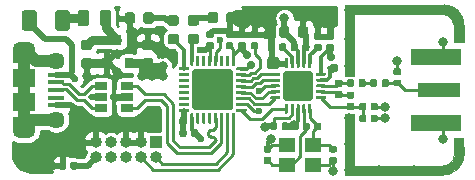
<source format=gbr>
G04 #@! TF.GenerationSoftware,KiCad,Pcbnew,(5.1.5)-3*
G04 #@! TF.CreationDate,2020-05-14T19:34:47+02:00*
G04 #@! TF.ProjectId,STRF,53545246-2e6b-4696-9361-645f70636258,rev?*
G04 #@! TF.SameCoordinates,Original*
G04 #@! TF.FileFunction,Copper,L1,Top*
G04 #@! TF.FilePolarity,Positive*
%FSLAX46Y46*%
G04 Gerber Fmt 4.6, Leading zero omitted, Abs format (unit mm)*
G04 Created by KiCad (PCBNEW (5.1.5)-3) date 2020-05-14 19:34:47*
%MOMM*%
%LPD*%
G04 APERTURE LIST*
%ADD10C,0.100000*%
%ADD11C,0.150000*%
%ADD12C,0.120000*%
%ADD13R,4.200000X1.350000*%
%ADD14R,3.600000X1.270000*%
%ADD15O,1.000000X1.000000*%
%ADD16R,1.000000X1.000000*%
%ADD17R,1.060000X0.650000*%
%ADD18R,1.900000X1.500000*%
%ADD19C,1.450000*%
%ADD20R,1.350000X0.400000*%
%ADD21O,1.900000X1.200000*%
%ADD22R,1.900000X1.200000*%
%ADD23R,0.800000X0.900000*%
%ADD24R,1.400000X1.200000*%
%ADD25C,0.800000*%
%ADD26C,0.600000*%
%ADD27C,0.700000*%
%ADD28C,0.500000*%
%ADD29C,0.750000*%
%ADD30C,0.293370*%
%ADD31C,0.500000*%
%ADD32C,0.300000*%
%ADD33C,0.250000*%
%ADD34C,1.000000*%
%ADD35C,0.261112*%
G04 APERTURE END LIST*
D10*
G36*
X58575000Y-27400000D02*
G01*
X59150000Y-27625000D01*
X59625000Y-28075000D01*
X59825000Y-28500000D01*
X59825000Y-28900000D01*
X59150000Y-28900000D01*
X59125000Y-28725000D01*
X58950000Y-28375000D01*
X58625000Y-28150000D01*
X58250000Y-28025000D01*
X58300000Y-27350000D01*
X58575000Y-27400000D01*
G37*
X58575000Y-27400000D02*
X59150000Y-27625000D01*
X59625000Y-28075000D01*
X59825000Y-28500000D01*
X59825000Y-28900000D01*
X59150000Y-28900000D01*
X59125000Y-28725000D01*
X58950000Y-28375000D01*
X58625000Y-28150000D01*
X58250000Y-28025000D01*
X58300000Y-27350000D01*
X58575000Y-27400000D01*
G36*
X59925000Y-30425000D02*
G01*
X59075000Y-30425000D01*
X59075000Y-28950000D01*
X59925000Y-28950000D01*
X59925000Y-30425000D01*
G37*
X59925000Y-30425000D02*
X59075000Y-30425000D01*
X59075000Y-28950000D01*
X59925000Y-28950000D01*
X59925000Y-30425000D01*
D11*
X58200000Y-28075000D02*
G75*
G02X59100000Y-28975000I0J-900000D01*
G01*
X58300000Y-27325000D02*
G75*
G02X59900000Y-28925000I0J-1600000D01*
G01*
D10*
G36*
X59860000Y-40250000D02*
G01*
X59760000Y-40620000D01*
X59390000Y-41200000D01*
X58630000Y-41600000D01*
X58240000Y-41630000D01*
X58250000Y-40980000D01*
X58250000Y-40970000D01*
X58610000Y-40880000D01*
X58980000Y-40580000D01*
X59170000Y-40110000D01*
X59160000Y-40030000D01*
X59850000Y-40020000D01*
X59860000Y-40250000D01*
G37*
X59860000Y-40250000D02*
X59760000Y-40620000D01*
X59390000Y-41200000D01*
X58630000Y-41600000D01*
X58240000Y-41630000D01*
X58250000Y-40980000D01*
X58250000Y-40970000D01*
X58610000Y-40880000D01*
X58980000Y-40580000D01*
X59170000Y-40110000D01*
X59160000Y-40030000D01*
X59850000Y-40020000D01*
X59860000Y-40250000D01*
D12*
X59900000Y-39990000D02*
G75*
G02X58200000Y-41690000I-1700000J0D01*
G01*
D10*
G36*
X59910000Y-40000000D02*
G01*
X59110000Y-40000000D01*
X59100000Y-38570000D01*
X59900000Y-38570000D01*
X59910000Y-40000000D01*
G37*
X59910000Y-40000000D02*
X59110000Y-40000000D01*
X59100000Y-38570000D01*
X59900000Y-38570000D01*
X59910000Y-40000000D01*
G36*
X50645000Y-37550000D02*
G01*
X50647500Y-37550000D01*
X50652500Y-40900000D01*
X58200000Y-40900000D01*
X58200000Y-41700000D01*
X49850000Y-41700000D01*
X49850000Y-36500000D01*
X50650000Y-36500000D01*
X50645000Y-37550000D01*
G37*
X50645000Y-37550000D02*
X50647500Y-37550000D01*
X50652500Y-40900000D01*
X58200000Y-40900000D01*
X58200000Y-41700000D01*
X49850000Y-41700000D01*
X49850000Y-36500000D01*
X50650000Y-36500000D01*
X50645000Y-37550000D01*
D12*
X59120000Y-40000000D02*
G75*
G02X58210000Y-40910000I-910000J0D01*
G01*
D10*
G36*
X58300000Y-28100000D02*
G01*
X50650000Y-28100000D01*
X50650000Y-33300000D01*
X49850000Y-33300000D01*
X49850000Y-27300000D01*
X58300000Y-27300000D01*
X58300000Y-28100000D01*
G37*
X58300000Y-28100000D02*
X50650000Y-28100000D01*
X50650000Y-33300000D01*
X49850000Y-33300000D01*
X49850000Y-27300000D01*
X58300000Y-27300000D01*
X58300000Y-28100000D01*
G04 #@! TA.AperFunction,SMDPad,CuDef*
G36*
X42401958Y-29485710D02*
G01*
X42416276Y-29487834D01*
X42430317Y-29491351D01*
X42443946Y-29496228D01*
X42457031Y-29502417D01*
X42469447Y-29509858D01*
X42481073Y-29518481D01*
X42491798Y-29528202D01*
X42501519Y-29538927D01*
X42510142Y-29550553D01*
X42517583Y-29562969D01*
X42523772Y-29576054D01*
X42528649Y-29589683D01*
X42532166Y-29603724D01*
X42534290Y-29618042D01*
X42535000Y-29632500D01*
X42535000Y-29927500D01*
X42534290Y-29941958D01*
X42532166Y-29956276D01*
X42528649Y-29970317D01*
X42523772Y-29983946D01*
X42517583Y-29997031D01*
X42510142Y-30009447D01*
X42501519Y-30021073D01*
X42491798Y-30031798D01*
X42481073Y-30041519D01*
X42469447Y-30050142D01*
X42457031Y-30057583D01*
X42443946Y-30063772D01*
X42430317Y-30068649D01*
X42416276Y-30072166D01*
X42401958Y-30074290D01*
X42387500Y-30075000D01*
X42042500Y-30075000D01*
X42028042Y-30074290D01*
X42013724Y-30072166D01*
X41999683Y-30068649D01*
X41986054Y-30063772D01*
X41972969Y-30057583D01*
X41960553Y-30050142D01*
X41948927Y-30041519D01*
X41938202Y-30031798D01*
X41928481Y-30021073D01*
X41919858Y-30009447D01*
X41912417Y-29997031D01*
X41906228Y-29983946D01*
X41901351Y-29970317D01*
X41897834Y-29956276D01*
X41895710Y-29941958D01*
X41895000Y-29927500D01*
X41895000Y-29632500D01*
X41895710Y-29618042D01*
X41897834Y-29603724D01*
X41901351Y-29589683D01*
X41906228Y-29576054D01*
X41912417Y-29562969D01*
X41919858Y-29550553D01*
X41928481Y-29538927D01*
X41938202Y-29528202D01*
X41948927Y-29518481D01*
X41960553Y-29509858D01*
X41972969Y-29502417D01*
X41986054Y-29496228D01*
X41999683Y-29491351D01*
X42013724Y-29487834D01*
X42028042Y-29485710D01*
X42042500Y-29485000D01*
X42387500Y-29485000D01*
X42401958Y-29485710D01*
G37*
G04 #@! TD.AperFunction*
G04 #@! TA.AperFunction,SMDPad,CuDef*
G36*
X42401958Y-30455710D02*
G01*
X42416276Y-30457834D01*
X42430317Y-30461351D01*
X42443946Y-30466228D01*
X42457031Y-30472417D01*
X42469447Y-30479858D01*
X42481073Y-30488481D01*
X42491798Y-30498202D01*
X42501519Y-30508927D01*
X42510142Y-30520553D01*
X42517583Y-30532969D01*
X42523772Y-30546054D01*
X42528649Y-30559683D01*
X42532166Y-30573724D01*
X42534290Y-30588042D01*
X42535000Y-30602500D01*
X42535000Y-30897500D01*
X42534290Y-30911958D01*
X42532166Y-30926276D01*
X42528649Y-30940317D01*
X42523772Y-30953946D01*
X42517583Y-30967031D01*
X42510142Y-30979447D01*
X42501519Y-30991073D01*
X42491798Y-31001798D01*
X42481073Y-31011519D01*
X42469447Y-31020142D01*
X42457031Y-31027583D01*
X42443946Y-31033772D01*
X42430317Y-31038649D01*
X42416276Y-31042166D01*
X42401958Y-31044290D01*
X42387500Y-31045000D01*
X42042500Y-31045000D01*
X42028042Y-31044290D01*
X42013724Y-31042166D01*
X41999683Y-31038649D01*
X41986054Y-31033772D01*
X41972969Y-31027583D01*
X41960553Y-31020142D01*
X41948927Y-31011519D01*
X41938202Y-31001798D01*
X41928481Y-30991073D01*
X41919858Y-30979447D01*
X41912417Y-30967031D01*
X41906228Y-30953946D01*
X41901351Y-30940317D01*
X41897834Y-30926276D01*
X41895710Y-30911958D01*
X41895000Y-30897500D01*
X41895000Y-30602500D01*
X41895710Y-30588042D01*
X41897834Y-30573724D01*
X41901351Y-30559683D01*
X41906228Y-30546054D01*
X41912417Y-30532969D01*
X41919858Y-30520553D01*
X41928481Y-30508927D01*
X41938202Y-30498202D01*
X41948927Y-30488481D01*
X41960553Y-30479858D01*
X41972969Y-30472417D01*
X41986054Y-30466228D01*
X41999683Y-30461351D01*
X42013724Y-30457834D01*
X42028042Y-30455710D01*
X42042500Y-30455000D01*
X42387500Y-30455000D01*
X42401958Y-30455710D01*
G37*
G04 #@! TD.AperFunction*
G04 #@! TA.AperFunction,SMDPad,CuDef*
G36*
X23549504Y-27726204D02*
G01*
X23573773Y-27729804D01*
X23597571Y-27735765D01*
X23620671Y-27744030D01*
X23642849Y-27754520D01*
X23663893Y-27767133D01*
X23683598Y-27781747D01*
X23701777Y-27798223D01*
X23718253Y-27816402D01*
X23732867Y-27836107D01*
X23745480Y-27857151D01*
X23755970Y-27879329D01*
X23764235Y-27902429D01*
X23770196Y-27926227D01*
X23773796Y-27950496D01*
X23775000Y-27975000D01*
X23775000Y-29225000D01*
X23773796Y-29249504D01*
X23770196Y-29273773D01*
X23764235Y-29297571D01*
X23755970Y-29320671D01*
X23745480Y-29342849D01*
X23732867Y-29363893D01*
X23718253Y-29383598D01*
X23701777Y-29401777D01*
X23683598Y-29418253D01*
X23663893Y-29432867D01*
X23642849Y-29445480D01*
X23620671Y-29455970D01*
X23597571Y-29464235D01*
X23573773Y-29470196D01*
X23549504Y-29473796D01*
X23525000Y-29475000D01*
X22775000Y-29475000D01*
X22750496Y-29473796D01*
X22726227Y-29470196D01*
X22702429Y-29464235D01*
X22679329Y-29455970D01*
X22657151Y-29445480D01*
X22636107Y-29432867D01*
X22616402Y-29418253D01*
X22598223Y-29401777D01*
X22581747Y-29383598D01*
X22567133Y-29363893D01*
X22554520Y-29342849D01*
X22544030Y-29320671D01*
X22535765Y-29297571D01*
X22529804Y-29273773D01*
X22526204Y-29249504D01*
X22525000Y-29225000D01*
X22525000Y-27975000D01*
X22526204Y-27950496D01*
X22529804Y-27926227D01*
X22535765Y-27902429D01*
X22544030Y-27879329D01*
X22554520Y-27857151D01*
X22567133Y-27836107D01*
X22581747Y-27816402D01*
X22598223Y-27798223D01*
X22616402Y-27781747D01*
X22636107Y-27767133D01*
X22657151Y-27754520D01*
X22679329Y-27744030D01*
X22702429Y-27735765D01*
X22726227Y-27729804D01*
X22750496Y-27726204D01*
X22775000Y-27725000D01*
X23525000Y-27725000D01*
X23549504Y-27726204D01*
G37*
G04 #@! TD.AperFunction*
G04 #@! TA.AperFunction,SMDPad,CuDef*
G36*
X26349504Y-27726204D02*
G01*
X26373773Y-27729804D01*
X26397571Y-27735765D01*
X26420671Y-27744030D01*
X26442849Y-27754520D01*
X26463893Y-27767133D01*
X26483598Y-27781747D01*
X26501777Y-27798223D01*
X26518253Y-27816402D01*
X26532867Y-27836107D01*
X26545480Y-27857151D01*
X26555970Y-27879329D01*
X26564235Y-27902429D01*
X26570196Y-27926227D01*
X26573796Y-27950496D01*
X26575000Y-27975000D01*
X26575000Y-29225000D01*
X26573796Y-29249504D01*
X26570196Y-29273773D01*
X26564235Y-29297571D01*
X26555970Y-29320671D01*
X26545480Y-29342849D01*
X26532867Y-29363893D01*
X26518253Y-29383598D01*
X26501777Y-29401777D01*
X26483598Y-29418253D01*
X26463893Y-29432867D01*
X26442849Y-29445480D01*
X26420671Y-29455970D01*
X26397571Y-29464235D01*
X26373773Y-29470196D01*
X26349504Y-29473796D01*
X26325000Y-29475000D01*
X25575000Y-29475000D01*
X25550496Y-29473796D01*
X25526227Y-29470196D01*
X25502429Y-29464235D01*
X25479329Y-29455970D01*
X25457151Y-29445480D01*
X25436107Y-29432867D01*
X25416402Y-29418253D01*
X25398223Y-29401777D01*
X25381747Y-29383598D01*
X25367133Y-29363893D01*
X25354520Y-29342849D01*
X25344030Y-29320671D01*
X25335765Y-29297571D01*
X25329804Y-29273773D01*
X25326204Y-29249504D01*
X25325000Y-29225000D01*
X25325000Y-27975000D01*
X25326204Y-27950496D01*
X25329804Y-27926227D01*
X25335765Y-27902429D01*
X25344030Y-27879329D01*
X25354520Y-27857151D01*
X25367133Y-27836107D01*
X25381747Y-27816402D01*
X25398223Y-27798223D01*
X25416402Y-27781747D01*
X25436107Y-27767133D01*
X25457151Y-27754520D01*
X25479329Y-27744030D01*
X25502429Y-27735765D01*
X25526227Y-27729804D01*
X25550496Y-27726204D01*
X25575000Y-27725000D01*
X26325000Y-27725000D01*
X26349504Y-27726204D01*
G37*
G04 #@! TD.AperFunction*
D13*
X57600000Y-37325000D03*
X57600000Y-31675000D03*
D14*
X57800000Y-34500000D03*
D15*
X28790000Y-40200000D03*
X28790000Y-38930000D03*
X30060000Y-40200000D03*
X30060000Y-38930000D03*
X31330000Y-40200000D03*
X31330000Y-38930000D03*
X32600000Y-40200000D03*
X32600000Y-38930000D03*
X33870000Y-40200000D03*
D16*
X33870000Y-38930000D03*
D17*
X29250000Y-35100000D03*
X29250000Y-36050000D03*
X29250000Y-34150000D03*
X31450000Y-34150000D03*
X31450000Y-35100000D03*
X31450000Y-36050000D03*
G04 #@! TA.AperFunction,SMDPad,CuDef*
D10*
G36*
X28287691Y-30233553D02*
G01*
X28308926Y-30236703D01*
X28329750Y-30241919D01*
X28349962Y-30249151D01*
X28369368Y-30258330D01*
X28387781Y-30269366D01*
X28405024Y-30282154D01*
X28420930Y-30296570D01*
X28435346Y-30312476D01*
X28448134Y-30329719D01*
X28459170Y-30348132D01*
X28468349Y-30367538D01*
X28475581Y-30387750D01*
X28480797Y-30408574D01*
X28483947Y-30429809D01*
X28485000Y-30451250D01*
X28485000Y-30888750D01*
X28483947Y-30910191D01*
X28480797Y-30931426D01*
X28475581Y-30952250D01*
X28468349Y-30972462D01*
X28459170Y-30991868D01*
X28448134Y-31010281D01*
X28435346Y-31027524D01*
X28420930Y-31043430D01*
X28405024Y-31057846D01*
X28387781Y-31070634D01*
X28369368Y-31081670D01*
X28349962Y-31090849D01*
X28329750Y-31098081D01*
X28308926Y-31103297D01*
X28287691Y-31106447D01*
X28266250Y-31107500D01*
X27753750Y-31107500D01*
X27732309Y-31106447D01*
X27711074Y-31103297D01*
X27690250Y-31098081D01*
X27670038Y-31090849D01*
X27650632Y-31081670D01*
X27632219Y-31070634D01*
X27614976Y-31057846D01*
X27599070Y-31043430D01*
X27584654Y-31027524D01*
X27571866Y-31010281D01*
X27560830Y-30991868D01*
X27551651Y-30972462D01*
X27544419Y-30952250D01*
X27539203Y-30931426D01*
X27536053Y-30910191D01*
X27535000Y-30888750D01*
X27535000Y-30451250D01*
X27536053Y-30429809D01*
X27539203Y-30408574D01*
X27544419Y-30387750D01*
X27551651Y-30367538D01*
X27560830Y-30348132D01*
X27571866Y-30329719D01*
X27584654Y-30312476D01*
X27599070Y-30296570D01*
X27614976Y-30282154D01*
X27632219Y-30269366D01*
X27650632Y-30258330D01*
X27670038Y-30249151D01*
X27690250Y-30241919D01*
X27711074Y-30236703D01*
X27732309Y-30233553D01*
X27753750Y-30232500D01*
X28266250Y-30232500D01*
X28287691Y-30233553D01*
G37*
G04 #@! TD.AperFunction*
G04 #@! TA.AperFunction,SMDPad,CuDef*
G36*
X28287691Y-31808553D02*
G01*
X28308926Y-31811703D01*
X28329750Y-31816919D01*
X28349962Y-31824151D01*
X28369368Y-31833330D01*
X28387781Y-31844366D01*
X28405024Y-31857154D01*
X28420930Y-31871570D01*
X28435346Y-31887476D01*
X28448134Y-31904719D01*
X28459170Y-31923132D01*
X28468349Y-31942538D01*
X28475581Y-31962750D01*
X28480797Y-31983574D01*
X28483947Y-32004809D01*
X28485000Y-32026250D01*
X28485000Y-32463750D01*
X28483947Y-32485191D01*
X28480797Y-32506426D01*
X28475581Y-32527250D01*
X28468349Y-32547462D01*
X28459170Y-32566868D01*
X28448134Y-32585281D01*
X28435346Y-32602524D01*
X28420930Y-32618430D01*
X28405024Y-32632846D01*
X28387781Y-32645634D01*
X28369368Y-32656670D01*
X28349962Y-32665849D01*
X28329750Y-32673081D01*
X28308926Y-32678297D01*
X28287691Y-32681447D01*
X28266250Y-32682500D01*
X27753750Y-32682500D01*
X27732309Y-32681447D01*
X27711074Y-32678297D01*
X27690250Y-32673081D01*
X27670038Y-32665849D01*
X27650632Y-32656670D01*
X27632219Y-32645634D01*
X27614976Y-32632846D01*
X27599070Y-32618430D01*
X27584654Y-32602524D01*
X27571866Y-32585281D01*
X27560830Y-32566868D01*
X27551651Y-32547462D01*
X27544419Y-32527250D01*
X27539203Y-32506426D01*
X27536053Y-32485191D01*
X27535000Y-32463750D01*
X27535000Y-32026250D01*
X27536053Y-32004809D01*
X27539203Y-31983574D01*
X27544419Y-31962750D01*
X27551651Y-31942538D01*
X27560830Y-31923132D01*
X27571866Y-31904719D01*
X27584654Y-31887476D01*
X27599070Y-31871570D01*
X27614976Y-31857154D01*
X27632219Y-31844366D01*
X27650632Y-31833330D01*
X27670038Y-31824151D01*
X27690250Y-31816919D01*
X27711074Y-31811703D01*
X27732309Y-31808553D01*
X27753750Y-31807500D01*
X28266250Y-31807500D01*
X28287691Y-31808553D01*
G37*
G04 #@! TD.AperFunction*
G04 #@! TA.AperFunction,SMDPad,CuDef*
G36*
X33457691Y-31803553D02*
G01*
X33478926Y-31806703D01*
X33499750Y-31811919D01*
X33519962Y-31819151D01*
X33539368Y-31828330D01*
X33557781Y-31839366D01*
X33575024Y-31852154D01*
X33590930Y-31866570D01*
X33605346Y-31882476D01*
X33618134Y-31899719D01*
X33629170Y-31918132D01*
X33638349Y-31937538D01*
X33645581Y-31957750D01*
X33650797Y-31978574D01*
X33653947Y-31999809D01*
X33655000Y-32021250D01*
X33655000Y-32458750D01*
X33653947Y-32480191D01*
X33650797Y-32501426D01*
X33645581Y-32522250D01*
X33638349Y-32542462D01*
X33629170Y-32561868D01*
X33618134Y-32580281D01*
X33605346Y-32597524D01*
X33590930Y-32613430D01*
X33575024Y-32627846D01*
X33557781Y-32640634D01*
X33539368Y-32651670D01*
X33519962Y-32660849D01*
X33499750Y-32668081D01*
X33478926Y-32673297D01*
X33457691Y-32676447D01*
X33436250Y-32677500D01*
X32923750Y-32677500D01*
X32902309Y-32676447D01*
X32881074Y-32673297D01*
X32860250Y-32668081D01*
X32840038Y-32660849D01*
X32820632Y-32651670D01*
X32802219Y-32640634D01*
X32784976Y-32627846D01*
X32769070Y-32613430D01*
X32754654Y-32597524D01*
X32741866Y-32580281D01*
X32730830Y-32561868D01*
X32721651Y-32542462D01*
X32714419Y-32522250D01*
X32709203Y-32501426D01*
X32706053Y-32480191D01*
X32705000Y-32458750D01*
X32705000Y-32021250D01*
X32706053Y-31999809D01*
X32709203Y-31978574D01*
X32714419Y-31957750D01*
X32721651Y-31937538D01*
X32730830Y-31918132D01*
X32741866Y-31899719D01*
X32754654Y-31882476D01*
X32769070Y-31866570D01*
X32784976Y-31852154D01*
X32802219Y-31839366D01*
X32820632Y-31828330D01*
X32840038Y-31819151D01*
X32860250Y-31811919D01*
X32881074Y-31806703D01*
X32902309Y-31803553D01*
X32923750Y-31802500D01*
X33436250Y-31802500D01*
X33457691Y-31803553D01*
G37*
G04 #@! TD.AperFunction*
G04 #@! TA.AperFunction,SMDPad,CuDef*
G36*
X33457691Y-30228553D02*
G01*
X33478926Y-30231703D01*
X33499750Y-30236919D01*
X33519962Y-30244151D01*
X33539368Y-30253330D01*
X33557781Y-30264366D01*
X33575024Y-30277154D01*
X33590930Y-30291570D01*
X33605346Y-30307476D01*
X33618134Y-30324719D01*
X33629170Y-30343132D01*
X33638349Y-30362538D01*
X33645581Y-30382750D01*
X33650797Y-30403574D01*
X33653947Y-30424809D01*
X33655000Y-30446250D01*
X33655000Y-30883750D01*
X33653947Y-30905191D01*
X33650797Y-30926426D01*
X33645581Y-30947250D01*
X33638349Y-30967462D01*
X33629170Y-30986868D01*
X33618134Y-31005281D01*
X33605346Y-31022524D01*
X33590930Y-31038430D01*
X33575024Y-31052846D01*
X33557781Y-31065634D01*
X33539368Y-31076670D01*
X33519962Y-31085849D01*
X33499750Y-31093081D01*
X33478926Y-31098297D01*
X33457691Y-31101447D01*
X33436250Y-31102500D01*
X32923750Y-31102500D01*
X32902309Y-31101447D01*
X32881074Y-31098297D01*
X32860250Y-31093081D01*
X32840038Y-31085849D01*
X32820632Y-31076670D01*
X32802219Y-31065634D01*
X32784976Y-31052846D01*
X32769070Y-31038430D01*
X32754654Y-31022524D01*
X32741866Y-31005281D01*
X32730830Y-30986868D01*
X32721651Y-30967462D01*
X32714419Y-30947250D01*
X32709203Y-30926426D01*
X32706053Y-30905191D01*
X32705000Y-30883750D01*
X32705000Y-30446250D01*
X32706053Y-30424809D01*
X32709203Y-30403574D01*
X32714419Y-30382750D01*
X32721651Y-30362538D01*
X32730830Y-30343132D01*
X32741866Y-30324719D01*
X32754654Y-30307476D01*
X32769070Y-30291570D01*
X32784976Y-30277154D01*
X32802219Y-30264366D01*
X32820632Y-30253330D01*
X32840038Y-30244151D01*
X32860250Y-30236919D01*
X32881074Y-30231703D01*
X32902309Y-30228553D01*
X32923750Y-30227500D01*
X33436250Y-30227500D01*
X33457691Y-30228553D01*
G37*
G04 #@! TD.AperFunction*
G04 #@! TA.AperFunction,SMDPad,CuDef*
G36*
X26111958Y-40590710D02*
G01*
X26126276Y-40592834D01*
X26140317Y-40596351D01*
X26153946Y-40601228D01*
X26167031Y-40607417D01*
X26179447Y-40614858D01*
X26191073Y-40623481D01*
X26201798Y-40633202D01*
X26211519Y-40643927D01*
X26220142Y-40655553D01*
X26227583Y-40667969D01*
X26233772Y-40681054D01*
X26238649Y-40694683D01*
X26242166Y-40708724D01*
X26244290Y-40723042D01*
X26245000Y-40737500D01*
X26245000Y-41082500D01*
X26244290Y-41096958D01*
X26242166Y-41111276D01*
X26238649Y-41125317D01*
X26233772Y-41138946D01*
X26227583Y-41152031D01*
X26220142Y-41164447D01*
X26211519Y-41176073D01*
X26201798Y-41186798D01*
X26191073Y-41196519D01*
X26179447Y-41205142D01*
X26167031Y-41212583D01*
X26153946Y-41218772D01*
X26140317Y-41223649D01*
X26126276Y-41227166D01*
X26111958Y-41229290D01*
X26097500Y-41230000D01*
X25802500Y-41230000D01*
X25788042Y-41229290D01*
X25773724Y-41227166D01*
X25759683Y-41223649D01*
X25746054Y-41218772D01*
X25732969Y-41212583D01*
X25720553Y-41205142D01*
X25708927Y-41196519D01*
X25698202Y-41186798D01*
X25688481Y-41176073D01*
X25679858Y-41164447D01*
X25672417Y-41152031D01*
X25666228Y-41138946D01*
X25661351Y-41125317D01*
X25657834Y-41111276D01*
X25655710Y-41096958D01*
X25655000Y-41082500D01*
X25655000Y-40737500D01*
X25655710Y-40723042D01*
X25657834Y-40708724D01*
X25661351Y-40694683D01*
X25666228Y-40681054D01*
X25672417Y-40667969D01*
X25679858Y-40655553D01*
X25688481Y-40643927D01*
X25698202Y-40633202D01*
X25708927Y-40623481D01*
X25720553Y-40614858D01*
X25732969Y-40607417D01*
X25746054Y-40601228D01*
X25759683Y-40596351D01*
X25773724Y-40592834D01*
X25788042Y-40590710D01*
X25802500Y-40590000D01*
X26097500Y-40590000D01*
X26111958Y-40590710D01*
G37*
G04 #@! TD.AperFunction*
G04 #@! TA.AperFunction,SMDPad,CuDef*
G36*
X27081958Y-40590710D02*
G01*
X27096276Y-40592834D01*
X27110317Y-40596351D01*
X27123946Y-40601228D01*
X27137031Y-40607417D01*
X27149447Y-40614858D01*
X27161073Y-40623481D01*
X27171798Y-40633202D01*
X27181519Y-40643927D01*
X27190142Y-40655553D01*
X27197583Y-40667969D01*
X27203772Y-40681054D01*
X27208649Y-40694683D01*
X27212166Y-40708724D01*
X27214290Y-40723042D01*
X27215000Y-40737500D01*
X27215000Y-41082500D01*
X27214290Y-41096958D01*
X27212166Y-41111276D01*
X27208649Y-41125317D01*
X27203772Y-41138946D01*
X27197583Y-41152031D01*
X27190142Y-41164447D01*
X27181519Y-41176073D01*
X27171798Y-41186798D01*
X27161073Y-41196519D01*
X27149447Y-41205142D01*
X27137031Y-41212583D01*
X27123946Y-41218772D01*
X27110317Y-41223649D01*
X27096276Y-41227166D01*
X27081958Y-41229290D01*
X27067500Y-41230000D01*
X26772500Y-41230000D01*
X26758042Y-41229290D01*
X26743724Y-41227166D01*
X26729683Y-41223649D01*
X26716054Y-41218772D01*
X26702969Y-41212583D01*
X26690553Y-41205142D01*
X26678927Y-41196519D01*
X26668202Y-41186798D01*
X26658481Y-41176073D01*
X26649858Y-41164447D01*
X26642417Y-41152031D01*
X26636228Y-41138946D01*
X26631351Y-41125317D01*
X26627834Y-41111276D01*
X26625710Y-41096958D01*
X26625000Y-41082500D01*
X26625000Y-40737500D01*
X26625710Y-40723042D01*
X26627834Y-40708724D01*
X26631351Y-40694683D01*
X26636228Y-40681054D01*
X26642417Y-40667969D01*
X26649858Y-40655553D01*
X26658481Y-40643927D01*
X26668202Y-40633202D01*
X26678927Y-40623481D01*
X26690553Y-40614858D01*
X26702969Y-40607417D01*
X26716054Y-40601228D01*
X26729683Y-40596351D01*
X26743724Y-40592834D01*
X26758042Y-40590710D01*
X26772500Y-40590000D01*
X27067500Y-40590000D01*
X27081958Y-40590710D01*
G37*
G04 #@! TD.AperFunction*
G04 #@! TA.AperFunction,SMDPad,CuDef*
G36*
X41351958Y-30460710D02*
G01*
X41366276Y-30462834D01*
X41380317Y-30466351D01*
X41393946Y-30471228D01*
X41407031Y-30477417D01*
X41419447Y-30484858D01*
X41431073Y-30493481D01*
X41441798Y-30503202D01*
X41451519Y-30513927D01*
X41460142Y-30525553D01*
X41467583Y-30537969D01*
X41473772Y-30551054D01*
X41478649Y-30564683D01*
X41482166Y-30578724D01*
X41484290Y-30593042D01*
X41485000Y-30607500D01*
X41485000Y-30902500D01*
X41484290Y-30916958D01*
X41482166Y-30931276D01*
X41478649Y-30945317D01*
X41473772Y-30958946D01*
X41467583Y-30972031D01*
X41460142Y-30984447D01*
X41451519Y-30996073D01*
X41441798Y-31006798D01*
X41431073Y-31016519D01*
X41419447Y-31025142D01*
X41407031Y-31032583D01*
X41393946Y-31038772D01*
X41380317Y-31043649D01*
X41366276Y-31047166D01*
X41351958Y-31049290D01*
X41337500Y-31050000D01*
X40992500Y-31050000D01*
X40978042Y-31049290D01*
X40963724Y-31047166D01*
X40949683Y-31043649D01*
X40936054Y-31038772D01*
X40922969Y-31032583D01*
X40910553Y-31025142D01*
X40898927Y-31016519D01*
X40888202Y-31006798D01*
X40878481Y-30996073D01*
X40869858Y-30984447D01*
X40862417Y-30972031D01*
X40856228Y-30958946D01*
X40851351Y-30945317D01*
X40847834Y-30931276D01*
X40845710Y-30916958D01*
X40845000Y-30902500D01*
X40845000Y-30607500D01*
X40845710Y-30593042D01*
X40847834Y-30578724D01*
X40851351Y-30564683D01*
X40856228Y-30551054D01*
X40862417Y-30537969D01*
X40869858Y-30525553D01*
X40878481Y-30513927D01*
X40888202Y-30503202D01*
X40898927Y-30493481D01*
X40910553Y-30484858D01*
X40922969Y-30477417D01*
X40936054Y-30471228D01*
X40949683Y-30466351D01*
X40963724Y-30462834D01*
X40978042Y-30460710D01*
X40992500Y-30460000D01*
X41337500Y-30460000D01*
X41351958Y-30460710D01*
G37*
G04 #@! TD.AperFunction*
G04 #@! TA.AperFunction,SMDPad,CuDef*
G36*
X41351958Y-29490710D02*
G01*
X41366276Y-29492834D01*
X41380317Y-29496351D01*
X41393946Y-29501228D01*
X41407031Y-29507417D01*
X41419447Y-29514858D01*
X41431073Y-29523481D01*
X41441798Y-29533202D01*
X41451519Y-29543927D01*
X41460142Y-29555553D01*
X41467583Y-29567969D01*
X41473772Y-29581054D01*
X41478649Y-29594683D01*
X41482166Y-29608724D01*
X41484290Y-29623042D01*
X41485000Y-29637500D01*
X41485000Y-29932500D01*
X41484290Y-29946958D01*
X41482166Y-29961276D01*
X41478649Y-29975317D01*
X41473772Y-29988946D01*
X41467583Y-30002031D01*
X41460142Y-30014447D01*
X41451519Y-30026073D01*
X41441798Y-30036798D01*
X41431073Y-30046519D01*
X41419447Y-30055142D01*
X41407031Y-30062583D01*
X41393946Y-30068772D01*
X41380317Y-30073649D01*
X41366276Y-30077166D01*
X41351958Y-30079290D01*
X41337500Y-30080000D01*
X40992500Y-30080000D01*
X40978042Y-30079290D01*
X40963724Y-30077166D01*
X40949683Y-30073649D01*
X40936054Y-30068772D01*
X40922969Y-30062583D01*
X40910553Y-30055142D01*
X40898927Y-30046519D01*
X40888202Y-30036798D01*
X40878481Y-30026073D01*
X40869858Y-30014447D01*
X40862417Y-30002031D01*
X40856228Y-29988946D01*
X40851351Y-29975317D01*
X40847834Y-29961276D01*
X40845710Y-29946958D01*
X40845000Y-29932500D01*
X40845000Y-29637500D01*
X40845710Y-29623042D01*
X40847834Y-29608724D01*
X40851351Y-29594683D01*
X40856228Y-29581054D01*
X40862417Y-29567969D01*
X40869858Y-29555553D01*
X40878481Y-29543927D01*
X40888202Y-29533202D01*
X40898927Y-29523481D01*
X40910553Y-29514858D01*
X40922969Y-29507417D01*
X40936054Y-29501228D01*
X40949683Y-29496351D01*
X40963724Y-29492834D01*
X40978042Y-29490710D01*
X40992500Y-29490000D01*
X41337500Y-29490000D01*
X41351958Y-29490710D01*
G37*
G04 #@! TD.AperFunction*
G04 #@! TA.AperFunction,SMDPad,CuDef*
G36*
X40301958Y-30460710D02*
G01*
X40316276Y-30462834D01*
X40330317Y-30466351D01*
X40343946Y-30471228D01*
X40357031Y-30477417D01*
X40369447Y-30484858D01*
X40381073Y-30493481D01*
X40391798Y-30503202D01*
X40401519Y-30513927D01*
X40410142Y-30525553D01*
X40417583Y-30537969D01*
X40423772Y-30551054D01*
X40428649Y-30564683D01*
X40432166Y-30578724D01*
X40434290Y-30593042D01*
X40435000Y-30607500D01*
X40435000Y-30902500D01*
X40434290Y-30916958D01*
X40432166Y-30931276D01*
X40428649Y-30945317D01*
X40423772Y-30958946D01*
X40417583Y-30972031D01*
X40410142Y-30984447D01*
X40401519Y-30996073D01*
X40391798Y-31006798D01*
X40381073Y-31016519D01*
X40369447Y-31025142D01*
X40357031Y-31032583D01*
X40343946Y-31038772D01*
X40330317Y-31043649D01*
X40316276Y-31047166D01*
X40301958Y-31049290D01*
X40287500Y-31050000D01*
X39942500Y-31050000D01*
X39928042Y-31049290D01*
X39913724Y-31047166D01*
X39899683Y-31043649D01*
X39886054Y-31038772D01*
X39872969Y-31032583D01*
X39860553Y-31025142D01*
X39848927Y-31016519D01*
X39838202Y-31006798D01*
X39828481Y-30996073D01*
X39819858Y-30984447D01*
X39812417Y-30972031D01*
X39806228Y-30958946D01*
X39801351Y-30945317D01*
X39797834Y-30931276D01*
X39795710Y-30916958D01*
X39795000Y-30902500D01*
X39795000Y-30607500D01*
X39795710Y-30593042D01*
X39797834Y-30578724D01*
X39801351Y-30564683D01*
X39806228Y-30551054D01*
X39812417Y-30537969D01*
X39819858Y-30525553D01*
X39828481Y-30513927D01*
X39838202Y-30503202D01*
X39848927Y-30493481D01*
X39860553Y-30484858D01*
X39872969Y-30477417D01*
X39886054Y-30471228D01*
X39899683Y-30466351D01*
X39913724Y-30462834D01*
X39928042Y-30460710D01*
X39942500Y-30460000D01*
X40287500Y-30460000D01*
X40301958Y-30460710D01*
G37*
G04 #@! TD.AperFunction*
G04 #@! TA.AperFunction,SMDPad,CuDef*
G36*
X40301958Y-29490710D02*
G01*
X40316276Y-29492834D01*
X40330317Y-29496351D01*
X40343946Y-29501228D01*
X40357031Y-29507417D01*
X40369447Y-29514858D01*
X40381073Y-29523481D01*
X40391798Y-29533202D01*
X40401519Y-29543927D01*
X40410142Y-29555553D01*
X40417583Y-29567969D01*
X40423772Y-29581054D01*
X40428649Y-29594683D01*
X40432166Y-29608724D01*
X40434290Y-29623042D01*
X40435000Y-29637500D01*
X40435000Y-29932500D01*
X40434290Y-29946958D01*
X40432166Y-29961276D01*
X40428649Y-29975317D01*
X40423772Y-29988946D01*
X40417583Y-30002031D01*
X40410142Y-30014447D01*
X40401519Y-30026073D01*
X40391798Y-30036798D01*
X40381073Y-30046519D01*
X40369447Y-30055142D01*
X40357031Y-30062583D01*
X40343946Y-30068772D01*
X40330317Y-30073649D01*
X40316276Y-30077166D01*
X40301958Y-30079290D01*
X40287500Y-30080000D01*
X39942500Y-30080000D01*
X39928042Y-30079290D01*
X39913724Y-30077166D01*
X39899683Y-30073649D01*
X39886054Y-30068772D01*
X39872969Y-30062583D01*
X39860553Y-30055142D01*
X39848927Y-30046519D01*
X39838202Y-30036798D01*
X39828481Y-30026073D01*
X39819858Y-30014447D01*
X39812417Y-30002031D01*
X39806228Y-29988946D01*
X39801351Y-29975317D01*
X39797834Y-29961276D01*
X39795710Y-29946958D01*
X39795000Y-29932500D01*
X39795000Y-29637500D01*
X39795710Y-29623042D01*
X39797834Y-29608724D01*
X39801351Y-29594683D01*
X39806228Y-29581054D01*
X39812417Y-29567969D01*
X39819858Y-29555553D01*
X39828481Y-29543927D01*
X39838202Y-29533202D01*
X39848927Y-29523481D01*
X39860553Y-29514858D01*
X39872969Y-29507417D01*
X39886054Y-29501228D01*
X39899683Y-29496351D01*
X39913724Y-29492834D01*
X39928042Y-29490710D01*
X39942500Y-29490000D01*
X40287500Y-29490000D01*
X40301958Y-29490710D01*
G37*
G04 #@! TD.AperFunction*
G04 #@! TA.AperFunction,SMDPad,CuDef*
G36*
X37286958Y-37810710D02*
G01*
X37301276Y-37812834D01*
X37315317Y-37816351D01*
X37328946Y-37821228D01*
X37342031Y-37827417D01*
X37354447Y-37834858D01*
X37366073Y-37843481D01*
X37376798Y-37853202D01*
X37386519Y-37863927D01*
X37395142Y-37875553D01*
X37402583Y-37887969D01*
X37408772Y-37901054D01*
X37413649Y-37914683D01*
X37417166Y-37928724D01*
X37419290Y-37943042D01*
X37420000Y-37957500D01*
X37420000Y-38302500D01*
X37419290Y-38316958D01*
X37417166Y-38331276D01*
X37413649Y-38345317D01*
X37408772Y-38358946D01*
X37402583Y-38372031D01*
X37395142Y-38384447D01*
X37386519Y-38396073D01*
X37376798Y-38406798D01*
X37366073Y-38416519D01*
X37354447Y-38425142D01*
X37342031Y-38432583D01*
X37328946Y-38438772D01*
X37315317Y-38443649D01*
X37301276Y-38447166D01*
X37286958Y-38449290D01*
X37272500Y-38450000D01*
X36977500Y-38450000D01*
X36963042Y-38449290D01*
X36948724Y-38447166D01*
X36934683Y-38443649D01*
X36921054Y-38438772D01*
X36907969Y-38432583D01*
X36895553Y-38425142D01*
X36883927Y-38416519D01*
X36873202Y-38406798D01*
X36863481Y-38396073D01*
X36854858Y-38384447D01*
X36847417Y-38372031D01*
X36841228Y-38358946D01*
X36836351Y-38345317D01*
X36832834Y-38331276D01*
X36830710Y-38316958D01*
X36830000Y-38302500D01*
X36830000Y-37957500D01*
X36830710Y-37943042D01*
X36832834Y-37928724D01*
X36836351Y-37914683D01*
X36841228Y-37901054D01*
X36847417Y-37887969D01*
X36854858Y-37875553D01*
X36863481Y-37863927D01*
X36873202Y-37853202D01*
X36883927Y-37843481D01*
X36895553Y-37834858D01*
X36907969Y-37827417D01*
X36921054Y-37821228D01*
X36934683Y-37816351D01*
X36948724Y-37812834D01*
X36963042Y-37810710D01*
X36977500Y-37810000D01*
X37272500Y-37810000D01*
X37286958Y-37810710D01*
G37*
G04 #@! TD.AperFunction*
G04 #@! TA.AperFunction,SMDPad,CuDef*
G36*
X36316958Y-37810710D02*
G01*
X36331276Y-37812834D01*
X36345317Y-37816351D01*
X36358946Y-37821228D01*
X36372031Y-37827417D01*
X36384447Y-37834858D01*
X36396073Y-37843481D01*
X36406798Y-37853202D01*
X36416519Y-37863927D01*
X36425142Y-37875553D01*
X36432583Y-37887969D01*
X36438772Y-37901054D01*
X36443649Y-37914683D01*
X36447166Y-37928724D01*
X36449290Y-37943042D01*
X36450000Y-37957500D01*
X36450000Y-38302500D01*
X36449290Y-38316958D01*
X36447166Y-38331276D01*
X36443649Y-38345317D01*
X36438772Y-38358946D01*
X36432583Y-38372031D01*
X36425142Y-38384447D01*
X36416519Y-38396073D01*
X36406798Y-38406798D01*
X36396073Y-38416519D01*
X36384447Y-38425142D01*
X36372031Y-38432583D01*
X36358946Y-38438772D01*
X36345317Y-38443649D01*
X36331276Y-38447166D01*
X36316958Y-38449290D01*
X36302500Y-38450000D01*
X36007500Y-38450000D01*
X35993042Y-38449290D01*
X35978724Y-38447166D01*
X35964683Y-38443649D01*
X35951054Y-38438772D01*
X35937969Y-38432583D01*
X35925553Y-38425142D01*
X35913927Y-38416519D01*
X35903202Y-38406798D01*
X35893481Y-38396073D01*
X35884858Y-38384447D01*
X35877417Y-38372031D01*
X35871228Y-38358946D01*
X35866351Y-38345317D01*
X35862834Y-38331276D01*
X35860710Y-38316958D01*
X35860000Y-38302500D01*
X35860000Y-37957500D01*
X35860710Y-37943042D01*
X35862834Y-37928724D01*
X35866351Y-37914683D01*
X35871228Y-37901054D01*
X35877417Y-37887969D01*
X35884858Y-37875553D01*
X35893481Y-37863927D01*
X35903202Y-37853202D01*
X35913927Y-37843481D01*
X35925553Y-37834858D01*
X35937969Y-37827417D01*
X35951054Y-37821228D01*
X35964683Y-37816351D01*
X35978724Y-37812834D01*
X35993042Y-37810710D01*
X36007500Y-37810000D01*
X36302500Y-37810000D01*
X36316958Y-37810710D01*
G37*
G04 #@! TD.AperFunction*
G04 #@! TA.AperFunction,SMDPad,CuDef*
G36*
X38626958Y-29490710D02*
G01*
X38641276Y-29492834D01*
X38655317Y-29496351D01*
X38668946Y-29501228D01*
X38682031Y-29507417D01*
X38694447Y-29514858D01*
X38706073Y-29523481D01*
X38716798Y-29533202D01*
X38726519Y-29543927D01*
X38735142Y-29555553D01*
X38742583Y-29567969D01*
X38748772Y-29581054D01*
X38753649Y-29594683D01*
X38757166Y-29608724D01*
X38759290Y-29623042D01*
X38760000Y-29637500D01*
X38760000Y-29932500D01*
X38759290Y-29946958D01*
X38757166Y-29961276D01*
X38753649Y-29975317D01*
X38748772Y-29988946D01*
X38742583Y-30002031D01*
X38735142Y-30014447D01*
X38726519Y-30026073D01*
X38716798Y-30036798D01*
X38706073Y-30046519D01*
X38694447Y-30055142D01*
X38682031Y-30062583D01*
X38668946Y-30068772D01*
X38655317Y-30073649D01*
X38641276Y-30077166D01*
X38626958Y-30079290D01*
X38612500Y-30080000D01*
X38267500Y-30080000D01*
X38253042Y-30079290D01*
X38238724Y-30077166D01*
X38224683Y-30073649D01*
X38211054Y-30068772D01*
X38197969Y-30062583D01*
X38185553Y-30055142D01*
X38173927Y-30046519D01*
X38163202Y-30036798D01*
X38153481Y-30026073D01*
X38144858Y-30014447D01*
X38137417Y-30002031D01*
X38131228Y-29988946D01*
X38126351Y-29975317D01*
X38122834Y-29961276D01*
X38120710Y-29946958D01*
X38120000Y-29932500D01*
X38120000Y-29637500D01*
X38120710Y-29623042D01*
X38122834Y-29608724D01*
X38126351Y-29594683D01*
X38131228Y-29581054D01*
X38137417Y-29567969D01*
X38144858Y-29555553D01*
X38153481Y-29543927D01*
X38163202Y-29533202D01*
X38173927Y-29523481D01*
X38185553Y-29514858D01*
X38197969Y-29507417D01*
X38211054Y-29501228D01*
X38224683Y-29496351D01*
X38238724Y-29492834D01*
X38253042Y-29490710D01*
X38267500Y-29490000D01*
X38612500Y-29490000D01*
X38626958Y-29490710D01*
G37*
G04 #@! TD.AperFunction*
G04 #@! TA.AperFunction,SMDPad,CuDef*
G36*
X38626958Y-30460710D02*
G01*
X38641276Y-30462834D01*
X38655317Y-30466351D01*
X38668946Y-30471228D01*
X38682031Y-30477417D01*
X38694447Y-30484858D01*
X38706073Y-30493481D01*
X38716798Y-30503202D01*
X38726519Y-30513927D01*
X38735142Y-30525553D01*
X38742583Y-30537969D01*
X38748772Y-30551054D01*
X38753649Y-30564683D01*
X38757166Y-30578724D01*
X38759290Y-30593042D01*
X38760000Y-30607500D01*
X38760000Y-30902500D01*
X38759290Y-30916958D01*
X38757166Y-30931276D01*
X38753649Y-30945317D01*
X38748772Y-30958946D01*
X38742583Y-30972031D01*
X38735142Y-30984447D01*
X38726519Y-30996073D01*
X38716798Y-31006798D01*
X38706073Y-31016519D01*
X38694447Y-31025142D01*
X38682031Y-31032583D01*
X38668946Y-31038772D01*
X38655317Y-31043649D01*
X38641276Y-31047166D01*
X38626958Y-31049290D01*
X38612500Y-31050000D01*
X38267500Y-31050000D01*
X38253042Y-31049290D01*
X38238724Y-31047166D01*
X38224683Y-31043649D01*
X38211054Y-31038772D01*
X38197969Y-31032583D01*
X38185553Y-31025142D01*
X38173927Y-31016519D01*
X38163202Y-31006798D01*
X38153481Y-30996073D01*
X38144858Y-30984447D01*
X38137417Y-30972031D01*
X38131228Y-30958946D01*
X38126351Y-30945317D01*
X38122834Y-30931276D01*
X38120710Y-30916958D01*
X38120000Y-30902500D01*
X38120000Y-30607500D01*
X38120710Y-30593042D01*
X38122834Y-30578724D01*
X38126351Y-30564683D01*
X38131228Y-30551054D01*
X38137417Y-30537969D01*
X38144858Y-30525553D01*
X38153481Y-30513927D01*
X38163202Y-30503202D01*
X38173927Y-30493481D01*
X38185553Y-30484858D01*
X38197969Y-30477417D01*
X38211054Y-30471228D01*
X38224683Y-30466351D01*
X38238724Y-30462834D01*
X38253042Y-30460710D01*
X38267500Y-30460000D01*
X38612500Y-30460000D01*
X38626958Y-30460710D01*
G37*
G04 #@! TD.AperFunction*
G04 #@! TA.AperFunction,SMDPad,CuDef*
G36*
X46552691Y-29101053D02*
G01*
X46573926Y-29104203D01*
X46594750Y-29109419D01*
X46614962Y-29116651D01*
X46634368Y-29125830D01*
X46652781Y-29136866D01*
X46670024Y-29149654D01*
X46685930Y-29164070D01*
X46700346Y-29179976D01*
X46713134Y-29197219D01*
X46724170Y-29215632D01*
X46733349Y-29235038D01*
X46740581Y-29255250D01*
X46745797Y-29276074D01*
X46748947Y-29297309D01*
X46750000Y-29318750D01*
X46750000Y-29831250D01*
X46748947Y-29852691D01*
X46745797Y-29873926D01*
X46740581Y-29894750D01*
X46733349Y-29914962D01*
X46724170Y-29934368D01*
X46713134Y-29952781D01*
X46700346Y-29970024D01*
X46685930Y-29985930D01*
X46670024Y-30000346D01*
X46652781Y-30013134D01*
X46634368Y-30024170D01*
X46614962Y-30033349D01*
X46594750Y-30040581D01*
X46573926Y-30045797D01*
X46552691Y-30048947D01*
X46531250Y-30050000D01*
X46093750Y-30050000D01*
X46072309Y-30048947D01*
X46051074Y-30045797D01*
X46030250Y-30040581D01*
X46010038Y-30033349D01*
X45990632Y-30024170D01*
X45972219Y-30013134D01*
X45954976Y-30000346D01*
X45939070Y-29985930D01*
X45924654Y-29970024D01*
X45911866Y-29952781D01*
X45900830Y-29934368D01*
X45891651Y-29914962D01*
X45884419Y-29894750D01*
X45879203Y-29873926D01*
X45876053Y-29852691D01*
X45875000Y-29831250D01*
X45875000Y-29318750D01*
X45876053Y-29297309D01*
X45879203Y-29276074D01*
X45884419Y-29255250D01*
X45891651Y-29235038D01*
X45900830Y-29215632D01*
X45911866Y-29197219D01*
X45924654Y-29179976D01*
X45939070Y-29164070D01*
X45954976Y-29149654D01*
X45972219Y-29136866D01*
X45990632Y-29125830D01*
X46010038Y-29116651D01*
X46030250Y-29109419D01*
X46051074Y-29104203D01*
X46072309Y-29101053D01*
X46093750Y-29100000D01*
X46531250Y-29100000D01*
X46552691Y-29101053D01*
G37*
G04 #@! TD.AperFunction*
G04 #@! TA.AperFunction,SMDPad,CuDef*
G36*
X44977691Y-29101053D02*
G01*
X44998926Y-29104203D01*
X45019750Y-29109419D01*
X45039962Y-29116651D01*
X45059368Y-29125830D01*
X45077781Y-29136866D01*
X45095024Y-29149654D01*
X45110930Y-29164070D01*
X45125346Y-29179976D01*
X45138134Y-29197219D01*
X45149170Y-29215632D01*
X45158349Y-29235038D01*
X45165581Y-29255250D01*
X45170797Y-29276074D01*
X45173947Y-29297309D01*
X45175000Y-29318750D01*
X45175000Y-29831250D01*
X45173947Y-29852691D01*
X45170797Y-29873926D01*
X45165581Y-29894750D01*
X45158349Y-29914962D01*
X45149170Y-29934368D01*
X45138134Y-29952781D01*
X45125346Y-29970024D01*
X45110930Y-29985930D01*
X45095024Y-30000346D01*
X45077781Y-30013134D01*
X45059368Y-30024170D01*
X45039962Y-30033349D01*
X45019750Y-30040581D01*
X44998926Y-30045797D01*
X44977691Y-30048947D01*
X44956250Y-30050000D01*
X44518750Y-30050000D01*
X44497309Y-30048947D01*
X44476074Y-30045797D01*
X44455250Y-30040581D01*
X44435038Y-30033349D01*
X44415632Y-30024170D01*
X44397219Y-30013134D01*
X44379976Y-30000346D01*
X44364070Y-29985930D01*
X44349654Y-29970024D01*
X44336866Y-29952781D01*
X44325830Y-29934368D01*
X44316651Y-29914962D01*
X44309419Y-29894750D01*
X44304203Y-29873926D01*
X44301053Y-29852691D01*
X44300000Y-29831250D01*
X44300000Y-29318750D01*
X44301053Y-29297309D01*
X44304203Y-29276074D01*
X44309419Y-29255250D01*
X44316651Y-29235038D01*
X44325830Y-29215632D01*
X44336866Y-29197219D01*
X44349654Y-29179976D01*
X44364070Y-29164070D01*
X44379976Y-29149654D01*
X44397219Y-29136866D01*
X44415632Y-29125830D01*
X44435038Y-29116651D01*
X44455250Y-29109419D01*
X44476074Y-29104203D01*
X44497309Y-29101053D01*
X44518750Y-29100000D01*
X44956250Y-29100000D01*
X44977691Y-29101053D01*
G37*
G04 #@! TD.AperFunction*
G04 #@! TA.AperFunction,SMDPad,CuDef*
G36*
X44961958Y-37230710D02*
G01*
X44976276Y-37232834D01*
X44990317Y-37236351D01*
X45003946Y-37241228D01*
X45017031Y-37247417D01*
X45029447Y-37254858D01*
X45041073Y-37263481D01*
X45051798Y-37273202D01*
X45061519Y-37283927D01*
X45070142Y-37295553D01*
X45077583Y-37307969D01*
X45083772Y-37321054D01*
X45088649Y-37334683D01*
X45092166Y-37348724D01*
X45094290Y-37363042D01*
X45095000Y-37377500D01*
X45095000Y-37722500D01*
X45094290Y-37736958D01*
X45092166Y-37751276D01*
X45088649Y-37765317D01*
X45083772Y-37778946D01*
X45077583Y-37792031D01*
X45070142Y-37804447D01*
X45061519Y-37816073D01*
X45051798Y-37826798D01*
X45041073Y-37836519D01*
X45029447Y-37845142D01*
X45017031Y-37852583D01*
X45003946Y-37858772D01*
X44990317Y-37863649D01*
X44976276Y-37867166D01*
X44961958Y-37869290D01*
X44947500Y-37870000D01*
X44652500Y-37870000D01*
X44638042Y-37869290D01*
X44623724Y-37867166D01*
X44609683Y-37863649D01*
X44596054Y-37858772D01*
X44582969Y-37852583D01*
X44570553Y-37845142D01*
X44558927Y-37836519D01*
X44548202Y-37826798D01*
X44538481Y-37816073D01*
X44529858Y-37804447D01*
X44522417Y-37792031D01*
X44516228Y-37778946D01*
X44511351Y-37765317D01*
X44507834Y-37751276D01*
X44505710Y-37736958D01*
X44505000Y-37722500D01*
X44505000Y-37377500D01*
X44505710Y-37363042D01*
X44507834Y-37348724D01*
X44511351Y-37334683D01*
X44516228Y-37321054D01*
X44522417Y-37307969D01*
X44529858Y-37295553D01*
X44538481Y-37283927D01*
X44548202Y-37273202D01*
X44558927Y-37263481D01*
X44570553Y-37254858D01*
X44582969Y-37247417D01*
X44596054Y-37241228D01*
X44609683Y-37236351D01*
X44623724Y-37232834D01*
X44638042Y-37230710D01*
X44652500Y-37230000D01*
X44947500Y-37230000D01*
X44961958Y-37230710D01*
G37*
G04 #@! TD.AperFunction*
G04 #@! TA.AperFunction,SMDPad,CuDef*
G36*
X43991958Y-37230710D02*
G01*
X44006276Y-37232834D01*
X44020317Y-37236351D01*
X44033946Y-37241228D01*
X44047031Y-37247417D01*
X44059447Y-37254858D01*
X44071073Y-37263481D01*
X44081798Y-37273202D01*
X44091519Y-37283927D01*
X44100142Y-37295553D01*
X44107583Y-37307969D01*
X44113772Y-37321054D01*
X44118649Y-37334683D01*
X44122166Y-37348724D01*
X44124290Y-37363042D01*
X44125000Y-37377500D01*
X44125000Y-37722500D01*
X44124290Y-37736958D01*
X44122166Y-37751276D01*
X44118649Y-37765317D01*
X44113772Y-37778946D01*
X44107583Y-37792031D01*
X44100142Y-37804447D01*
X44091519Y-37816073D01*
X44081798Y-37826798D01*
X44071073Y-37836519D01*
X44059447Y-37845142D01*
X44047031Y-37852583D01*
X44033946Y-37858772D01*
X44020317Y-37863649D01*
X44006276Y-37867166D01*
X43991958Y-37869290D01*
X43977500Y-37870000D01*
X43682500Y-37870000D01*
X43668042Y-37869290D01*
X43653724Y-37867166D01*
X43639683Y-37863649D01*
X43626054Y-37858772D01*
X43612969Y-37852583D01*
X43600553Y-37845142D01*
X43588927Y-37836519D01*
X43578202Y-37826798D01*
X43568481Y-37816073D01*
X43559858Y-37804447D01*
X43552417Y-37792031D01*
X43546228Y-37778946D01*
X43541351Y-37765317D01*
X43537834Y-37751276D01*
X43535710Y-37736958D01*
X43535000Y-37722500D01*
X43535000Y-37377500D01*
X43535710Y-37363042D01*
X43537834Y-37348724D01*
X43541351Y-37334683D01*
X43546228Y-37321054D01*
X43552417Y-37307969D01*
X43559858Y-37295553D01*
X43568481Y-37283927D01*
X43578202Y-37273202D01*
X43588927Y-37263481D01*
X43600553Y-37254858D01*
X43612969Y-37247417D01*
X43626054Y-37241228D01*
X43639683Y-37236351D01*
X43653724Y-37232834D01*
X43668042Y-37230710D01*
X43682500Y-37230000D01*
X43977500Y-37230000D01*
X43991958Y-37230710D01*
G37*
G04 #@! TD.AperFunction*
G04 #@! TA.AperFunction,SMDPad,CuDef*
G36*
X48811958Y-30605710D02*
G01*
X48826276Y-30607834D01*
X48840317Y-30611351D01*
X48853946Y-30616228D01*
X48867031Y-30622417D01*
X48879447Y-30629858D01*
X48891073Y-30638481D01*
X48901798Y-30648202D01*
X48911519Y-30658927D01*
X48920142Y-30670553D01*
X48927583Y-30682969D01*
X48933772Y-30696054D01*
X48938649Y-30709683D01*
X48942166Y-30723724D01*
X48944290Y-30738042D01*
X48945000Y-30752500D01*
X48945000Y-31047500D01*
X48944290Y-31061958D01*
X48942166Y-31076276D01*
X48938649Y-31090317D01*
X48933772Y-31103946D01*
X48927583Y-31117031D01*
X48920142Y-31129447D01*
X48911519Y-31141073D01*
X48901798Y-31151798D01*
X48891073Y-31161519D01*
X48879447Y-31170142D01*
X48867031Y-31177583D01*
X48853946Y-31183772D01*
X48840317Y-31188649D01*
X48826276Y-31192166D01*
X48811958Y-31194290D01*
X48797500Y-31195000D01*
X48452500Y-31195000D01*
X48438042Y-31194290D01*
X48423724Y-31192166D01*
X48409683Y-31188649D01*
X48396054Y-31183772D01*
X48382969Y-31177583D01*
X48370553Y-31170142D01*
X48358927Y-31161519D01*
X48348202Y-31151798D01*
X48338481Y-31141073D01*
X48329858Y-31129447D01*
X48322417Y-31117031D01*
X48316228Y-31103946D01*
X48311351Y-31090317D01*
X48307834Y-31076276D01*
X48305710Y-31061958D01*
X48305000Y-31047500D01*
X48305000Y-30752500D01*
X48305710Y-30738042D01*
X48307834Y-30723724D01*
X48311351Y-30709683D01*
X48316228Y-30696054D01*
X48322417Y-30682969D01*
X48329858Y-30670553D01*
X48338481Y-30658927D01*
X48348202Y-30648202D01*
X48358927Y-30638481D01*
X48370553Y-30629858D01*
X48382969Y-30622417D01*
X48396054Y-30616228D01*
X48409683Y-30611351D01*
X48423724Y-30607834D01*
X48438042Y-30605710D01*
X48452500Y-30605000D01*
X48797500Y-30605000D01*
X48811958Y-30605710D01*
G37*
G04 #@! TD.AperFunction*
G04 #@! TA.AperFunction,SMDPad,CuDef*
G36*
X48811958Y-29635710D02*
G01*
X48826276Y-29637834D01*
X48840317Y-29641351D01*
X48853946Y-29646228D01*
X48867031Y-29652417D01*
X48879447Y-29659858D01*
X48891073Y-29668481D01*
X48901798Y-29678202D01*
X48911519Y-29688927D01*
X48920142Y-29700553D01*
X48927583Y-29712969D01*
X48933772Y-29726054D01*
X48938649Y-29739683D01*
X48942166Y-29753724D01*
X48944290Y-29768042D01*
X48945000Y-29782500D01*
X48945000Y-30077500D01*
X48944290Y-30091958D01*
X48942166Y-30106276D01*
X48938649Y-30120317D01*
X48933772Y-30133946D01*
X48927583Y-30147031D01*
X48920142Y-30159447D01*
X48911519Y-30171073D01*
X48901798Y-30181798D01*
X48891073Y-30191519D01*
X48879447Y-30200142D01*
X48867031Y-30207583D01*
X48853946Y-30213772D01*
X48840317Y-30218649D01*
X48826276Y-30222166D01*
X48811958Y-30224290D01*
X48797500Y-30225000D01*
X48452500Y-30225000D01*
X48438042Y-30224290D01*
X48423724Y-30222166D01*
X48409683Y-30218649D01*
X48396054Y-30213772D01*
X48382969Y-30207583D01*
X48370553Y-30200142D01*
X48358927Y-30191519D01*
X48348202Y-30181798D01*
X48338481Y-30171073D01*
X48329858Y-30159447D01*
X48322417Y-30147031D01*
X48316228Y-30133946D01*
X48311351Y-30120317D01*
X48307834Y-30106276D01*
X48305710Y-30091958D01*
X48305000Y-30077500D01*
X48305000Y-29782500D01*
X48305710Y-29768042D01*
X48307834Y-29753724D01*
X48311351Y-29739683D01*
X48316228Y-29726054D01*
X48322417Y-29712969D01*
X48329858Y-29700553D01*
X48338481Y-29688927D01*
X48348202Y-29678202D01*
X48358927Y-29668481D01*
X48370553Y-29659858D01*
X48382969Y-29652417D01*
X48396054Y-29646228D01*
X48409683Y-29641351D01*
X48423724Y-29637834D01*
X48438042Y-29635710D01*
X48452500Y-29635000D01*
X48797500Y-29635000D01*
X48811958Y-29635710D01*
G37*
G04 #@! TD.AperFunction*
G04 #@! TA.AperFunction,SMDPad,CuDef*
G36*
X46721958Y-30555710D02*
G01*
X46736276Y-30557834D01*
X46750317Y-30561351D01*
X46763946Y-30566228D01*
X46777031Y-30572417D01*
X46789447Y-30579858D01*
X46801073Y-30588481D01*
X46811798Y-30598202D01*
X46821519Y-30608927D01*
X46830142Y-30620553D01*
X46837583Y-30632969D01*
X46843772Y-30646054D01*
X46848649Y-30659683D01*
X46852166Y-30673724D01*
X46854290Y-30688042D01*
X46855000Y-30702500D01*
X46855000Y-31047500D01*
X46854290Y-31061958D01*
X46852166Y-31076276D01*
X46848649Y-31090317D01*
X46843772Y-31103946D01*
X46837583Y-31117031D01*
X46830142Y-31129447D01*
X46821519Y-31141073D01*
X46811798Y-31151798D01*
X46801073Y-31161519D01*
X46789447Y-31170142D01*
X46777031Y-31177583D01*
X46763946Y-31183772D01*
X46750317Y-31188649D01*
X46736276Y-31192166D01*
X46721958Y-31194290D01*
X46707500Y-31195000D01*
X46412500Y-31195000D01*
X46398042Y-31194290D01*
X46383724Y-31192166D01*
X46369683Y-31188649D01*
X46356054Y-31183772D01*
X46342969Y-31177583D01*
X46330553Y-31170142D01*
X46318927Y-31161519D01*
X46308202Y-31151798D01*
X46298481Y-31141073D01*
X46289858Y-31129447D01*
X46282417Y-31117031D01*
X46276228Y-31103946D01*
X46271351Y-31090317D01*
X46267834Y-31076276D01*
X46265710Y-31061958D01*
X46265000Y-31047500D01*
X46265000Y-30702500D01*
X46265710Y-30688042D01*
X46267834Y-30673724D01*
X46271351Y-30659683D01*
X46276228Y-30646054D01*
X46282417Y-30632969D01*
X46289858Y-30620553D01*
X46298481Y-30608927D01*
X46308202Y-30598202D01*
X46318927Y-30588481D01*
X46330553Y-30579858D01*
X46342969Y-30572417D01*
X46356054Y-30566228D01*
X46369683Y-30561351D01*
X46383724Y-30557834D01*
X46398042Y-30555710D01*
X46412500Y-30555000D01*
X46707500Y-30555000D01*
X46721958Y-30555710D01*
G37*
G04 #@! TD.AperFunction*
G04 #@! TA.AperFunction,SMDPad,CuDef*
G36*
X45751958Y-30555710D02*
G01*
X45766276Y-30557834D01*
X45780317Y-30561351D01*
X45793946Y-30566228D01*
X45807031Y-30572417D01*
X45819447Y-30579858D01*
X45831073Y-30588481D01*
X45841798Y-30598202D01*
X45851519Y-30608927D01*
X45860142Y-30620553D01*
X45867583Y-30632969D01*
X45873772Y-30646054D01*
X45878649Y-30659683D01*
X45882166Y-30673724D01*
X45884290Y-30688042D01*
X45885000Y-30702500D01*
X45885000Y-31047500D01*
X45884290Y-31061958D01*
X45882166Y-31076276D01*
X45878649Y-31090317D01*
X45873772Y-31103946D01*
X45867583Y-31117031D01*
X45860142Y-31129447D01*
X45851519Y-31141073D01*
X45841798Y-31151798D01*
X45831073Y-31161519D01*
X45819447Y-31170142D01*
X45807031Y-31177583D01*
X45793946Y-31183772D01*
X45780317Y-31188649D01*
X45766276Y-31192166D01*
X45751958Y-31194290D01*
X45737500Y-31195000D01*
X45442500Y-31195000D01*
X45428042Y-31194290D01*
X45413724Y-31192166D01*
X45399683Y-31188649D01*
X45386054Y-31183772D01*
X45372969Y-31177583D01*
X45360553Y-31170142D01*
X45348927Y-31161519D01*
X45338202Y-31151798D01*
X45328481Y-31141073D01*
X45319858Y-31129447D01*
X45312417Y-31117031D01*
X45306228Y-31103946D01*
X45301351Y-31090317D01*
X45297834Y-31076276D01*
X45295710Y-31061958D01*
X45295000Y-31047500D01*
X45295000Y-30702500D01*
X45295710Y-30688042D01*
X45297834Y-30673724D01*
X45301351Y-30659683D01*
X45306228Y-30646054D01*
X45312417Y-30632969D01*
X45319858Y-30620553D01*
X45328481Y-30608927D01*
X45338202Y-30598202D01*
X45348927Y-30588481D01*
X45360553Y-30579858D01*
X45372969Y-30572417D01*
X45386054Y-30566228D01*
X45399683Y-30561351D01*
X45413724Y-30557834D01*
X45428042Y-30555710D01*
X45442500Y-30555000D01*
X45737500Y-30555000D01*
X45751958Y-30555710D01*
G37*
G04 #@! TD.AperFunction*
G04 #@! TA.AperFunction,SMDPad,CuDef*
G36*
X44761958Y-30555710D02*
G01*
X44776276Y-30557834D01*
X44790317Y-30561351D01*
X44803946Y-30566228D01*
X44817031Y-30572417D01*
X44829447Y-30579858D01*
X44841073Y-30588481D01*
X44851798Y-30598202D01*
X44861519Y-30608927D01*
X44870142Y-30620553D01*
X44877583Y-30632969D01*
X44883772Y-30646054D01*
X44888649Y-30659683D01*
X44892166Y-30673724D01*
X44894290Y-30688042D01*
X44895000Y-30702500D01*
X44895000Y-31047500D01*
X44894290Y-31061958D01*
X44892166Y-31076276D01*
X44888649Y-31090317D01*
X44883772Y-31103946D01*
X44877583Y-31117031D01*
X44870142Y-31129447D01*
X44861519Y-31141073D01*
X44851798Y-31151798D01*
X44841073Y-31161519D01*
X44829447Y-31170142D01*
X44817031Y-31177583D01*
X44803946Y-31183772D01*
X44790317Y-31188649D01*
X44776276Y-31192166D01*
X44761958Y-31194290D01*
X44747500Y-31195000D01*
X44452500Y-31195000D01*
X44438042Y-31194290D01*
X44423724Y-31192166D01*
X44409683Y-31188649D01*
X44396054Y-31183772D01*
X44382969Y-31177583D01*
X44370553Y-31170142D01*
X44358927Y-31161519D01*
X44348202Y-31151798D01*
X44338481Y-31141073D01*
X44329858Y-31129447D01*
X44322417Y-31117031D01*
X44316228Y-31103946D01*
X44311351Y-31090317D01*
X44307834Y-31076276D01*
X44305710Y-31061958D01*
X44305000Y-31047500D01*
X44305000Y-30702500D01*
X44305710Y-30688042D01*
X44307834Y-30673724D01*
X44311351Y-30659683D01*
X44316228Y-30646054D01*
X44322417Y-30632969D01*
X44329858Y-30620553D01*
X44338481Y-30608927D01*
X44348202Y-30598202D01*
X44358927Y-30588481D01*
X44370553Y-30579858D01*
X44382969Y-30572417D01*
X44396054Y-30566228D01*
X44409683Y-30561351D01*
X44423724Y-30557834D01*
X44438042Y-30555710D01*
X44452500Y-30555000D01*
X44747500Y-30555000D01*
X44761958Y-30555710D01*
G37*
G04 #@! TD.AperFunction*
G04 #@! TA.AperFunction,SMDPad,CuDef*
G36*
X43791958Y-30555710D02*
G01*
X43806276Y-30557834D01*
X43820317Y-30561351D01*
X43833946Y-30566228D01*
X43847031Y-30572417D01*
X43859447Y-30579858D01*
X43871073Y-30588481D01*
X43881798Y-30598202D01*
X43891519Y-30608927D01*
X43900142Y-30620553D01*
X43907583Y-30632969D01*
X43913772Y-30646054D01*
X43918649Y-30659683D01*
X43922166Y-30673724D01*
X43924290Y-30688042D01*
X43925000Y-30702500D01*
X43925000Y-31047500D01*
X43924290Y-31061958D01*
X43922166Y-31076276D01*
X43918649Y-31090317D01*
X43913772Y-31103946D01*
X43907583Y-31117031D01*
X43900142Y-31129447D01*
X43891519Y-31141073D01*
X43881798Y-31151798D01*
X43871073Y-31161519D01*
X43859447Y-31170142D01*
X43847031Y-31177583D01*
X43833946Y-31183772D01*
X43820317Y-31188649D01*
X43806276Y-31192166D01*
X43791958Y-31194290D01*
X43777500Y-31195000D01*
X43482500Y-31195000D01*
X43468042Y-31194290D01*
X43453724Y-31192166D01*
X43439683Y-31188649D01*
X43426054Y-31183772D01*
X43412969Y-31177583D01*
X43400553Y-31170142D01*
X43388927Y-31161519D01*
X43378202Y-31151798D01*
X43368481Y-31141073D01*
X43359858Y-31129447D01*
X43352417Y-31117031D01*
X43346228Y-31103946D01*
X43341351Y-31090317D01*
X43337834Y-31076276D01*
X43335710Y-31061958D01*
X43335000Y-31047500D01*
X43335000Y-30702500D01*
X43335710Y-30688042D01*
X43337834Y-30673724D01*
X43341351Y-30659683D01*
X43346228Y-30646054D01*
X43352417Y-30632969D01*
X43359858Y-30620553D01*
X43368481Y-30608927D01*
X43378202Y-30598202D01*
X43388927Y-30588481D01*
X43400553Y-30579858D01*
X43412969Y-30572417D01*
X43426054Y-30566228D01*
X43439683Y-30561351D01*
X43453724Y-30557834D01*
X43468042Y-30555710D01*
X43482500Y-30555000D01*
X43777500Y-30555000D01*
X43791958Y-30555710D01*
G37*
G04 #@! TD.AperFunction*
G04 #@! TA.AperFunction,SMDPad,CuDef*
G36*
X49036958Y-40165710D02*
G01*
X49051276Y-40167834D01*
X49065317Y-40171351D01*
X49078946Y-40176228D01*
X49092031Y-40182417D01*
X49104447Y-40189858D01*
X49116073Y-40198481D01*
X49126798Y-40208202D01*
X49136519Y-40218927D01*
X49145142Y-40230553D01*
X49152583Y-40242969D01*
X49158772Y-40256054D01*
X49163649Y-40269683D01*
X49167166Y-40283724D01*
X49169290Y-40298042D01*
X49170000Y-40312500D01*
X49170000Y-40607500D01*
X49169290Y-40621958D01*
X49167166Y-40636276D01*
X49163649Y-40650317D01*
X49158772Y-40663946D01*
X49152583Y-40677031D01*
X49145142Y-40689447D01*
X49136519Y-40701073D01*
X49126798Y-40711798D01*
X49116073Y-40721519D01*
X49104447Y-40730142D01*
X49092031Y-40737583D01*
X49078946Y-40743772D01*
X49065317Y-40748649D01*
X49051276Y-40752166D01*
X49036958Y-40754290D01*
X49022500Y-40755000D01*
X48677500Y-40755000D01*
X48663042Y-40754290D01*
X48648724Y-40752166D01*
X48634683Y-40748649D01*
X48621054Y-40743772D01*
X48607969Y-40737583D01*
X48595553Y-40730142D01*
X48583927Y-40721519D01*
X48573202Y-40711798D01*
X48563481Y-40701073D01*
X48554858Y-40689447D01*
X48547417Y-40677031D01*
X48541228Y-40663946D01*
X48536351Y-40650317D01*
X48532834Y-40636276D01*
X48530710Y-40621958D01*
X48530000Y-40607500D01*
X48530000Y-40312500D01*
X48530710Y-40298042D01*
X48532834Y-40283724D01*
X48536351Y-40269683D01*
X48541228Y-40256054D01*
X48547417Y-40242969D01*
X48554858Y-40230553D01*
X48563481Y-40218927D01*
X48573202Y-40208202D01*
X48583927Y-40198481D01*
X48595553Y-40189858D01*
X48607969Y-40182417D01*
X48621054Y-40176228D01*
X48634683Y-40171351D01*
X48648724Y-40167834D01*
X48663042Y-40165710D01*
X48677500Y-40165000D01*
X49022500Y-40165000D01*
X49036958Y-40165710D01*
G37*
G04 #@! TD.AperFunction*
G04 #@! TA.AperFunction,SMDPad,CuDef*
G36*
X49036958Y-39195710D02*
G01*
X49051276Y-39197834D01*
X49065317Y-39201351D01*
X49078946Y-39206228D01*
X49092031Y-39212417D01*
X49104447Y-39219858D01*
X49116073Y-39228481D01*
X49126798Y-39238202D01*
X49136519Y-39248927D01*
X49145142Y-39260553D01*
X49152583Y-39272969D01*
X49158772Y-39286054D01*
X49163649Y-39299683D01*
X49167166Y-39313724D01*
X49169290Y-39328042D01*
X49170000Y-39342500D01*
X49170000Y-39637500D01*
X49169290Y-39651958D01*
X49167166Y-39666276D01*
X49163649Y-39680317D01*
X49158772Y-39693946D01*
X49152583Y-39707031D01*
X49145142Y-39719447D01*
X49136519Y-39731073D01*
X49126798Y-39741798D01*
X49116073Y-39751519D01*
X49104447Y-39760142D01*
X49092031Y-39767583D01*
X49078946Y-39773772D01*
X49065317Y-39778649D01*
X49051276Y-39782166D01*
X49036958Y-39784290D01*
X49022500Y-39785000D01*
X48677500Y-39785000D01*
X48663042Y-39784290D01*
X48648724Y-39782166D01*
X48634683Y-39778649D01*
X48621054Y-39773772D01*
X48607969Y-39767583D01*
X48595553Y-39760142D01*
X48583927Y-39751519D01*
X48573202Y-39741798D01*
X48563481Y-39731073D01*
X48554858Y-39719447D01*
X48547417Y-39707031D01*
X48541228Y-39693946D01*
X48536351Y-39680317D01*
X48532834Y-39666276D01*
X48530710Y-39651958D01*
X48530000Y-39637500D01*
X48530000Y-39342500D01*
X48530710Y-39328042D01*
X48532834Y-39313724D01*
X48536351Y-39299683D01*
X48541228Y-39286054D01*
X48547417Y-39272969D01*
X48554858Y-39260553D01*
X48563481Y-39248927D01*
X48573202Y-39238202D01*
X48583927Y-39228481D01*
X48595553Y-39219858D01*
X48607969Y-39212417D01*
X48621054Y-39206228D01*
X48634683Y-39201351D01*
X48648724Y-39197834D01*
X48663042Y-39195710D01*
X48677500Y-39195000D01*
X49022500Y-39195000D01*
X49036958Y-39195710D01*
G37*
G04 #@! TD.AperFunction*
G04 #@! TA.AperFunction,SMDPad,CuDef*
G36*
X43511958Y-40165710D02*
G01*
X43526276Y-40167834D01*
X43540317Y-40171351D01*
X43553946Y-40176228D01*
X43567031Y-40182417D01*
X43579447Y-40189858D01*
X43591073Y-40198481D01*
X43601798Y-40208202D01*
X43611519Y-40218927D01*
X43620142Y-40230553D01*
X43627583Y-40242969D01*
X43633772Y-40256054D01*
X43638649Y-40269683D01*
X43642166Y-40283724D01*
X43644290Y-40298042D01*
X43645000Y-40312500D01*
X43645000Y-40607500D01*
X43644290Y-40621958D01*
X43642166Y-40636276D01*
X43638649Y-40650317D01*
X43633772Y-40663946D01*
X43627583Y-40677031D01*
X43620142Y-40689447D01*
X43611519Y-40701073D01*
X43601798Y-40711798D01*
X43591073Y-40721519D01*
X43579447Y-40730142D01*
X43567031Y-40737583D01*
X43553946Y-40743772D01*
X43540317Y-40748649D01*
X43526276Y-40752166D01*
X43511958Y-40754290D01*
X43497500Y-40755000D01*
X43152500Y-40755000D01*
X43138042Y-40754290D01*
X43123724Y-40752166D01*
X43109683Y-40748649D01*
X43096054Y-40743772D01*
X43082969Y-40737583D01*
X43070553Y-40730142D01*
X43058927Y-40721519D01*
X43048202Y-40711798D01*
X43038481Y-40701073D01*
X43029858Y-40689447D01*
X43022417Y-40677031D01*
X43016228Y-40663946D01*
X43011351Y-40650317D01*
X43007834Y-40636276D01*
X43005710Y-40621958D01*
X43005000Y-40607500D01*
X43005000Y-40312500D01*
X43005710Y-40298042D01*
X43007834Y-40283724D01*
X43011351Y-40269683D01*
X43016228Y-40256054D01*
X43022417Y-40242969D01*
X43029858Y-40230553D01*
X43038481Y-40218927D01*
X43048202Y-40208202D01*
X43058927Y-40198481D01*
X43070553Y-40189858D01*
X43082969Y-40182417D01*
X43096054Y-40176228D01*
X43109683Y-40171351D01*
X43123724Y-40167834D01*
X43138042Y-40165710D01*
X43152500Y-40165000D01*
X43497500Y-40165000D01*
X43511958Y-40165710D01*
G37*
G04 #@! TD.AperFunction*
G04 #@! TA.AperFunction,SMDPad,CuDef*
G36*
X43511958Y-39195710D02*
G01*
X43526276Y-39197834D01*
X43540317Y-39201351D01*
X43553946Y-39206228D01*
X43567031Y-39212417D01*
X43579447Y-39219858D01*
X43591073Y-39228481D01*
X43601798Y-39238202D01*
X43611519Y-39248927D01*
X43620142Y-39260553D01*
X43627583Y-39272969D01*
X43633772Y-39286054D01*
X43638649Y-39299683D01*
X43642166Y-39313724D01*
X43644290Y-39328042D01*
X43645000Y-39342500D01*
X43645000Y-39637500D01*
X43644290Y-39651958D01*
X43642166Y-39666276D01*
X43638649Y-39680317D01*
X43633772Y-39693946D01*
X43627583Y-39707031D01*
X43620142Y-39719447D01*
X43611519Y-39731073D01*
X43601798Y-39741798D01*
X43591073Y-39751519D01*
X43579447Y-39760142D01*
X43567031Y-39767583D01*
X43553946Y-39773772D01*
X43540317Y-39778649D01*
X43526276Y-39782166D01*
X43511958Y-39784290D01*
X43497500Y-39785000D01*
X43152500Y-39785000D01*
X43138042Y-39784290D01*
X43123724Y-39782166D01*
X43109683Y-39778649D01*
X43096054Y-39773772D01*
X43082969Y-39767583D01*
X43070553Y-39760142D01*
X43058927Y-39751519D01*
X43048202Y-39741798D01*
X43038481Y-39731073D01*
X43029858Y-39719447D01*
X43022417Y-39707031D01*
X43016228Y-39693946D01*
X43011351Y-39680317D01*
X43007834Y-39666276D01*
X43005710Y-39651958D01*
X43005000Y-39637500D01*
X43005000Y-39342500D01*
X43005710Y-39328042D01*
X43007834Y-39313724D01*
X43011351Y-39299683D01*
X43016228Y-39286054D01*
X43022417Y-39272969D01*
X43029858Y-39260553D01*
X43038481Y-39248927D01*
X43048202Y-39238202D01*
X43058927Y-39228481D01*
X43070553Y-39219858D01*
X43082969Y-39212417D01*
X43096054Y-39206228D01*
X43109683Y-39201351D01*
X43123724Y-39197834D01*
X43138042Y-39195710D01*
X43152500Y-39195000D01*
X43497500Y-39195000D01*
X43511958Y-39195710D01*
G37*
G04 #@! TD.AperFunction*
G04 #@! TA.AperFunction,SMDPad,CuDef*
G36*
X53431958Y-33580710D02*
G01*
X53446276Y-33582834D01*
X53460317Y-33586351D01*
X53473946Y-33591228D01*
X53487031Y-33597417D01*
X53499447Y-33604858D01*
X53511073Y-33613481D01*
X53521798Y-33623202D01*
X53531519Y-33633927D01*
X53540142Y-33645553D01*
X53547583Y-33657969D01*
X53553772Y-33671054D01*
X53558649Y-33684683D01*
X53562166Y-33698724D01*
X53564290Y-33713042D01*
X53565000Y-33727500D01*
X53565000Y-34072500D01*
X53564290Y-34086958D01*
X53562166Y-34101276D01*
X53558649Y-34115317D01*
X53553772Y-34128946D01*
X53547583Y-34142031D01*
X53540142Y-34154447D01*
X53531519Y-34166073D01*
X53521798Y-34176798D01*
X53511073Y-34186519D01*
X53499447Y-34195142D01*
X53487031Y-34202583D01*
X53473946Y-34208772D01*
X53460317Y-34213649D01*
X53446276Y-34217166D01*
X53431958Y-34219290D01*
X53417500Y-34220000D01*
X53122500Y-34220000D01*
X53108042Y-34219290D01*
X53093724Y-34217166D01*
X53079683Y-34213649D01*
X53066054Y-34208772D01*
X53052969Y-34202583D01*
X53040553Y-34195142D01*
X53028927Y-34186519D01*
X53018202Y-34176798D01*
X53008481Y-34166073D01*
X52999858Y-34154447D01*
X52992417Y-34142031D01*
X52986228Y-34128946D01*
X52981351Y-34115317D01*
X52977834Y-34101276D01*
X52975710Y-34086958D01*
X52975000Y-34072500D01*
X52975000Y-33727500D01*
X52975710Y-33713042D01*
X52977834Y-33698724D01*
X52981351Y-33684683D01*
X52986228Y-33671054D01*
X52992417Y-33657969D01*
X52999858Y-33645553D01*
X53008481Y-33633927D01*
X53018202Y-33623202D01*
X53028927Y-33613481D01*
X53040553Y-33604858D01*
X53052969Y-33597417D01*
X53066054Y-33591228D01*
X53079683Y-33586351D01*
X53093724Y-33582834D01*
X53108042Y-33580710D01*
X53122500Y-33580000D01*
X53417500Y-33580000D01*
X53431958Y-33580710D01*
G37*
G04 #@! TD.AperFunction*
G04 #@! TA.AperFunction,SMDPad,CuDef*
G36*
X52461958Y-33580710D02*
G01*
X52476276Y-33582834D01*
X52490317Y-33586351D01*
X52503946Y-33591228D01*
X52517031Y-33597417D01*
X52529447Y-33604858D01*
X52541073Y-33613481D01*
X52551798Y-33623202D01*
X52561519Y-33633927D01*
X52570142Y-33645553D01*
X52577583Y-33657969D01*
X52583772Y-33671054D01*
X52588649Y-33684683D01*
X52592166Y-33698724D01*
X52594290Y-33713042D01*
X52595000Y-33727500D01*
X52595000Y-34072500D01*
X52594290Y-34086958D01*
X52592166Y-34101276D01*
X52588649Y-34115317D01*
X52583772Y-34128946D01*
X52577583Y-34142031D01*
X52570142Y-34154447D01*
X52561519Y-34166073D01*
X52551798Y-34176798D01*
X52541073Y-34186519D01*
X52529447Y-34195142D01*
X52517031Y-34202583D01*
X52503946Y-34208772D01*
X52490317Y-34213649D01*
X52476276Y-34217166D01*
X52461958Y-34219290D01*
X52447500Y-34220000D01*
X52152500Y-34220000D01*
X52138042Y-34219290D01*
X52123724Y-34217166D01*
X52109683Y-34213649D01*
X52096054Y-34208772D01*
X52082969Y-34202583D01*
X52070553Y-34195142D01*
X52058927Y-34186519D01*
X52048202Y-34176798D01*
X52038481Y-34166073D01*
X52029858Y-34154447D01*
X52022417Y-34142031D01*
X52016228Y-34128946D01*
X52011351Y-34115317D01*
X52007834Y-34101276D01*
X52005710Y-34086958D01*
X52005000Y-34072500D01*
X52005000Y-33727500D01*
X52005710Y-33713042D01*
X52007834Y-33698724D01*
X52011351Y-33684683D01*
X52016228Y-33671054D01*
X52022417Y-33657969D01*
X52029858Y-33645553D01*
X52038481Y-33633927D01*
X52048202Y-33623202D01*
X52058927Y-33613481D01*
X52070553Y-33604858D01*
X52082969Y-33597417D01*
X52096054Y-33591228D01*
X52109683Y-33586351D01*
X52123724Y-33582834D01*
X52138042Y-33580710D01*
X52152500Y-33580000D01*
X52447500Y-33580000D01*
X52461958Y-33580710D01*
G37*
G04 #@! TD.AperFunction*
G04 #@! TA.AperFunction,SMDPad,CuDef*
G36*
X54486958Y-33605710D02*
G01*
X54501276Y-33607834D01*
X54515317Y-33611351D01*
X54528946Y-33616228D01*
X54542031Y-33622417D01*
X54554447Y-33629858D01*
X54566073Y-33638481D01*
X54576798Y-33648202D01*
X54586519Y-33658927D01*
X54595142Y-33670553D01*
X54602583Y-33682969D01*
X54608772Y-33696054D01*
X54613649Y-33709683D01*
X54617166Y-33723724D01*
X54619290Y-33738042D01*
X54620000Y-33752500D01*
X54620000Y-34047500D01*
X54619290Y-34061958D01*
X54617166Y-34076276D01*
X54613649Y-34090317D01*
X54608772Y-34103946D01*
X54602583Y-34117031D01*
X54595142Y-34129447D01*
X54586519Y-34141073D01*
X54576798Y-34151798D01*
X54566073Y-34161519D01*
X54554447Y-34170142D01*
X54542031Y-34177583D01*
X54528946Y-34183772D01*
X54515317Y-34188649D01*
X54501276Y-34192166D01*
X54486958Y-34194290D01*
X54472500Y-34195000D01*
X54127500Y-34195000D01*
X54113042Y-34194290D01*
X54098724Y-34192166D01*
X54084683Y-34188649D01*
X54071054Y-34183772D01*
X54057969Y-34177583D01*
X54045553Y-34170142D01*
X54033927Y-34161519D01*
X54023202Y-34151798D01*
X54013481Y-34141073D01*
X54004858Y-34129447D01*
X53997417Y-34117031D01*
X53991228Y-34103946D01*
X53986351Y-34090317D01*
X53982834Y-34076276D01*
X53980710Y-34061958D01*
X53980000Y-34047500D01*
X53980000Y-33752500D01*
X53980710Y-33738042D01*
X53982834Y-33723724D01*
X53986351Y-33709683D01*
X53991228Y-33696054D01*
X53997417Y-33682969D01*
X54004858Y-33670553D01*
X54013481Y-33658927D01*
X54023202Y-33648202D01*
X54033927Y-33638481D01*
X54045553Y-33629858D01*
X54057969Y-33622417D01*
X54071054Y-33616228D01*
X54084683Y-33611351D01*
X54098724Y-33607834D01*
X54113042Y-33605710D01*
X54127500Y-33605000D01*
X54472500Y-33605000D01*
X54486958Y-33605710D01*
G37*
G04 #@! TD.AperFunction*
G04 #@! TA.AperFunction,SMDPad,CuDef*
G36*
X54486958Y-32635710D02*
G01*
X54501276Y-32637834D01*
X54515317Y-32641351D01*
X54528946Y-32646228D01*
X54542031Y-32652417D01*
X54554447Y-32659858D01*
X54566073Y-32668481D01*
X54576798Y-32678202D01*
X54586519Y-32688927D01*
X54595142Y-32700553D01*
X54602583Y-32712969D01*
X54608772Y-32726054D01*
X54613649Y-32739683D01*
X54617166Y-32753724D01*
X54619290Y-32768042D01*
X54620000Y-32782500D01*
X54620000Y-33077500D01*
X54619290Y-33091958D01*
X54617166Y-33106276D01*
X54613649Y-33120317D01*
X54608772Y-33133946D01*
X54602583Y-33147031D01*
X54595142Y-33159447D01*
X54586519Y-33171073D01*
X54576798Y-33181798D01*
X54566073Y-33191519D01*
X54554447Y-33200142D01*
X54542031Y-33207583D01*
X54528946Y-33213772D01*
X54515317Y-33218649D01*
X54501276Y-33222166D01*
X54486958Y-33224290D01*
X54472500Y-33225000D01*
X54127500Y-33225000D01*
X54113042Y-33224290D01*
X54098724Y-33222166D01*
X54084683Y-33218649D01*
X54071054Y-33213772D01*
X54057969Y-33207583D01*
X54045553Y-33200142D01*
X54033927Y-33191519D01*
X54023202Y-33181798D01*
X54013481Y-33171073D01*
X54004858Y-33159447D01*
X53997417Y-33147031D01*
X53991228Y-33133946D01*
X53986351Y-33120317D01*
X53982834Y-33106276D01*
X53980710Y-33091958D01*
X53980000Y-33077500D01*
X53980000Y-32782500D01*
X53980710Y-32768042D01*
X53982834Y-32753724D01*
X53986351Y-32739683D01*
X53991228Y-32726054D01*
X53997417Y-32712969D01*
X54004858Y-32700553D01*
X54013481Y-32688927D01*
X54023202Y-32678202D01*
X54033927Y-32668481D01*
X54045553Y-32659858D01*
X54057969Y-32652417D01*
X54071054Y-32646228D01*
X54084683Y-32641351D01*
X54098724Y-32637834D01*
X54113042Y-32635710D01*
X54127500Y-32635000D01*
X54472500Y-32635000D01*
X54486958Y-32635710D01*
G37*
G04 #@! TD.AperFunction*
G04 #@! TA.AperFunction,SMDPad,CuDef*
G36*
X51541958Y-36580710D02*
G01*
X51556276Y-36582834D01*
X51570317Y-36586351D01*
X51583946Y-36591228D01*
X51597031Y-36597417D01*
X51609447Y-36604858D01*
X51621073Y-36613481D01*
X51631798Y-36623202D01*
X51641519Y-36633927D01*
X51650142Y-36645553D01*
X51657583Y-36657969D01*
X51663772Y-36671054D01*
X51668649Y-36684683D01*
X51672166Y-36698724D01*
X51674290Y-36713042D01*
X51675000Y-36727500D01*
X51675000Y-37072500D01*
X51674290Y-37086958D01*
X51672166Y-37101276D01*
X51668649Y-37115317D01*
X51663772Y-37128946D01*
X51657583Y-37142031D01*
X51650142Y-37154447D01*
X51641519Y-37166073D01*
X51631798Y-37176798D01*
X51621073Y-37186519D01*
X51609447Y-37195142D01*
X51597031Y-37202583D01*
X51583946Y-37208772D01*
X51570317Y-37213649D01*
X51556276Y-37217166D01*
X51541958Y-37219290D01*
X51527500Y-37220000D01*
X51232500Y-37220000D01*
X51218042Y-37219290D01*
X51203724Y-37217166D01*
X51189683Y-37213649D01*
X51176054Y-37208772D01*
X51162969Y-37202583D01*
X51150553Y-37195142D01*
X51138927Y-37186519D01*
X51128202Y-37176798D01*
X51118481Y-37166073D01*
X51109858Y-37154447D01*
X51102417Y-37142031D01*
X51096228Y-37128946D01*
X51091351Y-37115317D01*
X51087834Y-37101276D01*
X51085710Y-37086958D01*
X51085000Y-37072500D01*
X51085000Y-36727500D01*
X51085710Y-36713042D01*
X51087834Y-36698724D01*
X51091351Y-36684683D01*
X51096228Y-36671054D01*
X51102417Y-36657969D01*
X51109858Y-36645553D01*
X51118481Y-36633927D01*
X51128202Y-36623202D01*
X51138927Y-36613481D01*
X51150553Y-36604858D01*
X51162969Y-36597417D01*
X51176054Y-36591228D01*
X51189683Y-36586351D01*
X51203724Y-36582834D01*
X51218042Y-36580710D01*
X51232500Y-36580000D01*
X51527500Y-36580000D01*
X51541958Y-36580710D01*
G37*
G04 #@! TD.AperFunction*
G04 #@! TA.AperFunction,SMDPad,CuDef*
G36*
X52511958Y-36580710D02*
G01*
X52526276Y-36582834D01*
X52540317Y-36586351D01*
X52553946Y-36591228D01*
X52567031Y-36597417D01*
X52579447Y-36604858D01*
X52591073Y-36613481D01*
X52601798Y-36623202D01*
X52611519Y-36633927D01*
X52620142Y-36645553D01*
X52627583Y-36657969D01*
X52633772Y-36671054D01*
X52638649Y-36684683D01*
X52642166Y-36698724D01*
X52644290Y-36713042D01*
X52645000Y-36727500D01*
X52645000Y-37072500D01*
X52644290Y-37086958D01*
X52642166Y-37101276D01*
X52638649Y-37115317D01*
X52633772Y-37128946D01*
X52627583Y-37142031D01*
X52620142Y-37154447D01*
X52611519Y-37166073D01*
X52601798Y-37176798D01*
X52591073Y-37186519D01*
X52579447Y-37195142D01*
X52567031Y-37202583D01*
X52553946Y-37208772D01*
X52540317Y-37213649D01*
X52526276Y-37217166D01*
X52511958Y-37219290D01*
X52497500Y-37220000D01*
X52202500Y-37220000D01*
X52188042Y-37219290D01*
X52173724Y-37217166D01*
X52159683Y-37213649D01*
X52146054Y-37208772D01*
X52132969Y-37202583D01*
X52120553Y-37195142D01*
X52108927Y-37186519D01*
X52098202Y-37176798D01*
X52088481Y-37166073D01*
X52079858Y-37154447D01*
X52072417Y-37142031D01*
X52066228Y-37128946D01*
X52061351Y-37115317D01*
X52057834Y-37101276D01*
X52055710Y-37086958D01*
X52055000Y-37072500D01*
X52055000Y-36727500D01*
X52055710Y-36713042D01*
X52057834Y-36698724D01*
X52061351Y-36684683D01*
X52066228Y-36671054D01*
X52072417Y-36657969D01*
X52079858Y-36645553D01*
X52088481Y-36633927D01*
X52098202Y-36623202D01*
X52108927Y-36613481D01*
X52120553Y-36604858D01*
X52132969Y-36597417D01*
X52146054Y-36591228D01*
X52159683Y-36586351D01*
X52173724Y-36582834D01*
X52188042Y-36580710D01*
X52202500Y-36580000D01*
X52497500Y-36580000D01*
X52511958Y-36580710D01*
G37*
G04 #@! TD.AperFunction*
G04 #@! TA.AperFunction,SMDPad,CuDef*
G36*
X52511958Y-35580710D02*
G01*
X52526276Y-35582834D01*
X52540317Y-35586351D01*
X52553946Y-35591228D01*
X52567031Y-35597417D01*
X52579447Y-35604858D01*
X52591073Y-35613481D01*
X52601798Y-35623202D01*
X52611519Y-35633927D01*
X52620142Y-35645553D01*
X52627583Y-35657969D01*
X52633772Y-35671054D01*
X52638649Y-35684683D01*
X52642166Y-35698724D01*
X52644290Y-35713042D01*
X52645000Y-35727500D01*
X52645000Y-36072500D01*
X52644290Y-36086958D01*
X52642166Y-36101276D01*
X52638649Y-36115317D01*
X52633772Y-36128946D01*
X52627583Y-36142031D01*
X52620142Y-36154447D01*
X52611519Y-36166073D01*
X52601798Y-36176798D01*
X52591073Y-36186519D01*
X52579447Y-36195142D01*
X52567031Y-36202583D01*
X52553946Y-36208772D01*
X52540317Y-36213649D01*
X52526276Y-36217166D01*
X52511958Y-36219290D01*
X52497500Y-36220000D01*
X52202500Y-36220000D01*
X52188042Y-36219290D01*
X52173724Y-36217166D01*
X52159683Y-36213649D01*
X52146054Y-36208772D01*
X52132969Y-36202583D01*
X52120553Y-36195142D01*
X52108927Y-36186519D01*
X52098202Y-36176798D01*
X52088481Y-36166073D01*
X52079858Y-36154447D01*
X52072417Y-36142031D01*
X52066228Y-36128946D01*
X52061351Y-36115317D01*
X52057834Y-36101276D01*
X52055710Y-36086958D01*
X52055000Y-36072500D01*
X52055000Y-35727500D01*
X52055710Y-35713042D01*
X52057834Y-35698724D01*
X52061351Y-35684683D01*
X52066228Y-35671054D01*
X52072417Y-35657969D01*
X52079858Y-35645553D01*
X52088481Y-35633927D01*
X52098202Y-35623202D01*
X52108927Y-35613481D01*
X52120553Y-35604858D01*
X52132969Y-35597417D01*
X52146054Y-35591228D01*
X52159683Y-35586351D01*
X52173724Y-35582834D01*
X52188042Y-35580710D01*
X52202500Y-35580000D01*
X52497500Y-35580000D01*
X52511958Y-35580710D01*
G37*
G04 #@! TD.AperFunction*
G04 #@! TA.AperFunction,SMDPad,CuDef*
G36*
X51541958Y-35580710D02*
G01*
X51556276Y-35582834D01*
X51570317Y-35586351D01*
X51583946Y-35591228D01*
X51597031Y-35597417D01*
X51609447Y-35604858D01*
X51621073Y-35613481D01*
X51631798Y-35623202D01*
X51641519Y-35633927D01*
X51650142Y-35645553D01*
X51657583Y-35657969D01*
X51663772Y-35671054D01*
X51668649Y-35684683D01*
X51672166Y-35698724D01*
X51674290Y-35713042D01*
X51675000Y-35727500D01*
X51675000Y-36072500D01*
X51674290Y-36086958D01*
X51672166Y-36101276D01*
X51668649Y-36115317D01*
X51663772Y-36128946D01*
X51657583Y-36142031D01*
X51650142Y-36154447D01*
X51641519Y-36166073D01*
X51631798Y-36176798D01*
X51621073Y-36186519D01*
X51609447Y-36195142D01*
X51597031Y-36202583D01*
X51583946Y-36208772D01*
X51570317Y-36213649D01*
X51556276Y-36217166D01*
X51541958Y-36219290D01*
X51527500Y-36220000D01*
X51232500Y-36220000D01*
X51218042Y-36219290D01*
X51203724Y-36217166D01*
X51189683Y-36213649D01*
X51176054Y-36208772D01*
X51162969Y-36202583D01*
X51150553Y-36195142D01*
X51138927Y-36186519D01*
X51128202Y-36176798D01*
X51118481Y-36166073D01*
X51109858Y-36154447D01*
X51102417Y-36142031D01*
X51096228Y-36128946D01*
X51091351Y-36115317D01*
X51087834Y-36101276D01*
X51085710Y-36086958D01*
X51085000Y-36072500D01*
X51085000Y-35727500D01*
X51085710Y-35713042D01*
X51087834Y-35698724D01*
X51091351Y-35684683D01*
X51096228Y-35671054D01*
X51102417Y-35657969D01*
X51109858Y-35645553D01*
X51118481Y-35633927D01*
X51128202Y-35623202D01*
X51138927Y-35613481D01*
X51150553Y-35604858D01*
X51162969Y-35597417D01*
X51176054Y-35591228D01*
X51189683Y-35586351D01*
X51203724Y-35582834D01*
X51218042Y-35580710D01*
X51232500Y-35580000D01*
X51527500Y-35580000D01*
X51541958Y-35580710D01*
G37*
G04 #@! TD.AperFunction*
G04 #@! TA.AperFunction,SMDPad,CuDef*
G36*
X35617691Y-28168553D02*
G01*
X35638926Y-28171703D01*
X35659750Y-28176919D01*
X35679962Y-28184151D01*
X35699368Y-28193330D01*
X35717781Y-28204366D01*
X35735024Y-28217154D01*
X35750930Y-28231570D01*
X35765346Y-28247476D01*
X35778134Y-28264719D01*
X35789170Y-28283132D01*
X35798349Y-28302538D01*
X35805581Y-28322750D01*
X35810797Y-28343574D01*
X35813947Y-28364809D01*
X35815000Y-28386250D01*
X35815000Y-28823750D01*
X35813947Y-28845191D01*
X35810797Y-28866426D01*
X35805581Y-28887250D01*
X35798349Y-28907462D01*
X35789170Y-28926868D01*
X35778134Y-28945281D01*
X35765346Y-28962524D01*
X35750930Y-28978430D01*
X35735024Y-28992846D01*
X35717781Y-29005634D01*
X35699368Y-29016670D01*
X35679962Y-29025849D01*
X35659750Y-29033081D01*
X35638926Y-29038297D01*
X35617691Y-29041447D01*
X35596250Y-29042500D01*
X35083750Y-29042500D01*
X35062309Y-29041447D01*
X35041074Y-29038297D01*
X35020250Y-29033081D01*
X35000038Y-29025849D01*
X34980632Y-29016670D01*
X34962219Y-29005634D01*
X34944976Y-28992846D01*
X34929070Y-28978430D01*
X34914654Y-28962524D01*
X34901866Y-28945281D01*
X34890830Y-28926868D01*
X34881651Y-28907462D01*
X34874419Y-28887250D01*
X34869203Y-28866426D01*
X34866053Y-28845191D01*
X34865000Y-28823750D01*
X34865000Y-28386250D01*
X34866053Y-28364809D01*
X34869203Y-28343574D01*
X34874419Y-28322750D01*
X34881651Y-28302538D01*
X34890830Y-28283132D01*
X34901866Y-28264719D01*
X34914654Y-28247476D01*
X34929070Y-28231570D01*
X34944976Y-28217154D01*
X34962219Y-28204366D01*
X34980632Y-28193330D01*
X35000038Y-28184151D01*
X35020250Y-28176919D01*
X35041074Y-28171703D01*
X35062309Y-28168553D01*
X35083750Y-28167500D01*
X35596250Y-28167500D01*
X35617691Y-28168553D01*
G37*
G04 #@! TD.AperFunction*
G04 #@! TA.AperFunction,SMDPad,CuDef*
G36*
X35617691Y-29743553D02*
G01*
X35638926Y-29746703D01*
X35659750Y-29751919D01*
X35679962Y-29759151D01*
X35699368Y-29768330D01*
X35717781Y-29779366D01*
X35735024Y-29792154D01*
X35750930Y-29806570D01*
X35765346Y-29822476D01*
X35778134Y-29839719D01*
X35789170Y-29858132D01*
X35798349Y-29877538D01*
X35805581Y-29897750D01*
X35810797Y-29918574D01*
X35813947Y-29939809D01*
X35815000Y-29961250D01*
X35815000Y-30398750D01*
X35813947Y-30420191D01*
X35810797Y-30441426D01*
X35805581Y-30462250D01*
X35798349Y-30482462D01*
X35789170Y-30501868D01*
X35778134Y-30520281D01*
X35765346Y-30537524D01*
X35750930Y-30553430D01*
X35735024Y-30567846D01*
X35717781Y-30580634D01*
X35699368Y-30591670D01*
X35679962Y-30600849D01*
X35659750Y-30608081D01*
X35638926Y-30613297D01*
X35617691Y-30616447D01*
X35596250Y-30617500D01*
X35083750Y-30617500D01*
X35062309Y-30616447D01*
X35041074Y-30613297D01*
X35020250Y-30608081D01*
X35000038Y-30600849D01*
X34980632Y-30591670D01*
X34962219Y-30580634D01*
X34944976Y-30567846D01*
X34929070Y-30553430D01*
X34914654Y-30537524D01*
X34901866Y-30520281D01*
X34890830Y-30501868D01*
X34881651Y-30482462D01*
X34874419Y-30462250D01*
X34869203Y-30441426D01*
X34866053Y-30420191D01*
X34865000Y-30398750D01*
X34865000Y-29961250D01*
X34866053Y-29939809D01*
X34869203Y-29918574D01*
X34874419Y-29897750D01*
X34881651Y-29877538D01*
X34890830Y-29858132D01*
X34901866Y-29839719D01*
X34914654Y-29822476D01*
X34929070Y-29806570D01*
X34944976Y-29792154D01*
X34962219Y-29779366D01*
X34980632Y-29768330D01*
X35000038Y-29759151D01*
X35020250Y-29751919D01*
X35041074Y-29746703D01*
X35062309Y-29743553D01*
X35083750Y-29742500D01*
X35596250Y-29742500D01*
X35617691Y-29743553D01*
G37*
G04 #@! TD.AperFunction*
G04 #@! TA.AperFunction,SMDPad,CuDef*
G36*
X37317691Y-29743553D02*
G01*
X37338926Y-29746703D01*
X37359750Y-29751919D01*
X37379962Y-29759151D01*
X37399368Y-29768330D01*
X37417781Y-29779366D01*
X37435024Y-29792154D01*
X37450930Y-29806570D01*
X37465346Y-29822476D01*
X37478134Y-29839719D01*
X37489170Y-29858132D01*
X37498349Y-29877538D01*
X37505581Y-29897750D01*
X37510797Y-29918574D01*
X37513947Y-29939809D01*
X37515000Y-29961250D01*
X37515000Y-30398750D01*
X37513947Y-30420191D01*
X37510797Y-30441426D01*
X37505581Y-30462250D01*
X37498349Y-30482462D01*
X37489170Y-30501868D01*
X37478134Y-30520281D01*
X37465346Y-30537524D01*
X37450930Y-30553430D01*
X37435024Y-30567846D01*
X37417781Y-30580634D01*
X37399368Y-30591670D01*
X37379962Y-30600849D01*
X37359750Y-30608081D01*
X37338926Y-30613297D01*
X37317691Y-30616447D01*
X37296250Y-30617500D01*
X36783750Y-30617500D01*
X36762309Y-30616447D01*
X36741074Y-30613297D01*
X36720250Y-30608081D01*
X36700038Y-30600849D01*
X36680632Y-30591670D01*
X36662219Y-30580634D01*
X36644976Y-30567846D01*
X36629070Y-30553430D01*
X36614654Y-30537524D01*
X36601866Y-30520281D01*
X36590830Y-30501868D01*
X36581651Y-30482462D01*
X36574419Y-30462250D01*
X36569203Y-30441426D01*
X36566053Y-30420191D01*
X36565000Y-30398750D01*
X36565000Y-29961250D01*
X36566053Y-29939809D01*
X36569203Y-29918574D01*
X36574419Y-29897750D01*
X36581651Y-29877538D01*
X36590830Y-29858132D01*
X36601866Y-29839719D01*
X36614654Y-29822476D01*
X36629070Y-29806570D01*
X36644976Y-29792154D01*
X36662219Y-29779366D01*
X36680632Y-29768330D01*
X36700038Y-29759151D01*
X36720250Y-29751919D01*
X36741074Y-29746703D01*
X36762309Y-29743553D01*
X36783750Y-29742500D01*
X37296250Y-29742500D01*
X37317691Y-29743553D01*
G37*
G04 #@! TD.AperFunction*
G04 #@! TA.AperFunction,SMDPad,CuDef*
G36*
X37317691Y-28168553D02*
G01*
X37338926Y-28171703D01*
X37359750Y-28176919D01*
X37379962Y-28184151D01*
X37399368Y-28193330D01*
X37417781Y-28204366D01*
X37435024Y-28217154D01*
X37450930Y-28231570D01*
X37465346Y-28247476D01*
X37478134Y-28264719D01*
X37489170Y-28283132D01*
X37498349Y-28302538D01*
X37505581Y-28322750D01*
X37510797Y-28343574D01*
X37513947Y-28364809D01*
X37515000Y-28386250D01*
X37515000Y-28823750D01*
X37513947Y-28845191D01*
X37510797Y-28866426D01*
X37505581Y-28887250D01*
X37498349Y-28907462D01*
X37489170Y-28926868D01*
X37478134Y-28945281D01*
X37465346Y-28962524D01*
X37450930Y-28978430D01*
X37435024Y-28992846D01*
X37417781Y-29005634D01*
X37399368Y-29016670D01*
X37379962Y-29025849D01*
X37359750Y-29033081D01*
X37338926Y-29038297D01*
X37317691Y-29041447D01*
X37296250Y-29042500D01*
X36783750Y-29042500D01*
X36762309Y-29041447D01*
X36741074Y-29038297D01*
X36720250Y-29033081D01*
X36700038Y-29025849D01*
X36680632Y-29016670D01*
X36662219Y-29005634D01*
X36644976Y-28992846D01*
X36629070Y-28978430D01*
X36614654Y-28962524D01*
X36601866Y-28945281D01*
X36590830Y-28926868D01*
X36581651Y-28907462D01*
X36574419Y-28887250D01*
X36569203Y-28866426D01*
X36566053Y-28845191D01*
X36565000Y-28823750D01*
X36565000Y-28386250D01*
X36566053Y-28364809D01*
X36569203Y-28343574D01*
X36574419Y-28322750D01*
X36581651Y-28302538D01*
X36590830Y-28283132D01*
X36601866Y-28264719D01*
X36614654Y-28247476D01*
X36629070Y-28231570D01*
X36644976Y-28217154D01*
X36662219Y-28204366D01*
X36680632Y-28193330D01*
X36700038Y-28184151D01*
X36720250Y-28176919D01*
X36741074Y-28171703D01*
X36762309Y-28168553D01*
X36783750Y-28167500D01*
X37296250Y-28167500D01*
X37317691Y-28168553D01*
G37*
G04 #@! TD.AperFunction*
G04 #@! TA.AperFunction,SMDPad,CuDef*
G36*
X29867642Y-27701174D02*
G01*
X29891303Y-27704684D01*
X29914507Y-27710496D01*
X29937029Y-27718554D01*
X29958653Y-27728782D01*
X29979170Y-27741079D01*
X29998383Y-27755329D01*
X30016107Y-27771393D01*
X30032171Y-27789117D01*
X30046421Y-27808330D01*
X30058718Y-27828847D01*
X30068946Y-27850471D01*
X30077004Y-27872993D01*
X30082816Y-27896197D01*
X30086326Y-27919858D01*
X30087500Y-27943750D01*
X30087500Y-28856250D01*
X30086326Y-28880142D01*
X30082816Y-28903803D01*
X30077004Y-28927007D01*
X30068946Y-28949529D01*
X30058718Y-28971153D01*
X30046421Y-28991670D01*
X30032171Y-29010883D01*
X30016107Y-29028607D01*
X29998383Y-29044671D01*
X29979170Y-29058921D01*
X29958653Y-29071218D01*
X29937029Y-29081446D01*
X29914507Y-29089504D01*
X29891303Y-29095316D01*
X29867642Y-29098826D01*
X29843750Y-29100000D01*
X29356250Y-29100000D01*
X29332358Y-29098826D01*
X29308697Y-29095316D01*
X29285493Y-29089504D01*
X29262971Y-29081446D01*
X29241347Y-29071218D01*
X29220830Y-29058921D01*
X29201617Y-29044671D01*
X29183893Y-29028607D01*
X29167829Y-29010883D01*
X29153579Y-28991670D01*
X29141282Y-28971153D01*
X29131054Y-28949529D01*
X29122996Y-28927007D01*
X29117184Y-28903803D01*
X29113674Y-28880142D01*
X29112500Y-28856250D01*
X29112500Y-27943750D01*
X29113674Y-27919858D01*
X29117184Y-27896197D01*
X29122996Y-27872993D01*
X29131054Y-27850471D01*
X29141282Y-27828847D01*
X29153579Y-27808330D01*
X29167829Y-27789117D01*
X29183893Y-27771393D01*
X29201617Y-27755329D01*
X29220830Y-27741079D01*
X29241347Y-27728782D01*
X29262971Y-27718554D01*
X29285493Y-27710496D01*
X29308697Y-27704684D01*
X29332358Y-27701174D01*
X29356250Y-27700000D01*
X29843750Y-27700000D01*
X29867642Y-27701174D01*
G37*
G04 #@! TD.AperFunction*
G04 #@! TA.AperFunction,SMDPad,CuDef*
G36*
X27992642Y-27701174D02*
G01*
X28016303Y-27704684D01*
X28039507Y-27710496D01*
X28062029Y-27718554D01*
X28083653Y-27728782D01*
X28104170Y-27741079D01*
X28123383Y-27755329D01*
X28141107Y-27771393D01*
X28157171Y-27789117D01*
X28171421Y-27808330D01*
X28183718Y-27828847D01*
X28193946Y-27850471D01*
X28202004Y-27872993D01*
X28207816Y-27896197D01*
X28211326Y-27919858D01*
X28212500Y-27943750D01*
X28212500Y-28856250D01*
X28211326Y-28880142D01*
X28207816Y-28903803D01*
X28202004Y-28927007D01*
X28193946Y-28949529D01*
X28183718Y-28971153D01*
X28171421Y-28991670D01*
X28157171Y-29010883D01*
X28141107Y-29028607D01*
X28123383Y-29044671D01*
X28104170Y-29058921D01*
X28083653Y-29071218D01*
X28062029Y-29081446D01*
X28039507Y-29089504D01*
X28016303Y-29095316D01*
X27992642Y-29098826D01*
X27968750Y-29100000D01*
X27481250Y-29100000D01*
X27457358Y-29098826D01*
X27433697Y-29095316D01*
X27410493Y-29089504D01*
X27387971Y-29081446D01*
X27366347Y-29071218D01*
X27345830Y-29058921D01*
X27326617Y-29044671D01*
X27308893Y-29028607D01*
X27292829Y-29010883D01*
X27278579Y-28991670D01*
X27266282Y-28971153D01*
X27256054Y-28949529D01*
X27247996Y-28927007D01*
X27242184Y-28903803D01*
X27238674Y-28880142D01*
X27237500Y-28856250D01*
X27237500Y-27943750D01*
X27238674Y-27919858D01*
X27242184Y-27896197D01*
X27247996Y-27872993D01*
X27256054Y-27850471D01*
X27266282Y-27828847D01*
X27278579Y-27808330D01*
X27292829Y-27789117D01*
X27308893Y-27771393D01*
X27326617Y-27755329D01*
X27345830Y-27741079D01*
X27366347Y-27728782D01*
X27387971Y-27718554D01*
X27410493Y-27710496D01*
X27433697Y-27704684D01*
X27457358Y-27701174D01*
X27481250Y-27700000D01*
X27968750Y-27700000D01*
X27992642Y-27701174D01*
G37*
G04 #@! TD.AperFunction*
D18*
X22712500Y-35500000D03*
D19*
X25412500Y-32000000D03*
D20*
X25412500Y-33850000D03*
X25412500Y-33200000D03*
X25412500Y-35800000D03*
X25412500Y-35150000D03*
X25412500Y-34500000D03*
D19*
X25412500Y-37000000D03*
D18*
X22712500Y-33500000D03*
D21*
X22712500Y-31000000D03*
X22712500Y-38000000D03*
D22*
X22712500Y-37400000D03*
X22712500Y-31600000D03*
G04 #@! TA.AperFunction,SMDPad,CuDef*
D10*
G36*
X51481958Y-33580710D02*
G01*
X51496276Y-33582834D01*
X51510317Y-33586351D01*
X51523946Y-33591228D01*
X51537031Y-33597417D01*
X51549447Y-33604858D01*
X51561073Y-33613481D01*
X51571798Y-33623202D01*
X51581519Y-33633927D01*
X51590142Y-33645553D01*
X51597583Y-33657969D01*
X51603772Y-33671054D01*
X51608649Y-33684683D01*
X51612166Y-33698724D01*
X51614290Y-33713042D01*
X51615000Y-33727500D01*
X51615000Y-34072500D01*
X51614290Y-34086958D01*
X51612166Y-34101276D01*
X51608649Y-34115317D01*
X51603772Y-34128946D01*
X51597583Y-34142031D01*
X51590142Y-34154447D01*
X51581519Y-34166073D01*
X51571798Y-34176798D01*
X51561073Y-34186519D01*
X51549447Y-34195142D01*
X51537031Y-34202583D01*
X51523946Y-34208772D01*
X51510317Y-34213649D01*
X51496276Y-34217166D01*
X51481958Y-34219290D01*
X51467500Y-34220000D01*
X51172500Y-34220000D01*
X51158042Y-34219290D01*
X51143724Y-34217166D01*
X51129683Y-34213649D01*
X51116054Y-34208772D01*
X51102969Y-34202583D01*
X51090553Y-34195142D01*
X51078927Y-34186519D01*
X51068202Y-34176798D01*
X51058481Y-34166073D01*
X51049858Y-34154447D01*
X51042417Y-34142031D01*
X51036228Y-34128946D01*
X51031351Y-34115317D01*
X51027834Y-34101276D01*
X51025710Y-34086958D01*
X51025000Y-34072500D01*
X51025000Y-33727500D01*
X51025710Y-33713042D01*
X51027834Y-33698724D01*
X51031351Y-33684683D01*
X51036228Y-33671054D01*
X51042417Y-33657969D01*
X51049858Y-33645553D01*
X51058481Y-33633927D01*
X51068202Y-33623202D01*
X51078927Y-33613481D01*
X51090553Y-33604858D01*
X51102969Y-33597417D01*
X51116054Y-33591228D01*
X51129683Y-33586351D01*
X51143724Y-33582834D01*
X51158042Y-33580710D01*
X51172500Y-33580000D01*
X51467500Y-33580000D01*
X51481958Y-33580710D01*
G37*
G04 #@! TD.AperFunction*
G04 #@! TA.AperFunction,SMDPad,CuDef*
G36*
X50511958Y-33580710D02*
G01*
X50526276Y-33582834D01*
X50540317Y-33586351D01*
X50553946Y-33591228D01*
X50567031Y-33597417D01*
X50579447Y-33604858D01*
X50591073Y-33613481D01*
X50601798Y-33623202D01*
X50611519Y-33633927D01*
X50620142Y-33645553D01*
X50627583Y-33657969D01*
X50633772Y-33671054D01*
X50638649Y-33684683D01*
X50642166Y-33698724D01*
X50644290Y-33713042D01*
X50645000Y-33727500D01*
X50645000Y-34072500D01*
X50644290Y-34086958D01*
X50642166Y-34101276D01*
X50638649Y-34115317D01*
X50633772Y-34128946D01*
X50627583Y-34142031D01*
X50620142Y-34154447D01*
X50611519Y-34166073D01*
X50601798Y-34176798D01*
X50591073Y-34186519D01*
X50579447Y-34195142D01*
X50567031Y-34202583D01*
X50553946Y-34208772D01*
X50540317Y-34213649D01*
X50526276Y-34217166D01*
X50511958Y-34219290D01*
X50497500Y-34220000D01*
X50202500Y-34220000D01*
X50188042Y-34219290D01*
X50173724Y-34217166D01*
X50159683Y-34213649D01*
X50146054Y-34208772D01*
X50132969Y-34202583D01*
X50120553Y-34195142D01*
X50108927Y-34186519D01*
X50098202Y-34176798D01*
X50088481Y-34166073D01*
X50079858Y-34154447D01*
X50072417Y-34142031D01*
X50066228Y-34128946D01*
X50061351Y-34115317D01*
X50057834Y-34101276D01*
X50055710Y-34086958D01*
X50055000Y-34072500D01*
X50055000Y-33727500D01*
X50055710Y-33713042D01*
X50057834Y-33698724D01*
X50061351Y-33684683D01*
X50066228Y-33671054D01*
X50072417Y-33657969D01*
X50079858Y-33645553D01*
X50088481Y-33633927D01*
X50098202Y-33623202D01*
X50108927Y-33613481D01*
X50120553Y-33604858D01*
X50132969Y-33597417D01*
X50146054Y-33591228D01*
X50159683Y-33586351D01*
X50173724Y-33582834D01*
X50188042Y-33580710D01*
X50202500Y-33580000D01*
X50497500Y-33580000D01*
X50511958Y-33580710D01*
G37*
G04 #@! TD.AperFunction*
G04 #@! TA.AperFunction,SMDPad,CuDef*
G36*
X49536958Y-33620710D02*
G01*
X49551276Y-33622834D01*
X49565317Y-33626351D01*
X49578946Y-33631228D01*
X49592031Y-33637417D01*
X49604447Y-33644858D01*
X49616073Y-33653481D01*
X49626798Y-33663202D01*
X49636519Y-33673927D01*
X49645142Y-33685553D01*
X49652583Y-33697969D01*
X49658772Y-33711054D01*
X49663649Y-33724683D01*
X49667166Y-33738724D01*
X49669290Y-33753042D01*
X49670000Y-33767500D01*
X49670000Y-34062500D01*
X49669290Y-34076958D01*
X49667166Y-34091276D01*
X49663649Y-34105317D01*
X49658772Y-34118946D01*
X49652583Y-34132031D01*
X49645142Y-34144447D01*
X49636519Y-34156073D01*
X49626798Y-34166798D01*
X49616073Y-34176519D01*
X49604447Y-34185142D01*
X49592031Y-34192583D01*
X49578946Y-34198772D01*
X49565317Y-34203649D01*
X49551276Y-34207166D01*
X49536958Y-34209290D01*
X49522500Y-34210000D01*
X49177500Y-34210000D01*
X49163042Y-34209290D01*
X49148724Y-34207166D01*
X49134683Y-34203649D01*
X49121054Y-34198772D01*
X49107969Y-34192583D01*
X49095553Y-34185142D01*
X49083927Y-34176519D01*
X49073202Y-34166798D01*
X49063481Y-34156073D01*
X49054858Y-34144447D01*
X49047417Y-34132031D01*
X49041228Y-34118946D01*
X49036351Y-34105317D01*
X49032834Y-34091276D01*
X49030710Y-34076958D01*
X49030000Y-34062500D01*
X49030000Y-33767500D01*
X49030710Y-33753042D01*
X49032834Y-33738724D01*
X49036351Y-33724683D01*
X49041228Y-33711054D01*
X49047417Y-33697969D01*
X49054858Y-33685553D01*
X49063481Y-33673927D01*
X49073202Y-33663202D01*
X49083927Y-33653481D01*
X49095553Y-33644858D01*
X49107969Y-33637417D01*
X49121054Y-33631228D01*
X49134683Y-33626351D01*
X49148724Y-33622834D01*
X49163042Y-33620710D01*
X49177500Y-33620000D01*
X49522500Y-33620000D01*
X49536958Y-33620710D01*
G37*
G04 #@! TD.AperFunction*
G04 #@! TA.AperFunction,SMDPad,CuDef*
G36*
X49536958Y-34590710D02*
G01*
X49551276Y-34592834D01*
X49565317Y-34596351D01*
X49578946Y-34601228D01*
X49592031Y-34607417D01*
X49604447Y-34614858D01*
X49616073Y-34623481D01*
X49626798Y-34633202D01*
X49636519Y-34643927D01*
X49645142Y-34655553D01*
X49652583Y-34667969D01*
X49658772Y-34681054D01*
X49663649Y-34694683D01*
X49667166Y-34708724D01*
X49669290Y-34723042D01*
X49670000Y-34737500D01*
X49670000Y-35032500D01*
X49669290Y-35046958D01*
X49667166Y-35061276D01*
X49663649Y-35075317D01*
X49658772Y-35088946D01*
X49652583Y-35102031D01*
X49645142Y-35114447D01*
X49636519Y-35126073D01*
X49626798Y-35136798D01*
X49616073Y-35146519D01*
X49604447Y-35155142D01*
X49592031Y-35162583D01*
X49578946Y-35168772D01*
X49565317Y-35173649D01*
X49551276Y-35177166D01*
X49536958Y-35179290D01*
X49522500Y-35180000D01*
X49177500Y-35180000D01*
X49163042Y-35179290D01*
X49148724Y-35177166D01*
X49134683Y-35173649D01*
X49121054Y-35168772D01*
X49107969Y-35162583D01*
X49095553Y-35155142D01*
X49083927Y-35146519D01*
X49073202Y-35136798D01*
X49063481Y-35126073D01*
X49054858Y-35114447D01*
X49047417Y-35102031D01*
X49041228Y-35088946D01*
X49036351Y-35075317D01*
X49032834Y-35061276D01*
X49030710Y-35046958D01*
X49030000Y-35032500D01*
X49030000Y-34737500D01*
X49030710Y-34723042D01*
X49032834Y-34708724D01*
X49036351Y-34694683D01*
X49041228Y-34681054D01*
X49047417Y-34667969D01*
X49054858Y-34655553D01*
X49063481Y-34643927D01*
X49073202Y-34633202D01*
X49083927Y-34623481D01*
X49095553Y-34614858D01*
X49107969Y-34607417D01*
X49121054Y-34601228D01*
X49134683Y-34596351D01*
X49148724Y-34592834D01*
X49163042Y-34590710D01*
X49177500Y-34590000D01*
X49522500Y-34590000D01*
X49536958Y-34590710D01*
G37*
G04 #@! TD.AperFunction*
G04 #@! TA.AperFunction,SMDPad,CuDef*
G36*
X50536958Y-35600710D02*
G01*
X50551276Y-35602834D01*
X50565317Y-35606351D01*
X50578946Y-35611228D01*
X50592031Y-35617417D01*
X50604447Y-35624858D01*
X50616073Y-35633481D01*
X50626798Y-35643202D01*
X50636519Y-35653927D01*
X50645142Y-35665553D01*
X50652583Y-35677969D01*
X50658772Y-35691054D01*
X50663649Y-35704683D01*
X50667166Y-35718724D01*
X50669290Y-35733042D01*
X50670000Y-35747500D01*
X50670000Y-36042500D01*
X50669290Y-36056958D01*
X50667166Y-36071276D01*
X50663649Y-36085317D01*
X50658772Y-36098946D01*
X50652583Y-36112031D01*
X50645142Y-36124447D01*
X50636519Y-36136073D01*
X50626798Y-36146798D01*
X50616073Y-36156519D01*
X50604447Y-36165142D01*
X50592031Y-36172583D01*
X50578946Y-36178772D01*
X50565317Y-36183649D01*
X50551276Y-36187166D01*
X50536958Y-36189290D01*
X50522500Y-36190000D01*
X50177500Y-36190000D01*
X50163042Y-36189290D01*
X50148724Y-36187166D01*
X50134683Y-36183649D01*
X50121054Y-36178772D01*
X50107969Y-36172583D01*
X50095553Y-36165142D01*
X50083927Y-36156519D01*
X50073202Y-36146798D01*
X50063481Y-36136073D01*
X50054858Y-36124447D01*
X50047417Y-36112031D01*
X50041228Y-36098946D01*
X50036351Y-36085317D01*
X50032834Y-36071276D01*
X50030710Y-36056958D01*
X50030000Y-36042500D01*
X50030000Y-35747500D01*
X50030710Y-35733042D01*
X50032834Y-35718724D01*
X50036351Y-35704683D01*
X50041228Y-35691054D01*
X50047417Y-35677969D01*
X50054858Y-35665553D01*
X50063481Y-35653927D01*
X50073202Y-35643202D01*
X50083927Y-35633481D01*
X50095553Y-35624858D01*
X50107969Y-35617417D01*
X50121054Y-35611228D01*
X50134683Y-35606351D01*
X50148724Y-35602834D01*
X50163042Y-35600710D01*
X50177500Y-35600000D01*
X50522500Y-35600000D01*
X50536958Y-35600710D01*
G37*
G04 #@! TD.AperFunction*
G04 #@! TA.AperFunction,SMDPad,CuDef*
G36*
X50536958Y-34630710D02*
G01*
X50551276Y-34632834D01*
X50565317Y-34636351D01*
X50578946Y-34641228D01*
X50592031Y-34647417D01*
X50604447Y-34654858D01*
X50616073Y-34663481D01*
X50626798Y-34673202D01*
X50636519Y-34683927D01*
X50645142Y-34695553D01*
X50652583Y-34707969D01*
X50658772Y-34721054D01*
X50663649Y-34734683D01*
X50667166Y-34748724D01*
X50669290Y-34763042D01*
X50670000Y-34777500D01*
X50670000Y-35072500D01*
X50669290Y-35086958D01*
X50667166Y-35101276D01*
X50663649Y-35115317D01*
X50658772Y-35128946D01*
X50652583Y-35142031D01*
X50645142Y-35154447D01*
X50636519Y-35166073D01*
X50626798Y-35176798D01*
X50616073Y-35186519D01*
X50604447Y-35195142D01*
X50592031Y-35202583D01*
X50578946Y-35208772D01*
X50565317Y-35213649D01*
X50551276Y-35217166D01*
X50536958Y-35219290D01*
X50522500Y-35220000D01*
X50177500Y-35220000D01*
X50163042Y-35219290D01*
X50148724Y-35217166D01*
X50134683Y-35213649D01*
X50121054Y-35208772D01*
X50107969Y-35202583D01*
X50095553Y-35195142D01*
X50083927Y-35186519D01*
X50073202Y-35176798D01*
X50063481Y-35166073D01*
X50054858Y-35154447D01*
X50047417Y-35142031D01*
X50041228Y-35128946D01*
X50036351Y-35115317D01*
X50032834Y-35101276D01*
X50030710Y-35086958D01*
X50030000Y-35072500D01*
X50030000Y-34777500D01*
X50030710Y-34763042D01*
X50032834Y-34748724D01*
X50036351Y-34734683D01*
X50041228Y-34721054D01*
X50047417Y-34707969D01*
X50054858Y-34695553D01*
X50063481Y-34683927D01*
X50073202Y-34673202D01*
X50083927Y-34663481D01*
X50095553Y-34654858D01*
X50107969Y-34647417D01*
X50121054Y-34641228D01*
X50134683Y-34636351D01*
X50148724Y-34632834D01*
X50163042Y-34630710D01*
X50177500Y-34630000D01*
X50522500Y-34630000D01*
X50536958Y-34630710D01*
G37*
G04 #@! TD.AperFunction*
G04 #@! TA.AperFunction,SMDPad,CuDef*
G36*
X33477691Y-27926053D02*
G01*
X33498926Y-27929203D01*
X33519750Y-27934419D01*
X33539962Y-27941651D01*
X33559368Y-27950830D01*
X33577781Y-27961866D01*
X33595024Y-27974654D01*
X33610930Y-27989070D01*
X33625346Y-28004976D01*
X33638134Y-28022219D01*
X33649170Y-28040632D01*
X33658349Y-28060038D01*
X33665581Y-28080250D01*
X33670797Y-28101074D01*
X33673947Y-28122309D01*
X33675000Y-28143750D01*
X33675000Y-28656250D01*
X33673947Y-28677691D01*
X33670797Y-28698926D01*
X33665581Y-28719750D01*
X33658349Y-28739962D01*
X33649170Y-28759368D01*
X33638134Y-28777781D01*
X33625346Y-28795024D01*
X33610930Y-28810930D01*
X33595024Y-28825346D01*
X33577781Y-28838134D01*
X33559368Y-28849170D01*
X33539962Y-28858349D01*
X33519750Y-28865581D01*
X33498926Y-28870797D01*
X33477691Y-28873947D01*
X33456250Y-28875000D01*
X33018750Y-28875000D01*
X32997309Y-28873947D01*
X32976074Y-28870797D01*
X32955250Y-28865581D01*
X32935038Y-28858349D01*
X32915632Y-28849170D01*
X32897219Y-28838134D01*
X32879976Y-28825346D01*
X32864070Y-28810930D01*
X32849654Y-28795024D01*
X32836866Y-28777781D01*
X32825830Y-28759368D01*
X32816651Y-28739962D01*
X32809419Y-28719750D01*
X32804203Y-28698926D01*
X32801053Y-28677691D01*
X32800000Y-28656250D01*
X32800000Y-28143750D01*
X32801053Y-28122309D01*
X32804203Y-28101074D01*
X32809419Y-28080250D01*
X32816651Y-28060038D01*
X32825830Y-28040632D01*
X32836866Y-28022219D01*
X32849654Y-28004976D01*
X32864070Y-27989070D01*
X32879976Y-27974654D01*
X32897219Y-27961866D01*
X32915632Y-27950830D01*
X32935038Y-27941651D01*
X32955250Y-27934419D01*
X32976074Y-27929203D01*
X32997309Y-27926053D01*
X33018750Y-27925000D01*
X33456250Y-27925000D01*
X33477691Y-27926053D01*
G37*
G04 #@! TD.AperFunction*
G04 #@! TA.AperFunction,SMDPad,CuDef*
G36*
X31902691Y-27926053D02*
G01*
X31923926Y-27929203D01*
X31944750Y-27934419D01*
X31964962Y-27941651D01*
X31984368Y-27950830D01*
X32002781Y-27961866D01*
X32020024Y-27974654D01*
X32035930Y-27989070D01*
X32050346Y-28004976D01*
X32063134Y-28022219D01*
X32074170Y-28040632D01*
X32083349Y-28060038D01*
X32090581Y-28080250D01*
X32095797Y-28101074D01*
X32098947Y-28122309D01*
X32100000Y-28143750D01*
X32100000Y-28656250D01*
X32098947Y-28677691D01*
X32095797Y-28698926D01*
X32090581Y-28719750D01*
X32083349Y-28739962D01*
X32074170Y-28759368D01*
X32063134Y-28777781D01*
X32050346Y-28795024D01*
X32035930Y-28810930D01*
X32020024Y-28825346D01*
X32002781Y-28838134D01*
X31984368Y-28849170D01*
X31964962Y-28858349D01*
X31944750Y-28865581D01*
X31923926Y-28870797D01*
X31902691Y-28873947D01*
X31881250Y-28875000D01*
X31443750Y-28875000D01*
X31422309Y-28873947D01*
X31401074Y-28870797D01*
X31380250Y-28865581D01*
X31360038Y-28858349D01*
X31340632Y-28849170D01*
X31322219Y-28838134D01*
X31304976Y-28825346D01*
X31289070Y-28810930D01*
X31274654Y-28795024D01*
X31261866Y-28777781D01*
X31250830Y-28759368D01*
X31241651Y-28739962D01*
X31234419Y-28719750D01*
X31229203Y-28698926D01*
X31226053Y-28677691D01*
X31225000Y-28656250D01*
X31225000Y-28143750D01*
X31226053Y-28122309D01*
X31229203Y-28101074D01*
X31234419Y-28080250D01*
X31241651Y-28060038D01*
X31250830Y-28040632D01*
X31261866Y-28022219D01*
X31274654Y-28004976D01*
X31289070Y-27989070D01*
X31304976Y-27974654D01*
X31322219Y-27961866D01*
X31340632Y-27950830D01*
X31360038Y-27941651D01*
X31380250Y-27934419D01*
X31401074Y-27929203D01*
X31422309Y-27926053D01*
X31443750Y-27925000D01*
X31881250Y-27925000D01*
X31902691Y-27926053D01*
G37*
G04 #@! TD.AperFunction*
G04 #@! TA.AperFunction,SMDPad,CuDef*
G36*
X40505191Y-27906053D02*
G01*
X40526426Y-27909203D01*
X40547250Y-27914419D01*
X40567462Y-27921651D01*
X40586868Y-27930830D01*
X40605281Y-27941866D01*
X40622524Y-27954654D01*
X40638430Y-27969070D01*
X40652846Y-27984976D01*
X40665634Y-28002219D01*
X40676670Y-28020632D01*
X40685849Y-28040038D01*
X40693081Y-28060250D01*
X40698297Y-28081074D01*
X40701447Y-28102309D01*
X40702500Y-28123750D01*
X40702500Y-28636250D01*
X40701447Y-28657691D01*
X40698297Y-28678926D01*
X40693081Y-28699750D01*
X40685849Y-28719962D01*
X40676670Y-28739368D01*
X40665634Y-28757781D01*
X40652846Y-28775024D01*
X40638430Y-28790930D01*
X40622524Y-28805346D01*
X40605281Y-28818134D01*
X40586868Y-28829170D01*
X40567462Y-28838349D01*
X40547250Y-28845581D01*
X40526426Y-28850797D01*
X40505191Y-28853947D01*
X40483750Y-28855000D01*
X40046250Y-28855000D01*
X40024809Y-28853947D01*
X40003574Y-28850797D01*
X39982750Y-28845581D01*
X39962538Y-28838349D01*
X39943132Y-28829170D01*
X39924719Y-28818134D01*
X39907476Y-28805346D01*
X39891570Y-28790930D01*
X39877154Y-28775024D01*
X39864366Y-28757781D01*
X39853330Y-28739368D01*
X39844151Y-28719962D01*
X39836919Y-28699750D01*
X39831703Y-28678926D01*
X39828553Y-28657691D01*
X39827500Y-28636250D01*
X39827500Y-28123750D01*
X39828553Y-28102309D01*
X39831703Y-28081074D01*
X39836919Y-28060250D01*
X39844151Y-28040038D01*
X39853330Y-28020632D01*
X39864366Y-28002219D01*
X39877154Y-27984976D01*
X39891570Y-27969070D01*
X39907476Y-27954654D01*
X39924719Y-27941866D01*
X39943132Y-27930830D01*
X39962538Y-27921651D01*
X39982750Y-27914419D01*
X40003574Y-27909203D01*
X40024809Y-27906053D01*
X40046250Y-27905000D01*
X40483750Y-27905000D01*
X40505191Y-27906053D01*
G37*
G04 #@! TD.AperFunction*
G04 #@! TA.AperFunction,SMDPad,CuDef*
G36*
X38930191Y-27906053D02*
G01*
X38951426Y-27909203D01*
X38972250Y-27914419D01*
X38992462Y-27921651D01*
X39011868Y-27930830D01*
X39030281Y-27941866D01*
X39047524Y-27954654D01*
X39063430Y-27969070D01*
X39077846Y-27984976D01*
X39090634Y-28002219D01*
X39101670Y-28020632D01*
X39110849Y-28040038D01*
X39118081Y-28060250D01*
X39123297Y-28081074D01*
X39126447Y-28102309D01*
X39127500Y-28123750D01*
X39127500Y-28636250D01*
X39126447Y-28657691D01*
X39123297Y-28678926D01*
X39118081Y-28699750D01*
X39110849Y-28719962D01*
X39101670Y-28739368D01*
X39090634Y-28757781D01*
X39077846Y-28775024D01*
X39063430Y-28790930D01*
X39047524Y-28805346D01*
X39030281Y-28818134D01*
X39011868Y-28829170D01*
X38992462Y-28838349D01*
X38972250Y-28845581D01*
X38951426Y-28850797D01*
X38930191Y-28853947D01*
X38908750Y-28855000D01*
X38471250Y-28855000D01*
X38449809Y-28853947D01*
X38428574Y-28850797D01*
X38407750Y-28845581D01*
X38387538Y-28838349D01*
X38368132Y-28829170D01*
X38349719Y-28818134D01*
X38332476Y-28805346D01*
X38316570Y-28790930D01*
X38302154Y-28775024D01*
X38289366Y-28757781D01*
X38278330Y-28739368D01*
X38269151Y-28719962D01*
X38261919Y-28699750D01*
X38256703Y-28678926D01*
X38253553Y-28657691D01*
X38252500Y-28636250D01*
X38252500Y-28123750D01*
X38253553Y-28102309D01*
X38256703Y-28081074D01*
X38261919Y-28060250D01*
X38269151Y-28040038D01*
X38278330Y-28020632D01*
X38289366Y-28002219D01*
X38302154Y-27984976D01*
X38316570Y-27969070D01*
X38332476Y-27954654D01*
X38349719Y-27941866D01*
X38368132Y-27930830D01*
X38387538Y-27921651D01*
X38407750Y-27914419D01*
X38428574Y-27909203D01*
X38449809Y-27906053D01*
X38471250Y-27905000D01*
X38908750Y-27905000D01*
X38930191Y-27906053D01*
G37*
G04 #@! TD.AperFunction*
G04 #@! TA.AperFunction,SMDPad,CuDef*
G36*
X47761958Y-29630710D02*
G01*
X47776276Y-29632834D01*
X47790317Y-29636351D01*
X47803946Y-29641228D01*
X47817031Y-29647417D01*
X47829447Y-29654858D01*
X47841073Y-29663481D01*
X47851798Y-29673202D01*
X47861519Y-29683927D01*
X47870142Y-29695553D01*
X47877583Y-29707969D01*
X47883772Y-29721054D01*
X47888649Y-29734683D01*
X47892166Y-29748724D01*
X47894290Y-29763042D01*
X47895000Y-29777500D01*
X47895000Y-30072500D01*
X47894290Y-30086958D01*
X47892166Y-30101276D01*
X47888649Y-30115317D01*
X47883772Y-30128946D01*
X47877583Y-30142031D01*
X47870142Y-30154447D01*
X47861519Y-30166073D01*
X47851798Y-30176798D01*
X47841073Y-30186519D01*
X47829447Y-30195142D01*
X47817031Y-30202583D01*
X47803946Y-30208772D01*
X47790317Y-30213649D01*
X47776276Y-30217166D01*
X47761958Y-30219290D01*
X47747500Y-30220000D01*
X47402500Y-30220000D01*
X47388042Y-30219290D01*
X47373724Y-30217166D01*
X47359683Y-30213649D01*
X47346054Y-30208772D01*
X47332969Y-30202583D01*
X47320553Y-30195142D01*
X47308927Y-30186519D01*
X47298202Y-30176798D01*
X47288481Y-30166073D01*
X47279858Y-30154447D01*
X47272417Y-30142031D01*
X47266228Y-30128946D01*
X47261351Y-30115317D01*
X47257834Y-30101276D01*
X47255710Y-30086958D01*
X47255000Y-30072500D01*
X47255000Y-29777500D01*
X47255710Y-29763042D01*
X47257834Y-29748724D01*
X47261351Y-29734683D01*
X47266228Y-29721054D01*
X47272417Y-29707969D01*
X47279858Y-29695553D01*
X47288481Y-29683927D01*
X47298202Y-29673202D01*
X47308927Y-29663481D01*
X47320553Y-29654858D01*
X47332969Y-29647417D01*
X47346054Y-29641228D01*
X47359683Y-29636351D01*
X47373724Y-29632834D01*
X47388042Y-29630710D01*
X47402500Y-29630000D01*
X47747500Y-29630000D01*
X47761958Y-29630710D01*
G37*
G04 #@! TD.AperFunction*
G04 #@! TA.AperFunction,SMDPad,CuDef*
G36*
X47761958Y-30600710D02*
G01*
X47776276Y-30602834D01*
X47790317Y-30606351D01*
X47803946Y-30611228D01*
X47817031Y-30617417D01*
X47829447Y-30624858D01*
X47841073Y-30633481D01*
X47851798Y-30643202D01*
X47861519Y-30653927D01*
X47870142Y-30665553D01*
X47877583Y-30677969D01*
X47883772Y-30691054D01*
X47888649Y-30704683D01*
X47892166Y-30718724D01*
X47894290Y-30733042D01*
X47895000Y-30747500D01*
X47895000Y-31042500D01*
X47894290Y-31056958D01*
X47892166Y-31071276D01*
X47888649Y-31085317D01*
X47883772Y-31098946D01*
X47877583Y-31112031D01*
X47870142Y-31124447D01*
X47861519Y-31136073D01*
X47851798Y-31146798D01*
X47841073Y-31156519D01*
X47829447Y-31165142D01*
X47817031Y-31172583D01*
X47803946Y-31178772D01*
X47790317Y-31183649D01*
X47776276Y-31187166D01*
X47761958Y-31189290D01*
X47747500Y-31190000D01*
X47402500Y-31190000D01*
X47388042Y-31189290D01*
X47373724Y-31187166D01*
X47359683Y-31183649D01*
X47346054Y-31178772D01*
X47332969Y-31172583D01*
X47320553Y-31165142D01*
X47308927Y-31156519D01*
X47298202Y-31146798D01*
X47288481Y-31136073D01*
X47279858Y-31124447D01*
X47272417Y-31112031D01*
X47266228Y-31098946D01*
X47261351Y-31085317D01*
X47257834Y-31071276D01*
X47255710Y-31056958D01*
X47255000Y-31042500D01*
X47255000Y-30747500D01*
X47255710Y-30733042D01*
X47257834Y-30718724D01*
X47261351Y-30704683D01*
X47266228Y-30691054D01*
X47272417Y-30677969D01*
X47279858Y-30665553D01*
X47288481Y-30653927D01*
X47298202Y-30643202D01*
X47308927Y-30633481D01*
X47320553Y-30624858D01*
X47332969Y-30617417D01*
X47346054Y-30611228D01*
X47359683Y-30606351D01*
X47373724Y-30602834D01*
X47388042Y-30600710D01*
X47402500Y-30600000D01*
X47747500Y-30600000D01*
X47761958Y-30600710D01*
G37*
G04 #@! TD.AperFunction*
G04 #@! TA.AperFunction,SMDPad,CuDef*
G36*
X46751958Y-37255710D02*
G01*
X46766276Y-37257834D01*
X46780317Y-37261351D01*
X46793946Y-37266228D01*
X46807031Y-37272417D01*
X46819447Y-37279858D01*
X46831073Y-37288481D01*
X46841798Y-37298202D01*
X46851519Y-37308927D01*
X46860142Y-37320553D01*
X46867583Y-37332969D01*
X46873772Y-37346054D01*
X46878649Y-37359683D01*
X46882166Y-37373724D01*
X46884290Y-37388042D01*
X46885000Y-37402500D01*
X46885000Y-37747500D01*
X46884290Y-37761958D01*
X46882166Y-37776276D01*
X46878649Y-37790317D01*
X46873772Y-37803946D01*
X46867583Y-37817031D01*
X46860142Y-37829447D01*
X46851519Y-37841073D01*
X46841798Y-37851798D01*
X46831073Y-37861519D01*
X46819447Y-37870142D01*
X46807031Y-37877583D01*
X46793946Y-37883772D01*
X46780317Y-37888649D01*
X46766276Y-37892166D01*
X46751958Y-37894290D01*
X46737500Y-37895000D01*
X46442500Y-37895000D01*
X46428042Y-37894290D01*
X46413724Y-37892166D01*
X46399683Y-37888649D01*
X46386054Y-37883772D01*
X46372969Y-37877583D01*
X46360553Y-37870142D01*
X46348927Y-37861519D01*
X46338202Y-37851798D01*
X46328481Y-37841073D01*
X46319858Y-37829447D01*
X46312417Y-37817031D01*
X46306228Y-37803946D01*
X46301351Y-37790317D01*
X46297834Y-37776276D01*
X46295710Y-37761958D01*
X46295000Y-37747500D01*
X46295000Y-37402500D01*
X46295710Y-37388042D01*
X46297834Y-37373724D01*
X46301351Y-37359683D01*
X46306228Y-37346054D01*
X46312417Y-37332969D01*
X46319858Y-37320553D01*
X46328481Y-37308927D01*
X46338202Y-37298202D01*
X46348927Y-37288481D01*
X46360553Y-37279858D01*
X46372969Y-37272417D01*
X46386054Y-37266228D01*
X46399683Y-37261351D01*
X46413724Y-37257834D01*
X46428042Y-37255710D01*
X46442500Y-37255000D01*
X46737500Y-37255000D01*
X46751958Y-37255710D01*
G37*
G04 #@! TD.AperFunction*
G04 #@! TA.AperFunction,SMDPad,CuDef*
G36*
X47721958Y-37255710D02*
G01*
X47736276Y-37257834D01*
X47750317Y-37261351D01*
X47763946Y-37266228D01*
X47777031Y-37272417D01*
X47789447Y-37279858D01*
X47801073Y-37288481D01*
X47811798Y-37298202D01*
X47821519Y-37308927D01*
X47830142Y-37320553D01*
X47837583Y-37332969D01*
X47843772Y-37346054D01*
X47848649Y-37359683D01*
X47852166Y-37373724D01*
X47854290Y-37388042D01*
X47855000Y-37402500D01*
X47855000Y-37747500D01*
X47854290Y-37761958D01*
X47852166Y-37776276D01*
X47848649Y-37790317D01*
X47843772Y-37803946D01*
X47837583Y-37817031D01*
X47830142Y-37829447D01*
X47821519Y-37841073D01*
X47811798Y-37851798D01*
X47801073Y-37861519D01*
X47789447Y-37870142D01*
X47777031Y-37877583D01*
X47763946Y-37883772D01*
X47750317Y-37888649D01*
X47736276Y-37892166D01*
X47721958Y-37894290D01*
X47707500Y-37895000D01*
X47412500Y-37895000D01*
X47398042Y-37894290D01*
X47383724Y-37892166D01*
X47369683Y-37888649D01*
X47356054Y-37883772D01*
X47342969Y-37877583D01*
X47330553Y-37870142D01*
X47318927Y-37861519D01*
X47308202Y-37851798D01*
X47298481Y-37841073D01*
X47289858Y-37829447D01*
X47282417Y-37817031D01*
X47276228Y-37803946D01*
X47271351Y-37790317D01*
X47267834Y-37776276D01*
X47265710Y-37761958D01*
X47265000Y-37747500D01*
X47265000Y-37402500D01*
X47265710Y-37388042D01*
X47267834Y-37373724D01*
X47271351Y-37359683D01*
X47276228Y-37346054D01*
X47282417Y-37332969D01*
X47289858Y-37320553D01*
X47298481Y-37308927D01*
X47308202Y-37298202D01*
X47318927Y-37288481D01*
X47330553Y-37279858D01*
X47342969Y-37272417D01*
X47356054Y-37266228D01*
X47369683Y-37261351D01*
X47383724Y-37257834D01*
X47398042Y-37255710D01*
X47412500Y-37255000D01*
X47707500Y-37255000D01*
X47721958Y-37255710D01*
G37*
G04 #@! TD.AperFunction*
D23*
X29650000Y-32240000D03*
X31550000Y-32240000D03*
X30600000Y-30240000D03*
G04 #@! TA.AperFunction,SMDPad,CuDef*
D10*
G36*
X40164504Y-32731204D02*
G01*
X40188773Y-32734804D01*
X40212571Y-32740765D01*
X40235671Y-32749030D01*
X40257849Y-32759520D01*
X40278893Y-32772133D01*
X40298598Y-32786747D01*
X40316777Y-32803223D01*
X40333253Y-32821402D01*
X40347867Y-32841107D01*
X40360480Y-32862151D01*
X40370970Y-32884329D01*
X40379235Y-32907429D01*
X40385196Y-32931227D01*
X40388796Y-32955496D01*
X40390000Y-32980000D01*
X40390000Y-35930000D01*
X40388796Y-35954504D01*
X40385196Y-35978773D01*
X40379235Y-36002571D01*
X40370970Y-36025671D01*
X40360480Y-36047849D01*
X40347867Y-36068893D01*
X40333253Y-36088598D01*
X40316777Y-36106777D01*
X40298598Y-36123253D01*
X40278893Y-36137867D01*
X40257849Y-36150480D01*
X40235671Y-36160970D01*
X40212571Y-36169235D01*
X40188773Y-36175196D01*
X40164504Y-36178796D01*
X40140000Y-36180000D01*
X37190000Y-36180000D01*
X37165496Y-36178796D01*
X37141227Y-36175196D01*
X37117429Y-36169235D01*
X37094329Y-36160970D01*
X37072151Y-36150480D01*
X37051107Y-36137867D01*
X37031402Y-36123253D01*
X37013223Y-36106777D01*
X36996747Y-36088598D01*
X36982133Y-36068893D01*
X36969520Y-36047849D01*
X36959030Y-36025671D01*
X36950765Y-36002571D01*
X36944804Y-35978773D01*
X36941204Y-35954504D01*
X36940000Y-35930000D01*
X36940000Y-32980000D01*
X36941204Y-32955496D01*
X36944804Y-32931227D01*
X36950765Y-32907429D01*
X36959030Y-32884329D01*
X36969520Y-32862151D01*
X36982133Y-32841107D01*
X36996747Y-32821402D01*
X37013223Y-32803223D01*
X37031402Y-32786747D01*
X37051107Y-32772133D01*
X37072151Y-32759520D01*
X37094329Y-32749030D01*
X37117429Y-32740765D01*
X37141227Y-32734804D01*
X37165496Y-32731204D01*
X37190000Y-32730000D01*
X40140000Y-32730000D01*
X40164504Y-32731204D01*
G37*
G04 #@! TD.AperFunction*
G04 #@! TA.AperFunction,SMDPad,CuDef*
G36*
X40483626Y-31580301D02*
G01*
X40489693Y-31581201D01*
X40495643Y-31582691D01*
X40501418Y-31584758D01*
X40506962Y-31587380D01*
X40512223Y-31590533D01*
X40517150Y-31594187D01*
X40521694Y-31598306D01*
X40525813Y-31602850D01*
X40529467Y-31607777D01*
X40532620Y-31613038D01*
X40535242Y-31618582D01*
X40537309Y-31624357D01*
X40538799Y-31630307D01*
X40539699Y-31636374D01*
X40540000Y-31642500D01*
X40540000Y-32392500D01*
X40539699Y-32398626D01*
X40538799Y-32404693D01*
X40537309Y-32410643D01*
X40535242Y-32416418D01*
X40532620Y-32421962D01*
X40529467Y-32427223D01*
X40525813Y-32432150D01*
X40521694Y-32436694D01*
X40517150Y-32440813D01*
X40512223Y-32444467D01*
X40506962Y-32447620D01*
X40501418Y-32450242D01*
X40495643Y-32452309D01*
X40489693Y-32453799D01*
X40483626Y-32454699D01*
X40477500Y-32455000D01*
X40352500Y-32455000D01*
X40346374Y-32454699D01*
X40340307Y-32453799D01*
X40334357Y-32452309D01*
X40328582Y-32450242D01*
X40323038Y-32447620D01*
X40317777Y-32444467D01*
X40312850Y-32440813D01*
X40308306Y-32436694D01*
X40304187Y-32432150D01*
X40300533Y-32427223D01*
X40297380Y-32421962D01*
X40294758Y-32416418D01*
X40292691Y-32410643D01*
X40291201Y-32404693D01*
X40290301Y-32398626D01*
X40290000Y-32392500D01*
X40290000Y-31642500D01*
X40290301Y-31636374D01*
X40291201Y-31630307D01*
X40292691Y-31624357D01*
X40294758Y-31618582D01*
X40297380Y-31613038D01*
X40300533Y-31607777D01*
X40304187Y-31602850D01*
X40308306Y-31598306D01*
X40312850Y-31594187D01*
X40317777Y-31590533D01*
X40323038Y-31587380D01*
X40328582Y-31584758D01*
X40334357Y-31582691D01*
X40340307Y-31581201D01*
X40346374Y-31580301D01*
X40352500Y-31580000D01*
X40477500Y-31580000D01*
X40483626Y-31580301D01*
G37*
G04 #@! TD.AperFunction*
G04 #@! TA.AperFunction,SMDPad,CuDef*
G36*
X39983626Y-31580301D02*
G01*
X39989693Y-31581201D01*
X39995643Y-31582691D01*
X40001418Y-31584758D01*
X40006962Y-31587380D01*
X40012223Y-31590533D01*
X40017150Y-31594187D01*
X40021694Y-31598306D01*
X40025813Y-31602850D01*
X40029467Y-31607777D01*
X40032620Y-31613038D01*
X40035242Y-31618582D01*
X40037309Y-31624357D01*
X40038799Y-31630307D01*
X40039699Y-31636374D01*
X40040000Y-31642500D01*
X40040000Y-32392500D01*
X40039699Y-32398626D01*
X40038799Y-32404693D01*
X40037309Y-32410643D01*
X40035242Y-32416418D01*
X40032620Y-32421962D01*
X40029467Y-32427223D01*
X40025813Y-32432150D01*
X40021694Y-32436694D01*
X40017150Y-32440813D01*
X40012223Y-32444467D01*
X40006962Y-32447620D01*
X40001418Y-32450242D01*
X39995643Y-32452309D01*
X39989693Y-32453799D01*
X39983626Y-32454699D01*
X39977500Y-32455000D01*
X39852500Y-32455000D01*
X39846374Y-32454699D01*
X39840307Y-32453799D01*
X39834357Y-32452309D01*
X39828582Y-32450242D01*
X39823038Y-32447620D01*
X39817777Y-32444467D01*
X39812850Y-32440813D01*
X39808306Y-32436694D01*
X39804187Y-32432150D01*
X39800533Y-32427223D01*
X39797380Y-32421962D01*
X39794758Y-32416418D01*
X39792691Y-32410643D01*
X39791201Y-32404693D01*
X39790301Y-32398626D01*
X39790000Y-32392500D01*
X39790000Y-31642500D01*
X39790301Y-31636374D01*
X39791201Y-31630307D01*
X39792691Y-31624357D01*
X39794758Y-31618582D01*
X39797380Y-31613038D01*
X39800533Y-31607777D01*
X39804187Y-31602850D01*
X39808306Y-31598306D01*
X39812850Y-31594187D01*
X39817777Y-31590533D01*
X39823038Y-31587380D01*
X39828582Y-31584758D01*
X39834357Y-31582691D01*
X39840307Y-31581201D01*
X39846374Y-31580301D01*
X39852500Y-31580000D01*
X39977500Y-31580000D01*
X39983626Y-31580301D01*
G37*
G04 #@! TD.AperFunction*
G04 #@! TA.AperFunction,SMDPad,CuDef*
G36*
X39483626Y-31580301D02*
G01*
X39489693Y-31581201D01*
X39495643Y-31582691D01*
X39501418Y-31584758D01*
X39506962Y-31587380D01*
X39512223Y-31590533D01*
X39517150Y-31594187D01*
X39521694Y-31598306D01*
X39525813Y-31602850D01*
X39529467Y-31607777D01*
X39532620Y-31613038D01*
X39535242Y-31618582D01*
X39537309Y-31624357D01*
X39538799Y-31630307D01*
X39539699Y-31636374D01*
X39540000Y-31642500D01*
X39540000Y-32392500D01*
X39539699Y-32398626D01*
X39538799Y-32404693D01*
X39537309Y-32410643D01*
X39535242Y-32416418D01*
X39532620Y-32421962D01*
X39529467Y-32427223D01*
X39525813Y-32432150D01*
X39521694Y-32436694D01*
X39517150Y-32440813D01*
X39512223Y-32444467D01*
X39506962Y-32447620D01*
X39501418Y-32450242D01*
X39495643Y-32452309D01*
X39489693Y-32453799D01*
X39483626Y-32454699D01*
X39477500Y-32455000D01*
X39352500Y-32455000D01*
X39346374Y-32454699D01*
X39340307Y-32453799D01*
X39334357Y-32452309D01*
X39328582Y-32450242D01*
X39323038Y-32447620D01*
X39317777Y-32444467D01*
X39312850Y-32440813D01*
X39308306Y-32436694D01*
X39304187Y-32432150D01*
X39300533Y-32427223D01*
X39297380Y-32421962D01*
X39294758Y-32416418D01*
X39292691Y-32410643D01*
X39291201Y-32404693D01*
X39290301Y-32398626D01*
X39290000Y-32392500D01*
X39290000Y-31642500D01*
X39290301Y-31636374D01*
X39291201Y-31630307D01*
X39292691Y-31624357D01*
X39294758Y-31618582D01*
X39297380Y-31613038D01*
X39300533Y-31607777D01*
X39304187Y-31602850D01*
X39308306Y-31598306D01*
X39312850Y-31594187D01*
X39317777Y-31590533D01*
X39323038Y-31587380D01*
X39328582Y-31584758D01*
X39334357Y-31582691D01*
X39340307Y-31581201D01*
X39346374Y-31580301D01*
X39352500Y-31580000D01*
X39477500Y-31580000D01*
X39483626Y-31580301D01*
G37*
G04 #@! TD.AperFunction*
G04 #@! TA.AperFunction,SMDPad,CuDef*
G36*
X38983626Y-31580301D02*
G01*
X38989693Y-31581201D01*
X38995643Y-31582691D01*
X39001418Y-31584758D01*
X39006962Y-31587380D01*
X39012223Y-31590533D01*
X39017150Y-31594187D01*
X39021694Y-31598306D01*
X39025813Y-31602850D01*
X39029467Y-31607777D01*
X39032620Y-31613038D01*
X39035242Y-31618582D01*
X39037309Y-31624357D01*
X39038799Y-31630307D01*
X39039699Y-31636374D01*
X39040000Y-31642500D01*
X39040000Y-32392500D01*
X39039699Y-32398626D01*
X39038799Y-32404693D01*
X39037309Y-32410643D01*
X39035242Y-32416418D01*
X39032620Y-32421962D01*
X39029467Y-32427223D01*
X39025813Y-32432150D01*
X39021694Y-32436694D01*
X39017150Y-32440813D01*
X39012223Y-32444467D01*
X39006962Y-32447620D01*
X39001418Y-32450242D01*
X38995643Y-32452309D01*
X38989693Y-32453799D01*
X38983626Y-32454699D01*
X38977500Y-32455000D01*
X38852500Y-32455000D01*
X38846374Y-32454699D01*
X38840307Y-32453799D01*
X38834357Y-32452309D01*
X38828582Y-32450242D01*
X38823038Y-32447620D01*
X38817777Y-32444467D01*
X38812850Y-32440813D01*
X38808306Y-32436694D01*
X38804187Y-32432150D01*
X38800533Y-32427223D01*
X38797380Y-32421962D01*
X38794758Y-32416418D01*
X38792691Y-32410643D01*
X38791201Y-32404693D01*
X38790301Y-32398626D01*
X38790000Y-32392500D01*
X38790000Y-31642500D01*
X38790301Y-31636374D01*
X38791201Y-31630307D01*
X38792691Y-31624357D01*
X38794758Y-31618582D01*
X38797380Y-31613038D01*
X38800533Y-31607777D01*
X38804187Y-31602850D01*
X38808306Y-31598306D01*
X38812850Y-31594187D01*
X38817777Y-31590533D01*
X38823038Y-31587380D01*
X38828582Y-31584758D01*
X38834357Y-31582691D01*
X38840307Y-31581201D01*
X38846374Y-31580301D01*
X38852500Y-31580000D01*
X38977500Y-31580000D01*
X38983626Y-31580301D01*
G37*
G04 #@! TD.AperFunction*
G04 #@! TA.AperFunction,SMDPad,CuDef*
G36*
X38483626Y-31580301D02*
G01*
X38489693Y-31581201D01*
X38495643Y-31582691D01*
X38501418Y-31584758D01*
X38506962Y-31587380D01*
X38512223Y-31590533D01*
X38517150Y-31594187D01*
X38521694Y-31598306D01*
X38525813Y-31602850D01*
X38529467Y-31607777D01*
X38532620Y-31613038D01*
X38535242Y-31618582D01*
X38537309Y-31624357D01*
X38538799Y-31630307D01*
X38539699Y-31636374D01*
X38540000Y-31642500D01*
X38540000Y-32392500D01*
X38539699Y-32398626D01*
X38538799Y-32404693D01*
X38537309Y-32410643D01*
X38535242Y-32416418D01*
X38532620Y-32421962D01*
X38529467Y-32427223D01*
X38525813Y-32432150D01*
X38521694Y-32436694D01*
X38517150Y-32440813D01*
X38512223Y-32444467D01*
X38506962Y-32447620D01*
X38501418Y-32450242D01*
X38495643Y-32452309D01*
X38489693Y-32453799D01*
X38483626Y-32454699D01*
X38477500Y-32455000D01*
X38352500Y-32455000D01*
X38346374Y-32454699D01*
X38340307Y-32453799D01*
X38334357Y-32452309D01*
X38328582Y-32450242D01*
X38323038Y-32447620D01*
X38317777Y-32444467D01*
X38312850Y-32440813D01*
X38308306Y-32436694D01*
X38304187Y-32432150D01*
X38300533Y-32427223D01*
X38297380Y-32421962D01*
X38294758Y-32416418D01*
X38292691Y-32410643D01*
X38291201Y-32404693D01*
X38290301Y-32398626D01*
X38290000Y-32392500D01*
X38290000Y-31642500D01*
X38290301Y-31636374D01*
X38291201Y-31630307D01*
X38292691Y-31624357D01*
X38294758Y-31618582D01*
X38297380Y-31613038D01*
X38300533Y-31607777D01*
X38304187Y-31602850D01*
X38308306Y-31598306D01*
X38312850Y-31594187D01*
X38317777Y-31590533D01*
X38323038Y-31587380D01*
X38328582Y-31584758D01*
X38334357Y-31582691D01*
X38340307Y-31581201D01*
X38346374Y-31580301D01*
X38352500Y-31580000D01*
X38477500Y-31580000D01*
X38483626Y-31580301D01*
G37*
G04 #@! TD.AperFunction*
G04 #@! TA.AperFunction,SMDPad,CuDef*
G36*
X37983626Y-31580301D02*
G01*
X37989693Y-31581201D01*
X37995643Y-31582691D01*
X38001418Y-31584758D01*
X38006962Y-31587380D01*
X38012223Y-31590533D01*
X38017150Y-31594187D01*
X38021694Y-31598306D01*
X38025813Y-31602850D01*
X38029467Y-31607777D01*
X38032620Y-31613038D01*
X38035242Y-31618582D01*
X38037309Y-31624357D01*
X38038799Y-31630307D01*
X38039699Y-31636374D01*
X38040000Y-31642500D01*
X38040000Y-32392500D01*
X38039699Y-32398626D01*
X38038799Y-32404693D01*
X38037309Y-32410643D01*
X38035242Y-32416418D01*
X38032620Y-32421962D01*
X38029467Y-32427223D01*
X38025813Y-32432150D01*
X38021694Y-32436694D01*
X38017150Y-32440813D01*
X38012223Y-32444467D01*
X38006962Y-32447620D01*
X38001418Y-32450242D01*
X37995643Y-32452309D01*
X37989693Y-32453799D01*
X37983626Y-32454699D01*
X37977500Y-32455000D01*
X37852500Y-32455000D01*
X37846374Y-32454699D01*
X37840307Y-32453799D01*
X37834357Y-32452309D01*
X37828582Y-32450242D01*
X37823038Y-32447620D01*
X37817777Y-32444467D01*
X37812850Y-32440813D01*
X37808306Y-32436694D01*
X37804187Y-32432150D01*
X37800533Y-32427223D01*
X37797380Y-32421962D01*
X37794758Y-32416418D01*
X37792691Y-32410643D01*
X37791201Y-32404693D01*
X37790301Y-32398626D01*
X37790000Y-32392500D01*
X37790000Y-31642500D01*
X37790301Y-31636374D01*
X37791201Y-31630307D01*
X37792691Y-31624357D01*
X37794758Y-31618582D01*
X37797380Y-31613038D01*
X37800533Y-31607777D01*
X37804187Y-31602850D01*
X37808306Y-31598306D01*
X37812850Y-31594187D01*
X37817777Y-31590533D01*
X37823038Y-31587380D01*
X37828582Y-31584758D01*
X37834357Y-31582691D01*
X37840307Y-31581201D01*
X37846374Y-31580301D01*
X37852500Y-31580000D01*
X37977500Y-31580000D01*
X37983626Y-31580301D01*
G37*
G04 #@! TD.AperFunction*
G04 #@! TA.AperFunction,SMDPad,CuDef*
G36*
X37483626Y-31580301D02*
G01*
X37489693Y-31581201D01*
X37495643Y-31582691D01*
X37501418Y-31584758D01*
X37506962Y-31587380D01*
X37512223Y-31590533D01*
X37517150Y-31594187D01*
X37521694Y-31598306D01*
X37525813Y-31602850D01*
X37529467Y-31607777D01*
X37532620Y-31613038D01*
X37535242Y-31618582D01*
X37537309Y-31624357D01*
X37538799Y-31630307D01*
X37539699Y-31636374D01*
X37540000Y-31642500D01*
X37540000Y-32392500D01*
X37539699Y-32398626D01*
X37538799Y-32404693D01*
X37537309Y-32410643D01*
X37535242Y-32416418D01*
X37532620Y-32421962D01*
X37529467Y-32427223D01*
X37525813Y-32432150D01*
X37521694Y-32436694D01*
X37517150Y-32440813D01*
X37512223Y-32444467D01*
X37506962Y-32447620D01*
X37501418Y-32450242D01*
X37495643Y-32452309D01*
X37489693Y-32453799D01*
X37483626Y-32454699D01*
X37477500Y-32455000D01*
X37352500Y-32455000D01*
X37346374Y-32454699D01*
X37340307Y-32453799D01*
X37334357Y-32452309D01*
X37328582Y-32450242D01*
X37323038Y-32447620D01*
X37317777Y-32444467D01*
X37312850Y-32440813D01*
X37308306Y-32436694D01*
X37304187Y-32432150D01*
X37300533Y-32427223D01*
X37297380Y-32421962D01*
X37294758Y-32416418D01*
X37292691Y-32410643D01*
X37291201Y-32404693D01*
X37290301Y-32398626D01*
X37290000Y-32392500D01*
X37290000Y-31642500D01*
X37290301Y-31636374D01*
X37291201Y-31630307D01*
X37292691Y-31624357D01*
X37294758Y-31618582D01*
X37297380Y-31613038D01*
X37300533Y-31607777D01*
X37304187Y-31602850D01*
X37308306Y-31598306D01*
X37312850Y-31594187D01*
X37317777Y-31590533D01*
X37323038Y-31587380D01*
X37328582Y-31584758D01*
X37334357Y-31582691D01*
X37340307Y-31581201D01*
X37346374Y-31580301D01*
X37352500Y-31580000D01*
X37477500Y-31580000D01*
X37483626Y-31580301D01*
G37*
G04 #@! TD.AperFunction*
G04 #@! TA.AperFunction,SMDPad,CuDef*
G36*
X36983626Y-31580301D02*
G01*
X36989693Y-31581201D01*
X36995643Y-31582691D01*
X37001418Y-31584758D01*
X37006962Y-31587380D01*
X37012223Y-31590533D01*
X37017150Y-31594187D01*
X37021694Y-31598306D01*
X37025813Y-31602850D01*
X37029467Y-31607777D01*
X37032620Y-31613038D01*
X37035242Y-31618582D01*
X37037309Y-31624357D01*
X37038799Y-31630307D01*
X37039699Y-31636374D01*
X37040000Y-31642500D01*
X37040000Y-32392500D01*
X37039699Y-32398626D01*
X37038799Y-32404693D01*
X37037309Y-32410643D01*
X37035242Y-32416418D01*
X37032620Y-32421962D01*
X37029467Y-32427223D01*
X37025813Y-32432150D01*
X37021694Y-32436694D01*
X37017150Y-32440813D01*
X37012223Y-32444467D01*
X37006962Y-32447620D01*
X37001418Y-32450242D01*
X36995643Y-32452309D01*
X36989693Y-32453799D01*
X36983626Y-32454699D01*
X36977500Y-32455000D01*
X36852500Y-32455000D01*
X36846374Y-32454699D01*
X36840307Y-32453799D01*
X36834357Y-32452309D01*
X36828582Y-32450242D01*
X36823038Y-32447620D01*
X36817777Y-32444467D01*
X36812850Y-32440813D01*
X36808306Y-32436694D01*
X36804187Y-32432150D01*
X36800533Y-32427223D01*
X36797380Y-32421962D01*
X36794758Y-32416418D01*
X36792691Y-32410643D01*
X36791201Y-32404693D01*
X36790301Y-32398626D01*
X36790000Y-32392500D01*
X36790000Y-31642500D01*
X36790301Y-31636374D01*
X36791201Y-31630307D01*
X36792691Y-31624357D01*
X36794758Y-31618582D01*
X36797380Y-31613038D01*
X36800533Y-31607777D01*
X36804187Y-31602850D01*
X36808306Y-31598306D01*
X36812850Y-31594187D01*
X36817777Y-31590533D01*
X36823038Y-31587380D01*
X36828582Y-31584758D01*
X36834357Y-31582691D01*
X36840307Y-31581201D01*
X36846374Y-31580301D01*
X36852500Y-31580000D01*
X36977500Y-31580000D01*
X36983626Y-31580301D01*
G37*
G04 #@! TD.AperFunction*
G04 #@! TA.AperFunction,SMDPad,CuDef*
G36*
X36608626Y-32580301D02*
G01*
X36614693Y-32581201D01*
X36620643Y-32582691D01*
X36626418Y-32584758D01*
X36631962Y-32587380D01*
X36637223Y-32590533D01*
X36642150Y-32594187D01*
X36646694Y-32598306D01*
X36650813Y-32602850D01*
X36654467Y-32607777D01*
X36657620Y-32613038D01*
X36660242Y-32618582D01*
X36662309Y-32624357D01*
X36663799Y-32630307D01*
X36664699Y-32636374D01*
X36665000Y-32642500D01*
X36665000Y-32767500D01*
X36664699Y-32773626D01*
X36663799Y-32779693D01*
X36662309Y-32785643D01*
X36660242Y-32791418D01*
X36657620Y-32796962D01*
X36654467Y-32802223D01*
X36650813Y-32807150D01*
X36646694Y-32811694D01*
X36642150Y-32815813D01*
X36637223Y-32819467D01*
X36631962Y-32822620D01*
X36626418Y-32825242D01*
X36620643Y-32827309D01*
X36614693Y-32828799D01*
X36608626Y-32829699D01*
X36602500Y-32830000D01*
X35852500Y-32830000D01*
X35846374Y-32829699D01*
X35840307Y-32828799D01*
X35834357Y-32827309D01*
X35828582Y-32825242D01*
X35823038Y-32822620D01*
X35817777Y-32819467D01*
X35812850Y-32815813D01*
X35808306Y-32811694D01*
X35804187Y-32807150D01*
X35800533Y-32802223D01*
X35797380Y-32796962D01*
X35794758Y-32791418D01*
X35792691Y-32785643D01*
X35791201Y-32779693D01*
X35790301Y-32773626D01*
X35790000Y-32767500D01*
X35790000Y-32642500D01*
X35790301Y-32636374D01*
X35791201Y-32630307D01*
X35792691Y-32624357D01*
X35794758Y-32618582D01*
X35797380Y-32613038D01*
X35800533Y-32607777D01*
X35804187Y-32602850D01*
X35808306Y-32598306D01*
X35812850Y-32594187D01*
X35817777Y-32590533D01*
X35823038Y-32587380D01*
X35828582Y-32584758D01*
X35834357Y-32582691D01*
X35840307Y-32581201D01*
X35846374Y-32580301D01*
X35852500Y-32580000D01*
X36602500Y-32580000D01*
X36608626Y-32580301D01*
G37*
G04 #@! TD.AperFunction*
G04 #@! TA.AperFunction,SMDPad,CuDef*
G36*
X36608626Y-33080301D02*
G01*
X36614693Y-33081201D01*
X36620643Y-33082691D01*
X36626418Y-33084758D01*
X36631962Y-33087380D01*
X36637223Y-33090533D01*
X36642150Y-33094187D01*
X36646694Y-33098306D01*
X36650813Y-33102850D01*
X36654467Y-33107777D01*
X36657620Y-33113038D01*
X36660242Y-33118582D01*
X36662309Y-33124357D01*
X36663799Y-33130307D01*
X36664699Y-33136374D01*
X36665000Y-33142500D01*
X36665000Y-33267500D01*
X36664699Y-33273626D01*
X36663799Y-33279693D01*
X36662309Y-33285643D01*
X36660242Y-33291418D01*
X36657620Y-33296962D01*
X36654467Y-33302223D01*
X36650813Y-33307150D01*
X36646694Y-33311694D01*
X36642150Y-33315813D01*
X36637223Y-33319467D01*
X36631962Y-33322620D01*
X36626418Y-33325242D01*
X36620643Y-33327309D01*
X36614693Y-33328799D01*
X36608626Y-33329699D01*
X36602500Y-33330000D01*
X35852500Y-33330000D01*
X35846374Y-33329699D01*
X35840307Y-33328799D01*
X35834357Y-33327309D01*
X35828582Y-33325242D01*
X35823038Y-33322620D01*
X35817777Y-33319467D01*
X35812850Y-33315813D01*
X35808306Y-33311694D01*
X35804187Y-33307150D01*
X35800533Y-33302223D01*
X35797380Y-33296962D01*
X35794758Y-33291418D01*
X35792691Y-33285643D01*
X35791201Y-33279693D01*
X35790301Y-33273626D01*
X35790000Y-33267500D01*
X35790000Y-33142500D01*
X35790301Y-33136374D01*
X35791201Y-33130307D01*
X35792691Y-33124357D01*
X35794758Y-33118582D01*
X35797380Y-33113038D01*
X35800533Y-33107777D01*
X35804187Y-33102850D01*
X35808306Y-33098306D01*
X35812850Y-33094187D01*
X35817777Y-33090533D01*
X35823038Y-33087380D01*
X35828582Y-33084758D01*
X35834357Y-33082691D01*
X35840307Y-33081201D01*
X35846374Y-33080301D01*
X35852500Y-33080000D01*
X36602500Y-33080000D01*
X36608626Y-33080301D01*
G37*
G04 #@! TD.AperFunction*
G04 #@! TA.AperFunction,SMDPad,CuDef*
G36*
X36608626Y-33580301D02*
G01*
X36614693Y-33581201D01*
X36620643Y-33582691D01*
X36626418Y-33584758D01*
X36631962Y-33587380D01*
X36637223Y-33590533D01*
X36642150Y-33594187D01*
X36646694Y-33598306D01*
X36650813Y-33602850D01*
X36654467Y-33607777D01*
X36657620Y-33613038D01*
X36660242Y-33618582D01*
X36662309Y-33624357D01*
X36663799Y-33630307D01*
X36664699Y-33636374D01*
X36665000Y-33642500D01*
X36665000Y-33767500D01*
X36664699Y-33773626D01*
X36663799Y-33779693D01*
X36662309Y-33785643D01*
X36660242Y-33791418D01*
X36657620Y-33796962D01*
X36654467Y-33802223D01*
X36650813Y-33807150D01*
X36646694Y-33811694D01*
X36642150Y-33815813D01*
X36637223Y-33819467D01*
X36631962Y-33822620D01*
X36626418Y-33825242D01*
X36620643Y-33827309D01*
X36614693Y-33828799D01*
X36608626Y-33829699D01*
X36602500Y-33830000D01*
X35852500Y-33830000D01*
X35846374Y-33829699D01*
X35840307Y-33828799D01*
X35834357Y-33827309D01*
X35828582Y-33825242D01*
X35823038Y-33822620D01*
X35817777Y-33819467D01*
X35812850Y-33815813D01*
X35808306Y-33811694D01*
X35804187Y-33807150D01*
X35800533Y-33802223D01*
X35797380Y-33796962D01*
X35794758Y-33791418D01*
X35792691Y-33785643D01*
X35791201Y-33779693D01*
X35790301Y-33773626D01*
X35790000Y-33767500D01*
X35790000Y-33642500D01*
X35790301Y-33636374D01*
X35791201Y-33630307D01*
X35792691Y-33624357D01*
X35794758Y-33618582D01*
X35797380Y-33613038D01*
X35800533Y-33607777D01*
X35804187Y-33602850D01*
X35808306Y-33598306D01*
X35812850Y-33594187D01*
X35817777Y-33590533D01*
X35823038Y-33587380D01*
X35828582Y-33584758D01*
X35834357Y-33582691D01*
X35840307Y-33581201D01*
X35846374Y-33580301D01*
X35852500Y-33580000D01*
X36602500Y-33580000D01*
X36608626Y-33580301D01*
G37*
G04 #@! TD.AperFunction*
G04 #@! TA.AperFunction,SMDPad,CuDef*
G36*
X36608626Y-34080301D02*
G01*
X36614693Y-34081201D01*
X36620643Y-34082691D01*
X36626418Y-34084758D01*
X36631962Y-34087380D01*
X36637223Y-34090533D01*
X36642150Y-34094187D01*
X36646694Y-34098306D01*
X36650813Y-34102850D01*
X36654467Y-34107777D01*
X36657620Y-34113038D01*
X36660242Y-34118582D01*
X36662309Y-34124357D01*
X36663799Y-34130307D01*
X36664699Y-34136374D01*
X36665000Y-34142500D01*
X36665000Y-34267500D01*
X36664699Y-34273626D01*
X36663799Y-34279693D01*
X36662309Y-34285643D01*
X36660242Y-34291418D01*
X36657620Y-34296962D01*
X36654467Y-34302223D01*
X36650813Y-34307150D01*
X36646694Y-34311694D01*
X36642150Y-34315813D01*
X36637223Y-34319467D01*
X36631962Y-34322620D01*
X36626418Y-34325242D01*
X36620643Y-34327309D01*
X36614693Y-34328799D01*
X36608626Y-34329699D01*
X36602500Y-34330000D01*
X35852500Y-34330000D01*
X35846374Y-34329699D01*
X35840307Y-34328799D01*
X35834357Y-34327309D01*
X35828582Y-34325242D01*
X35823038Y-34322620D01*
X35817777Y-34319467D01*
X35812850Y-34315813D01*
X35808306Y-34311694D01*
X35804187Y-34307150D01*
X35800533Y-34302223D01*
X35797380Y-34296962D01*
X35794758Y-34291418D01*
X35792691Y-34285643D01*
X35791201Y-34279693D01*
X35790301Y-34273626D01*
X35790000Y-34267500D01*
X35790000Y-34142500D01*
X35790301Y-34136374D01*
X35791201Y-34130307D01*
X35792691Y-34124357D01*
X35794758Y-34118582D01*
X35797380Y-34113038D01*
X35800533Y-34107777D01*
X35804187Y-34102850D01*
X35808306Y-34098306D01*
X35812850Y-34094187D01*
X35817777Y-34090533D01*
X35823038Y-34087380D01*
X35828582Y-34084758D01*
X35834357Y-34082691D01*
X35840307Y-34081201D01*
X35846374Y-34080301D01*
X35852500Y-34080000D01*
X36602500Y-34080000D01*
X36608626Y-34080301D01*
G37*
G04 #@! TD.AperFunction*
G04 #@! TA.AperFunction,SMDPad,CuDef*
G36*
X36608626Y-34580301D02*
G01*
X36614693Y-34581201D01*
X36620643Y-34582691D01*
X36626418Y-34584758D01*
X36631962Y-34587380D01*
X36637223Y-34590533D01*
X36642150Y-34594187D01*
X36646694Y-34598306D01*
X36650813Y-34602850D01*
X36654467Y-34607777D01*
X36657620Y-34613038D01*
X36660242Y-34618582D01*
X36662309Y-34624357D01*
X36663799Y-34630307D01*
X36664699Y-34636374D01*
X36665000Y-34642500D01*
X36665000Y-34767500D01*
X36664699Y-34773626D01*
X36663799Y-34779693D01*
X36662309Y-34785643D01*
X36660242Y-34791418D01*
X36657620Y-34796962D01*
X36654467Y-34802223D01*
X36650813Y-34807150D01*
X36646694Y-34811694D01*
X36642150Y-34815813D01*
X36637223Y-34819467D01*
X36631962Y-34822620D01*
X36626418Y-34825242D01*
X36620643Y-34827309D01*
X36614693Y-34828799D01*
X36608626Y-34829699D01*
X36602500Y-34830000D01*
X35852500Y-34830000D01*
X35846374Y-34829699D01*
X35840307Y-34828799D01*
X35834357Y-34827309D01*
X35828582Y-34825242D01*
X35823038Y-34822620D01*
X35817777Y-34819467D01*
X35812850Y-34815813D01*
X35808306Y-34811694D01*
X35804187Y-34807150D01*
X35800533Y-34802223D01*
X35797380Y-34796962D01*
X35794758Y-34791418D01*
X35792691Y-34785643D01*
X35791201Y-34779693D01*
X35790301Y-34773626D01*
X35790000Y-34767500D01*
X35790000Y-34642500D01*
X35790301Y-34636374D01*
X35791201Y-34630307D01*
X35792691Y-34624357D01*
X35794758Y-34618582D01*
X35797380Y-34613038D01*
X35800533Y-34607777D01*
X35804187Y-34602850D01*
X35808306Y-34598306D01*
X35812850Y-34594187D01*
X35817777Y-34590533D01*
X35823038Y-34587380D01*
X35828582Y-34584758D01*
X35834357Y-34582691D01*
X35840307Y-34581201D01*
X35846374Y-34580301D01*
X35852500Y-34580000D01*
X36602500Y-34580000D01*
X36608626Y-34580301D01*
G37*
G04 #@! TD.AperFunction*
G04 #@! TA.AperFunction,SMDPad,CuDef*
G36*
X36608626Y-35080301D02*
G01*
X36614693Y-35081201D01*
X36620643Y-35082691D01*
X36626418Y-35084758D01*
X36631962Y-35087380D01*
X36637223Y-35090533D01*
X36642150Y-35094187D01*
X36646694Y-35098306D01*
X36650813Y-35102850D01*
X36654467Y-35107777D01*
X36657620Y-35113038D01*
X36660242Y-35118582D01*
X36662309Y-35124357D01*
X36663799Y-35130307D01*
X36664699Y-35136374D01*
X36665000Y-35142500D01*
X36665000Y-35267500D01*
X36664699Y-35273626D01*
X36663799Y-35279693D01*
X36662309Y-35285643D01*
X36660242Y-35291418D01*
X36657620Y-35296962D01*
X36654467Y-35302223D01*
X36650813Y-35307150D01*
X36646694Y-35311694D01*
X36642150Y-35315813D01*
X36637223Y-35319467D01*
X36631962Y-35322620D01*
X36626418Y-35325242D01*
X36620643Y-35327309D01*
X36614693Y-35328799D01*
X36608626Y-35329699D01*
X36602500Y-35330000D01*
X35852500Y-35330000D01*
X35846374Y-35329699D01*
X35840307Y-35328799D01*
X35834357Y-35327309D01*
X35828582Y-35325242D01*
X35823038Y-35322620D01*
X35817777Y-35319467D01*
X35812850Y-35315813D01*
X35808306Y-35311694D01*
X35804187Y-35307150D01*
X35800533Y-35302223D01*
X35797380Y-35296962D01*
X35794758Y-35291418D01*
X35792691Y-35285643D01*
X35791201Y-35279693D01*
X35790301Y-35273626D01*
X35790000Y-35267500D01*
X35790000Y-35142500D01*
X35790301Y-35136374D01*
X35791201Y-35130307D01*
X35792691Y-35124357D01*
X35794758Y-35118582D01*
X35797380Y-35113038D01*
X35800533Y-35107777D01*
X35804187Y-35102850D01*
X35808306Y-35098306D01*
X35812850Y-35094187D01*
X35817777Y-35090533D01*
X35823038Y-35087380D01*
X35828582Y-35084758D01*
X35834357Y-35082691D01*
X35840307Y-35081201D01*
X35846374Y-35080301D01*
X35852500Y-35080000D01*
X36602500Y-35080000D01*
X36608626Y-35080301D01*
G37*
G04 #@! TD.AperFunction*
G04 #@! TA.AperFunction,SMDPad,CuDef*
G36*
X36608626Y-35580301D02*
G01*
X36614693Y-35581201D01*
X36620643Y-35582691D01*
X36626418Y-35584758D01*
X36631962Y-35587380D01*
X36637223Y-35590533D01*
X36642150Y-35594187D01*
X36646694Y-35598306D01*
X36650813Y-35602850D01*
X36654467Y-35607777D01*
X36657620Y-35613038D01*
X36660242Y-35618582D01*
X36662309Y-35624357D01*
X36663799Y-35630307D01*
X36664699Y-35636374D01*
X36665000Y-35642500D01*
X36665000Y-35767500D01*
X36664699Y-35773626D01*
X36663799Y-35779693D01*
X36662309Y-35785643D01*
X36660242Y-35791418D01*
X36657620Y-35796962D01*
X36654467Y-35802223D01*
X36650813Y-35807150D01*
X36646694Y-35811694D01*
X36642150Y-35815813D01*
X36637223Y-35819467D01*
X36631962Y-35822620D01*
X36626418Y-35825242D01*
X36620643Y-35827309D01*
X36614693Y-35828799D01*
X36608626Y-35829699D01*
X36602500Y-35830000D01*
X35852500Y-35830000D01*
X35846374Y-35829699D01*
X35840307Y-35828799D01*
X35834357Y-35827309D01*
X35828582Y-35825242D01*
X35823038Y-35822620D01*
X35817777Y-35819467D01*
X35812850Y-35815813D01*
X35808306Y-35811694D01*
X35804187Y-35807150D01*
X35800533Y-35802223D01*
X35797380Y-35796962D01*
X35794758Y-35791418D01*
X35792691Y-35785643D01*
X35791201Y-35779693D01*
X35790301Y-35773626D01*
X35790000Y-35767500D01*
X35790000Y-35642500D01*
X35790301Y-35636374D01*
X35791201Y-35630307D01*
X35792691Y-35624357D01*
X35794758Y-35618582D01*
X35797380Y-35613038D01*
X35800533Y-35607777D01*
X35804187Y-35602850D01*
X35808306Y-35598306D01*
X35812850Y-35594187D01*
X35817777Y-35590533D01*
X35823038Y-35587380D01*
X35828582Y-35584758D01*
X35834357Y-35582691D01*
X35840307Y-35581201D01*
X35846374Y-35580301D01*
X35852500Y-35580000D01*
X36602500Y-35580000D01*
X36608626Y-35580301D01*
G37*
G04 #@! TD.AperFunction*
G04 #@! TA.AperFunction,SMDPad,CuDef*
G36*
X36608626Y-36080301D02*
G01*
X36614693Y-36081201D01*
X36620643Y-36082691D01*
X36626418Y-36084758D01*
X36631962Y-36087380D01*
X36637223Y-36090533D01*
X36642150Y-36094187D01*
X36646694Y-36098306D01*
X36650813Y-36102850D01*
X36654467Y-36107777D01*
X36657620Y-36113038D01*
X36660242Y-36118582D01*
X36662309Y-36124357D01*
X36663799Y-36130307D01*
X36664699Y-36136374D01*
X36665000Y-36142500D01*
X36665000Y-36267500D01*
X36664699Y-36273626D01*
X36663799Y-36279693D01*
X36662309Y-36285643D01*
X36660242Y-36291418D01*
X36657620Y-36296962D01*
X36654467Y-36302223D01*
X36650813Y-36307150D01*
X36646694Y-36311694D01*
X36642150Y-36315813D01*
X36637223Y-36319467D01*
X36631962Y-36322620D01*
X36626418Y-36325242D01*
X36620643Y-36327309D01*
X36614693Y-36328799D01*
X36608626Y-36329699D01*
X36602500Y-36330000D01*
X35852500Y-36330000D01*
X35846374Y-36329699D01*
X35840307Y-36328799D01*
X35834357Y-36327309D01*
X35828582Y-36325242D01*
X35823038Y-36322620D01*
X35817777Y-36319467D01*
X35812850Y-36315813D01*
X35808306Y-36311694D01*
X35804187Y-36307150D01*
X35800533Y-36302223D01*
X35797380Y-36296962D01*
X35794758Y-36291418D01*
X35792691Y-36285643D01*
X35791201Y-36279693D01*
X35790301Y-36273626D01*
X35790000Y-36267500D01*
X35790000Y-36142500D01*
X35790301Y-36136374D01*
X35791201Y-36130307D01*
X35792691Y-36124357D01*
X35794758Y-36118582D01*
X35797380Y-36113038D01*
X35800533Y-36107777D01*
X35804187Y-36102850D01*
X35808306Y-36098306D01*
X35812850Y-36094187D01*
X35817777Y-36090533D01*
X35823038Y-36087380D01*
X35828582Y-36084758D01*
X35834357Y-36082691D01*
X35840307Y-36081201D01*
X35846374Y-36080301D01*
X35852500Y-36080000D01*
X36602500Y-36080000D01*
X36608626Y-36080301D01*
G37*
G04 #@! TD.AperFunction*
G04 #@! TA.AperFunction,SMDPad,CuDef*
G36*
X36983626Y-36455301D02*
G01*
X36989693Y-36456201D01*
X36995643Y-36457691D01*
X37001418Y-36459758D01*
X37006962Y-36462380D01*
X37012223Y-36465533D01*
X37017150Y-36469187D01*
X37021694Y-36473306D01*
X37025813Y-36477850D01*
X37029467Y-36482777D01*
X37032620Y-36488038D01*
X37035242Y-36493582D01*
X37037309Y-36499357D01*
X37038799Y-36505307D01*
X37039699Y-36511374D01*
X37040000Y-36517500D01*
X37040000Y-37267500D01*
X37039699Y-37273626D01*
X37038799Y-37279693D01*
X37037309Y-37285643D01*
X37035242Y-37291418D01*
X37032620Y-37296962D01*
X37029467Y-37302223D01*
X37025813Y-37307150D01*
X37021694Y-37311694D01*
X37017150Y-37315813D01*
X37012223Y-37319467D01*
X37006962Y-37322620D01*
X37001418Y-37325242D01*
X36995643Y-37327309D01*
X36989693Y-37328799D01*
X36983626Y-37329699D01*
X36977500Y-37330000D01*
X36852500Y-37330000D01*
X36846374Y-37329699D01*
X36840307Y-37328799D01*
X36834357Y-37327309D01*
X36828582Y-37325242D01*
X36823038Y-37322620D01*
X36817777Y-37319467D01*
X36812850Y-37315813D01*
X36808306Y-37311694D01*
X36804187Y-37307150D01*
X36800533Y-37302223D01*
X36797380Y-37296962D01*
X36794758Y-37291418D01*
X36792691Y-37285643D01*
X36791201Y-37279693D01*
X36790301Y-37273626D01*
X36790000Y-37267500D01*
X36790000Y-36517500D01*
X36790301Y-36511374D01*
X36791201Y-36505307D01*
X36792691Y-36499357D01*
X36794758Y-36493582D01*
X36797380Y-36488038D01*
X36800533Y-36482777D01*
X36804187Y-36477850D01*
X36808306Y-36473306D01*
X36812850Y-36469187D01*
X36817777Y-36465533D01*
X36823038Y-36462380D01*
X36828582Y-36459758D01*
X36834357Y-36457691D01*
X36840307Y-36456201D01*
X36846374Y-36455301D01*
X36852500Y-36455000D01*
X36977500Y-36455000D01*
X36983626Y-36455301D01*
G37*
G04 #@! TD.AperFunction*
G04 #@! TA.AperFunction,SMDPad,CuDef*
G36*
X37483626Y-36455301D02*
G01*
X37489693Y-36456201D01*
X37495643Y-36457691D01*
X37501418Y-36459758D01*
X37506962Y-36462380D01*
X37512223Y-36465533D01*
X37517150Y-36469187D01*
X37521694Y-36473306D01*
X37525813Y-36477850D01*
X37529467Y-36482777D01*
X37532620Y-36488038D01*
X37535242Y-36493582D01*
X37537309Y-36499357D01*
X37538799Y-36505307D01*
X37539699Y-36511374D01*
X37540000Y-36517500D01*
X37540000Y-37267500D01*
X37539699Y-37273626D01*
X37538799Y-37279693D01*
X37537309Y-37285643D01*
X37535242Y-37291418D01*
X37532620Y-37296962D01*
X37529467Y-37302223D01*
X37525813Y-37307150D01*
X37521694Y-37311694D01*
X37517150Y-37315813D01*
X37512223Y-37319467D01*
X37506962Y-37322620D01*
X37501418Y-37325242D01*
X37495643Y-37327309D01*
X37489693Y-37328799D01*
X37483626Y-37329699D01*
X37477500Y-37330000D01*
X37352500Y-37330000D01*
X37346374Y-37329699D01*
X37340307Y-37328799D01*
X37334357Y-37327309D01*
X37328582Y-37325242D01*
X37323038Y-37322620D01*
X37317777Y-37319467D01*
X37312850Y-37315813D01*
X37308306Y-37311694D01*
X37304187Y-37307150D01*
X37300533Y-37302223D01*
X37297380Y-37296962D01*
X37294758Y-37291418D01*
X37292691Y-37285643D01*
X37291201Y-37279693D01*
X37290301Y-37273626D01*
X37290000Y-37267500D01*
X37290000Y-36517500D01*
X37290301Y-36511374D01*
X37291201Y-36505307D01*
X37292691Y-36499357D01*
X37294758Y-36493582D01*
X37297380Y-36488038D01*
X37300533Y-36482777D01*
X37304187Y-36477850D01*
X37308306Y-36473306D01*
X37312850Y-36469187D01*
X37317777Y-36465533D01*
X37323038Y-36462380D01*
X37328582Y-36459758D01*
X37334357Y-36457691D01*
X37340307Y-36456201D01*
X37346374Y-36455301D01*
X37352500Y-36455000D01*
X37477500Y-36455000D01*
X37483626Y-36455301D01*
G37*
G04 #@! TD.AperFunction*
G04 #@! TA.AperFunction,SMDPad,CuDef*
G36*
X37983626Y-36455301D02*
G01*
X37989693Y-36456201D01*
X37995643Y-36457691D01*
X38001418Y-36459758D01*
X38006962Y-36462380D01*
X38012223Y-36465533D01*
X38017150Y-36469187D01*
X38021694Y-36473306D01*
X38025813Y-36477850D01*
X38029467Y-36482777D01*
X38032620Y-36488038D01*
X38035242Y-36493582D01*
X38037309Y-36499357D01*
X38038799Y-36505307D01*
X38039699Y-36511374D01*
X38040000Y-36517500D01*
X38040000Y-37267500D01*
X38039699Y-37273626D01*
X38038799Y-37279693D01*
X38037309Y-37285643D01*
X38035242Y-37291418D01*
X38032620Y-37296962D01*
X38029467Y-37302223D01*
X38025813Y-37307150D01*
X38021694Y-37311694D01*
X38017150Y-37315813D01*
X38012223Y-37319467D01*
X38006962Y-37322620D01*
X38001418Y-37325242D01*
X37995643Y-37327309D01*
X37989693Y-37328799D01*
X37983626Y-37329699D01*
X37977500Y-37330000D01*
X37852500Y-37330000D01*
X37846374Y-37329699D01*
X37840307Y-37328799D01*
X37834357Y-37327309D01*
X37828582Y-37325242D01*
X37823038Y-37322620D01*
X37817777Y-37319467D01*
X37812850Y-37315813D01*
X37808306Y-37311694D01*
X37804187Y-37307150D01*
X37800533Y-37302223D01*
X37797380Y-37296962D01*
X37794758Y-37291418D01*
X37792691Y-37285643D01*
X37791201Y-37279693D01*
X37790301Y-37273626D01*
X37790000Y-37267500D01*
X37790000Y-36517500D01*
X37790301Y-36511374D01*
X37791201Y-36505307D01*
X37792691Y-36499357D01*
X37794758Y-36493582D01*
X37797380Y-36488038D01*
X37800533Y-36482777D01*
X37804187Y-36477850D01*
X37808306Y-36473306D01*
X37812850Y-36469187D01*
X37817777Y-36465533D01*
X37823038Y-36462380D01*
X37828582Y-36459758D01*
X37834357Y-36457691D01*
X37840307Y-36456201D01*
X37846374Y-36455301D01*
X37852500Y-36455000D01*
X37977500Y-36455000D01*
X37983626Y-36455301D01*
G37*
G04 #@! TD.AperFunction*
G04 #@! TA.AperFunction,SMDPad,CuDef*
G36*
X38483626Y-36455301D02*
G01*
X38489693Y-36456201D01*
X38495643Y-36457691D01*
X38501418Y-36459758D01*
X38506962Y-36462380D01*
X38512223Y-36465533D01*
X38517150Y-36469187D01*
X38521694Y-36473306D01*
X38525813Y-36477850D01*
X38529467Y-36482777D01*
X38532620Y-36488038D01*
X38535242Y-36493582D01*
X38537309Y-36499357D01*
X38538799Y-36505307D01*
X38539699Y-36511374D01*
X38540000Y-36517500D01*
X38540000Y-37267500D01*
X38539699Y-37273626D01*
X38538799Y-37279693D01*
X38537309Y-37285643D01*
X38535242Y-37291418D01*
X38532620Y-37296962D01*
X38529467Y-37302223D01*
X38525813Y-37307150D01*
X38521694Y-37311694D01*
X38517150Y-37315813D01*
X38512223Y-37319467D01*
X38506962Y-37322620D01*
X38501418Y-37325242D01*
X38495643Y-37327309D01*
X38489693Y-37328799D01*
X38483626Y-37329699D01*
X38477500Y-37330000D01*
X38352500Y-37330000D01*
X38346374Y-37329699D01*
X38340307Y-37328799D01*
X38334357Y-37327309D01*
X38328582Y-37325242D01*
X38323038Y-37322620D01*
X38317777Y-37319467D01*
X38312850Y-37315813D01*
X38308306Y-37311694D01*
X38304187Y-37307150D01*
X38300533Y-37302223D01*
X38297380Y-37296962D01*
X38294758Y-37291418D01*
X38292691Y-37285643D01*
X38291201Y-37279693D01*
X38290301Y-37273626D01*
X38290000Y-37267500D01*
X38290000Y-36517500D01*
X38290301Y-36511374D01*
X38291201Y-36505307D01*
X38292691Y-36499357D01*
X38294758Y-36493582D01*
X38297380Y-36488038D01*
X38300533Y-36482777D01*
X38304187Y-36477850D01*
X38308306Y-36473306D01*
X38312850Y-36469187D01*
X38317777Y-36465533D01*
X38323038Y-36462380D01*
X38328582Y-36459758D01*
X38334357Y-36457691D01*
X38340307Y-36456201D01*
X38346374Y-36455301D01*
X38352500Y-36455000D01*
X38477500Y-36455000D01*
X38483626Y-36455301D01*
G37*
G04 #@! TD.AperFunction*
G04 #@! TA.AperFunction,SMDPad,CuDef*
G36*
X38983626Y-36455301D02*
G01*
X38989693Y-36456201D01*
X38995643Y-36457691D01*
X39001418Y-36459758D01*
X39006962Y-36462380D01*
X39012223Y-36465533D01*
X39017150Y-36469187D01*
X39021694Y-36473306D01*
X39025813Y-36477850D01*
X39029467Y-36482777D01*
X39032620Y-36488038D01*
X39035242Y-36493582D01*
X39037309Y-36499357D01*
X39038799Y-36505307D01*
X39039699Y-36511374D01*
X39040000Y-36517500D01*
X39040000Y-37267500D01*
X39039699Y-37273626D01*
X39038799Y-37279693D01*
X39037309Y-37285643D01*
X39035242Y-37291418D01*
X39032620Y-37296962D01*
X39029467Y-37302223D01*
X39025813Y-37307150D01*
X39021694Y-37311694D01*
X39017150Y-37315813D01*
X39012223Y-37319467D01*
X39006962Y-37322620D01*
X39001418Y-37325242D01*
X38995643Y-37327309D01*
X38989693Y-37328799D01*
X38983626Y-37329699D01*
X38977500Y-37330000D01*
X38852500Y-37330000D01*
X38846374Y-37329699D01*
X38840307Y-37328799D01*
X38834357Y-37327309D01*
X38828582Y-37325242D01*
X38823038Y-37322620D01*
X38817777Y-37319467D01*
X38812850Y-37315813D01*
X38808306Y-37311694D01*
X38804187Y-37307150D01*
X38800533Y-37302223D01*
X38797380Y-37296962D01*
X38794758Y-37291418D01*
X38792691Y-37285643D01*
X38791201Y-37279693D01*
X38790301Y-37273626D01*
X38790000Y-37267500D01*
X38790000Y-36517500D01*
X38790301Y-36511374D01*
X38791201Y-36505307D01*
X38792691Y-36499357D01*
X38794758Y-36493582D01*
X38797380Y-36488038D01*
X38800533Y-36482777D01*
X38804187Y-36477850D01*
X38808306Y-36473306D01*
X38812850Y-36469187D01*
X38817777Y-36465533D01*
X38823038Y-36462380D01*
X38828582Y-36459758D01*
X38834357Y-36457691D01*
X38840307Y-36456201D01*
X38846374Y-36455301D01*
X38852500Y-36455000D01*
X38977500Y-36455000D01*
X38983626Y-36455301D01*
G37*
G04 #@! TD.AperFunction*
G04 #@! TA.AperFunction,SMDPad,CuDef*
G36*
X39483626Y-36455301D02*
G01*
X39489693Y-36456201D01*
X39495643Y-36457691D01*
X39501418Y-36459758D01*
X39506962Y-36462380D01*
X39512223Y-36465533D01*
X39517150Y-36469187D01*
X39521694Y-36473306D01*
X39525813Y-36477850D01*
X39529467Y-36482777D01*
X39532620Y-36488038D01*
X39535242Y-36493582D01*
X39537309Y-36499357D01*
X39538799Y-36505307D01*
X39539699Y-36511374D01*
X39540000Y-36517500D01*
X39540000Y-37267500D01*
X39539699Y-37273626D01*
X39538799Y-37279693D01*
X39537309Y-37285643D01*
X39535242Y-37291418D01*
X39532620Y-37296962D01*
X39529467Y-37302223D01*
X39525813Y-37307150D01*
X39521694Y-37311694D01*
X39517150Y-37315813D01*
X39512223Y-37319467D01*
X39506962Y-37322620D01*
X39501418Y-37325242D01*
X39495643Y-37327309D01*
X39489693Y-37328799D01*
X39483626Y-37329699D01*
X39477500Y-37330000D01*
X39352500Y-37330000D01*
X39346374Y-37329699D01*
X39340307Y-37328799D01*
X39334357Y-37327309D01*
X39328582Y-37325242D01*
X39323038Y-37322620D01*
X39317777Y-37319467D01*
X39312850Y-37315813D01*
X39308306Y-37311694D01*
X39304187Y-37307150D01*
X39300533Y-37302223D01*
X39297380Y-37296962D01*
X39294758Y-37291418D01*
X39292691Y-37285643D01*
X39291201Y-37279693D01*
X39290301Y-37273626D01*
X39290000Y-37267500D01*
X39290000Y-36517500D01*
X39290301Y-36511374D01*
X39291201Y-36505307D01*
X39292691Y-36499357D01*
X39294758Y-36493582D01*
X39297380Y-36488038D01*
X39300533Y-36482777D01*
X39304187Y-36477850D01*
X39308306Y-36473306D01*
X39312850Y-36469187D01*
X39317777Y-36465533D01*
X39323038Y-36462380D01*
X39328582Y-36459758D01*
X39334357Y-36457691D01*
X39340307Y-36456201D01*
X39346374Y-36455301D01*
X39352500Y-36455000D01*
X39477500Y-36455000D01*
X39483626Y-36455301D01*
G37*
G04 #@! TD.AperFunction*
G04 #@! TA.AperFunction,SMDPad,CuDef*
G36*
X39983626Y-36455301D02*
G01*
X39989693Y-36456201D01*
X39995643Y-36457691D01*
X40001418Y-36459758D01*
X40006962Y-36462380D01*
X40012223Y-36465533D01*
X40017150Y-36469187D01*
X40021694Y-36473306D01*
X40025813Y-36477850D01*
X40029467Y-36482777D01*
X40032620Y-36488038D01*
X40035242Y-36493582D01*
X40037309Y-36499357D01*
X40038799Y-36505307D01*
X40039699Y-36511374D01*
X40040000Y-36517500D01*
X40040000Y-37267500D01*
X40039699Y-37273626D01*
X40038799Y-37279693D01*
X40037309Y-37285643D01*
X40035242Y-37291418D01*
X40032620Y-37296962D01*
X40029467Y-37302223D01*
X40025813Y-37307150D01*
X40021694Y-37311694D01*
X40017150Y-37315813D01*
X40012223Y-37319467D01*
X40006962Y-37322620D01*
X40001418Y-37325242D01*
X39995643Y-37327309D01*
X39989693Y-37328799D01*
X39983626Y-37329699D01*
X39977500Y-37330000D01*
X39852500Y-37330000D01*
X39846374Y-37329699D01*
X39840307Y-37328799D01*
X39834357Y-37327309D01*
X39828582Y-37325242D01*
X39823038Y-37322620D01*
X39817777Y-37319467D01*
X39812850Y-37315813D01*
X39808306Y-37311694D01*
X39804187Y-37307150D01*
X39800533Y-37302223D01*
X39797380Y-37296962D01*
X39794758Y-37291418D01*
X39792691Y-37285643D01*
X39791201Y-37279693D01*
X39790301Y-37273626D01*
X39790000Y-37267500D01*
X39790000Y-36517500D01*
X39790301Y-36511374D01*
X39791201Y-36505307D01*
X39792691Y-36499357D01*
X39794758Y-36493582D01*
X39797380Y-36488038D01*
X39800533Y-36482777D01*
X39804187Y-36477850D01*
X39808306Y-36473306D01*
X39812850Y-36469187D01*
X39817777Y-36465533D01*
X39823038Y-36462380D01*
X39828582Y-36459758D01*
X39834357Y-36457691D01*
X39840307Y-36456201D01*
X39846374Y-36455301D01*
X39852500Y-36455000D01*
X39977500Y-36455000D01*
X39983626Y-36455301D01*
G37*
G04 #@! TD.AperFunction*
G04 #@! TA.AperFunction,SMDPad,CuDef*
G36*
X40483626Y-36455301D02*
G01*
X40489693Y-36456201D01*
X40495643Y-36457691D01*
X40501418Y-36459758D01*
X40506962Y-36462380D01*
X40512223Y-36465533D01*
X40517150Y-36469187D01*
X40521694Y-36473306D01*
X40525813Y-36477850D01*
X40529467Y-36482777D01*
X40532620Y-36488038D01*
X40535242Y-36493582D01*
X40537309Y-36499357D01*
X40538799Y-36505307D01*
X40539699Y-36511374D01*
X40540000Y-36517500D01*
X40540000Y-37267500D01*
X40539699Y-37273626D01*
X40538799Y-37279693D01*
X40537309Y-37285643D01*
X40535242Y-37291418D01*
X40532620Y-37296962D01*
X40529467Y-37302223D01*
X40525813Y-37307150D01*
X40521694Y-37311694D01*
X40517150Y-37315813D01*
X40512223Y-37319467D01*
X40506962Y-37322620D01*
X40501418Y-37325242D01*
X40495643Y-37327309D01*
X40489693Y-37328799D01*
X40483626Y-37329699D01*
X40477500Y-37330000D01*
X40352500Y-37330000D01*
X40346374Y-37329699D01*
X40340307Y-37328799D01*
X40334357Y-37327309D01*
X40328582Y-37325242D01*
X40323038Y-37322620D01*
X40317777Y-37319467D01*
X40312850Y-37315813D01*
X40308306Y-37311694D01*
X40304187Y-37307150D01*
X40300533Y-37302223D01*
X40297380Y-37296962D01*
X40294758Y-37291418D01*
X40292691Y-37285643D01*
X40291201Y-37279693D01*
X40290301Y-37273626D01*
X40290000Y-37267500D01*
X40290000Y-36517500D01*
X40290301Y-36511374D01*
X40291201Y-36505307D01*
X40292691Y-36499357D01*
X40294758Y-36493582D01*
X40297380Y-36488038D01*
X40300533Y-36482777D01*
X40304187Y-36477850D01*
X40308306Y-36473306D01*
X40312850Y-36469187D01*
X40317777Y-36465533D01*
X40323038Y-36462380D01*
X40328582Y-36459758D01*
X40334357Y-36457691D01*
X40340307Y-36456201D01*
X40346374Y-36455301D01*
X40352500Y-36455000D01*
X40477500Y-36455000D01*
X40483626Y-36455301D01*
G37*
G04 #@! TD.AperFunction*
G04 #@! TA.AperFunction,SMDPad,CuDef*
G36*
X41483626Y-36080301D02*
G01*
X41489693Y-36081201D01*
X41495643Y-36082691D01*
X41501418Y-36084758D01*
X41506962Y-36087380D01*
X41512223Y-36090533D01*
X41517150Y-36094187D01*
X41521694Y-36098306D01*
X41525813Y-36102850D01*
X41529467Y-36107777D01*
X41532620Y-36113038D01*
X41535242Y-36118582D01*
X41537309Y-36124357D01*
X41538799Y-36130307D01*
X41539699Y-36136374D01*
X41540000Y-36142500D01*
X41540000Y-36267500D01*
X41539699Y-36273626D01*
X41538799Y-36279693D01*
X41537309Y-36285643D01*
X41535242Y-36291418D01*
X41532620Y-36296962D01*
X41529467Y-36302223D01*
X41525813Y-36307150D01*
X41521694Y-36311694D01*
X41517150Y-36315813D01*
X41512223Y-36319467D01*
X41506962Y-36322620D01*
X41501418Y-36325242D01*
X41495643Y-36327309D01*
X41489693Y-36328799D01*
X41483626Y-36329699D01*
X41477500Y-36330000D01*
X40727500Y-36330000D01*
X40721374Y-36329699D01*
X40715307Y-36328799D01*
X40709357Y-36327309D01*
X40703582Y-36325242D01*
X40698038Y-36322620D01*
X40692777Y-36319467D01*
X40687850Y-36315813D01*
X40683306Y-36311694D01*
X40679187Y-36307150D01*
X40675533Y-36302223D01*
X40672380Y-36296962D01*
X40669758Y-36291418D01*
X40667691Y-36285643D01*
X40666201Y-36279693D01*
X40665301Y-36273626D01*
X40665000Y-36267500D01*
X40665000Y-36142500D01*
X40665301Y-36136374D01*
X40666201Y-36130307D01*
X40667691Y-36124357D01*
X40669758Y-36118582D01*
X40672380Y-36113038D01*
X40675533Y-36107777D01*
X40679187Y-36102850D01*
X40683306Y-36098306D01*
X40687850Y-36094187D01*
X40692777Y-36090533D01*
X40698038Y-36087380D01*
X40703582Y-36084758D01*
X40709357Y-36082691D01*
X40715307Y-36081201D01*
X40721374Y-36080301D01*
X40727500Y-36080000D01*
X41477500Y-36080000D01*
X41483626Y-36080301D01*
G37*
G04 #@! TD.AperFunction*
G04 #@! TA.AperFunction,SMDPad,CuDef*
G36*
X41483626Y-35580301D02*
G01*
X41489693Y-35581201D01*
X41495643Y-35582691D01*
X41501418Y-35584758D01*
X41506962Y-35587380D01*
X41512223Y-35590533D01*
X41517150Y-35594187D01*
X41521694Y-35598306D01*
X41525813Y-35602850D01*
X41529467Y-35607777D01*
X41532620Y-35613038D01*
X41535242Y-35618582D01*
X41537309Y-35624357D01*
X41538799Y-35630307D01*
X41539699Y-35636374D01*
X41540000Y-35642500D01*
X41540000Y-35767500D01*
X41539699Y-35773626D01*
X41538799Y-35779693D01*
X41537309Y-35785643D01*
X41535242Y-35791418D01*
X41532620Y-35796962D01*
X41529467Y-35802223D01*
X41525813Y-35807150D01*
X41521694Y-35811694D01*
X41517150Y-35815813D01*
X41512223Y-35819467D01*
X41506962Y-35822620D01*
X41501418Y-35825242D01*
X41495643Y-35827309D01*
X41489693Y-35828799D01*
X41483626Y-35829699D01*
X41477500Y-35830000D01*
X40727500Y-35830000D01*
X40721374Y-35829699D01*
X40715307Y-35828799D01*
X40709357Y-35827309D01*
X40703582Y-35825242D01*
X40698038Y-35822620D01*
X40692777Y-35819467D01*
X40687850Y-35815813D01*
X40683306Y-35811694D01*
X40679187Y-35807150D01*
X40675533Y-35802223D01*
X40672380Y-35796962D01*
X40669758Y-35791418D01*
X40667691Y-35785643D01*
X40666201Y-35779693D01*
X40665301Y-35773626D01*
X40665000Y-35767500D01*
X40665000Y-35642500D01*
X40665301Y-35636374D01*
X40666201Y-35630307D01*
X40667691Y-35624357D01*
X40669758Y-35618582D01*
X40672380Y-35613038D01*
X40675533Y-35607777D01*
X40679187Y-35602850D01*
X40683306Y-35598306D01*
X40687850Y-35594187D01*
X40692777Y-35590533D01*
X40698038Y-35587380D01*
X40703582Y-35584758D01*
X40709357Y-35582691D01*
X40715307Y-35581201D01*
X40721374Y-35580301D01*
X40727500Y-35580000D01*
X41477500Y-35580000D01*
X41483626Y-35580301D01*
G37*
G04 #@! TD.AperFunction*
G04 #@! TA.AperFunction,SMDPad,CuDef*
G36*
X41483626Y-35080301D02*
G01*
X41489693Y-35081201D01*
X41495643Y-35082691D01*
X41501418Y-35084758D01*
X41506962Y-35087380D01*
X41512223Y-35090533D01*
X41517150Y-35094187D01*
X41521694Y-35098306D01*
X41525813Y-35102850D01*
X41529467Y-35107777D01*
X41532620Y-35113038D01*
X41535242Y-35118582D01*
X41537309Y-35124357D01*
X41538799Y-35130307D01*
X41539699Y-35136374D01*
X41540000Y-35142500D01*
X41540000Y-35267500D01*
X41539699Y-35273626D01*
X41538799Y-35279693D01*
X41537309Y-35285643D01*
X41535242Y-35291418D01*
X41532620Y-35296962D01*
X41529467Y-35302223D01*
X41525813Y-35307150D01*
X41521694Y-35311694D01*
X41517150Y-35315813D01*
X41512223Y-35319467D01*
X41506962Y-35322620D01*
X41501418Y-35325242D01*
X41495643Y-35327309D01*
X41489693Y-35328799D01*
X41483626Y-35329699D01*
X41477500Y-35330000D01*
X40727500Y-35330000D01*
X40721374Y-35329699D01*
X40715307Y-35328799D01*
X40709357Y-35327309D01*
X40703582Y-35325242D01*
X40698038Y-35322620D01*
X40692777Y-35319467D01*
X40687850Y-35315813D01*
X40683306Y-35311694D01*
X40679187Y-35307150D01*
X40675533Y-35302223D01*
X40672380Y-35296962D01*
X40669758Y-35291418D01*
X40667691Y-35285643D01*
X40666201Y-35279693D01*
X40665301Y-35273626D01*
X40665000Y-35267500D01*
X40665000Y-35142500D01*
X40665301Y-35136374D01*
X40666201Y-35130307D01*
X40667691Y-35124357D01*
X40669758Y-35118582D01*
X40672380Y-35113038D01*
X40675533Y-35107777D01*
X40679187Y-35102850D01*
X40683306Y-35098306D01*
X40687850Y-35094187D01*
X40692777Y-35090533D01*
X40698038Y-35087380D01*
X40703582Y-35084758D01*
X40709357Y-35082691D01*
X40715307Y-35081201D01*
X40721374Y-35080301D01*
X40727500Y-35080000D01*
X41477500Y-35080000D01*
X41483626Y-35080301D01*
G37*
G04 #@! TD.AperFunction*
G04 #@! TA.AperFunction,SMDPad,CuDef*
G36*
X41483626Y-34580301D02*
G01*
X41489693Y-34581201D01*
X41495643Y-34582691D01*
X41501418Y-34584758D01*
X41506962Y-34587380D01*
X41512223Y-34590533D01*
X41517150Y-34594187D01*
X41521694Y-34598306D01*
X41525813Y-34602850D01*
X41529467Y-34607777D01*
X41532620Y-34613038D01*
X41535242Y-34618582D01*
X41537309Y-34624357D01*
X41538799Y-34630307D01*
X41539699Y-34636374D01*
X41540000Y-34642500D01*
X41540000Y-34767500D01*
X41539699Y-34773626D01*
X41538799Y-34779693D01*
X41537309Y-34785643D01*
X41535242Y-34791418D01*
X41532620Y-34796962D01*
X41529467Y-34802223D01*
X41525813Y-34807150D01*
X41521694Y-34811694D01*
X41517150Y-34815813D01*
X41512223Y-34819467D01*
X41506962Y-34822620D01*
X41501418Y-34825242D01*
X41495643Y-34827309D01*
X41489693Y-34828799D01*
X41483626Y-34829699D01*
X41477500Y-34830000D01*
X40727500Y-34830000D01*
X40721374Y-34829699D01*
X40715307Y-34828799D01*
X40709357Y-34827309D01*
X40703582Y-34825242D01*
X40698038Y-34822620D01*
X40692777Y-34819467D01*
X40687850Y-34815813D01*
X40683306Y-34811694D01*
X40679187Y-34807150D01*
X40675533Y-34802223D01*
X40672380Y-34796962D01*
X40669758Y-34791418D01*
X40667691Y-34785643D01*
X40666201Y-34779693D01*
X40665301Y-34773626D01*
X40665000Y-34767500D01*
X40665000Y-34642500D01*
X40665301Y-34636374D01*
X40666201Y-34630307D01*
X40667691Y-34624357D01*
X40669758Y-34618582D01*
X40672380Y-34613038D01*
X40675533Y-34607777D01*
X40679187Y-34602850D01*
X40683306Y-34598306D01*
X40687850Y-34594187D01*
X40692777Y-34590533D01*
X40698038Y-34587380D01*
X40703582Y-34584758D01*
X40709357Y-34582691D01*
X40715307Y-34581201D01*
X40721374Y-34580301D01*
X40727500Y-34580000D01*
X41477500Y-34580000D01*
X41483626Y-34580301D01*
G37*
G04 #@! TD.AperFunction*
G04 #@! TA.AperFunction,SMDPad,CuDef*
G36*
X41483626Y-34080301D02*
G01*
X41489693Y-34081201D01*
X41495643Y-34082691D01*
X41501418Y-34084758D01*
X41506962Y-34087380D01*
X41512223Y-34090533D01*
X41517150Y-34094187D01*
X41521694Y-34098306D01*
X41525813Y-34102850D01*
X41529467Y-34107777D01*
X41532620Y-34113038D01*
X41535242Y-34118582D01*
X41537309Y-34124357D01*
X41538799Y-34130307D01*
X41539699Y-34136374D01*
X41540000Y-34142500D01*
X41540000Y-34267500D01*
X41539699Y-34273626D01*
X41538799Y-34279693D01*
X41537309Y-34285643D01*
X41535242Y-34291418D01*
X41532620Y-34296962D01*
X41529467Y-34302223D01*
X41525813Y-34307150D01*
X41521694Y-34311694D01*
X41517150Y-34315813D01*
X41512223Y-34319467D01*
X41506962Y-34322620D01*
X41501418Y-34325242D01*
X41495643Y-34327309D01*
X41489693Y-34328799D01*
X41483626Y-34329699D01*
X41477500Y-34330000D01*
X40727500Y-34330000D01*
X40721374Y-34329699D01*
X40715307Y-34328799D01*
X40709357Y-34327309D01*
X40703582Y-34325242D01*
X40698038Y-34322620D01*
X40692777Y-34319467D01*
X40687850Y-34315813D01*
X40683306Y-34311694D01*
X40679187Y-34307150D01*
X40675533Y-34302223D01*
X40672380Y-34296962D01*
X40669758Y-34291418D01*
X40667691Y-34285643D01*
X40666201Y-34279693D01*
X40665301Y-34273626D01*
X40665000Y-34267500D01*
X40665000Y-34142500D01*
X40665301Y-34136374D01*
X40666201Y-34130307D01*
X40667691Y-34124357D01*
X40669758Y-34118582D01*
X40672380Y-34113038D01*
X40675533Y-34107777D01*
X40679187Y-34102850D01*
X40683306Y-34098306D01*
X40687850Y-34094187D01*
X40692777Y-34090533D01*
X40698038Y-34087380D01*
X40703582Y-34084758D01*
X40709357Y-34082691D01*
X40715307Y-34081201D01*
X40721374Y-34080301D01*
X40727500Y-34080000D01*
X41477500Y-34080000D01*
X41483626Y-34080301D01*
G37*
G04 #@! TD.AperFunction*
G04 #@! TA.AperFunction,SMDPad,CuDef*
G36*
X41483626Y-33580301D02*
G01*
X41489693Y-33581201D01*
X41495643Y-33582691D01*
X41501418Y-33584758D01*
X41506962Y-33587380D01*
X41512223Y-33590533D01*
X41517150Y-33594187D01*
X41521694Y-33598306D01*
X41525813Y-33602850D01*
X41529467Y-33607777D01*
X41532620Y-33613038D01*
X41535242Y-33618582D01*
X41537309Y-33624357D01*
X41538799Y-33630307D01*
X41539699Y-33636374D01*
X41540000Y-33642500D01*
X41540000Y-33767500D01*
X41539699Y-33773626D01*
X41538799Y-33779693D01*
X41537309Y-33785643D01*
X41535242Y-33791418D01*
X41532620Y-33796962D01*
X41529467Y-33802223D01*
X41525813Y-33807150D01*
X41521694Y-33811694D01*
X41517150Y-33815813D01*
X41512223Y-33819467D01*
X41506962Y-33822620D01*
X41501418Y-33825242D01*
X41495643Y-33827309D01*
X41489693Y-33828799D01*
X41483626Y-33829699D01*
X41477500Y-33830000D01*
X40727500Y-33830000D01*
X40721374Y-33829699D01*
X40715307Y-33828799D01*
X40709357Y-33827309D01*
X40703582Y-33825242D01*
X40698038Y-33822620D01*
X40692777Y-33819467D01*
X40687850Y-33815813D01*
X40683306Y-33811694D01*
X40679187Y-33807150D01*
X40675533Y-33802223D01*
X40672380Y-33796962D01*
X40669758Y-33791418D01*
X40667691Y-33785643D01*
X40666201Y-33779693D01*
X40665301Y-33773626D01*
X40665000Y-33767500D01*
X40665000Y-33642500D01*
X40665301Y-33636374D01*
X40666201Y-33630307D01*
X40667691Y-33624357D01*
X40669758Y-33618582D01*
X40672380Y-33613038D01*
X40675533Y-33607777D01*
X40679187Y-33602850D01*
X40683306Y-33598306D01*
X40687850Y-33594187D01*
X40692777Y-33590533D01*
X40698038Y-33587380D01*
X40703582Y-33584758D01*
X40709357Y-33582691D01*
X40715307Y-33581201D01*
X40721374Y-33580301D01*
X40727500Y-33580000D01*
X41477500Y-33580000D01*
X41483626Y-33580301D01*
G37*
G04 #@! TD.AperFunction*
G04 #@! TA.AperFunction,SMDPad,CuDef*
G36*
X41483626Y-33080301D02*
G01*
X41489693Y-33081201D01*
X41495643Y-33082691D01*
X41501418Y-33084758D01*
X41506962Y-33087380D01*
X41512223Y-33090533D01*
X41517150Y-33094187D01*
X41521694Y-33098306D01*
X41525813Y-33102850D01*
X41529467Y-33107777D01*
X41532620Y-33113038D01*
X41535242Y-33118582D01*
X41537309Y-33124357D01*
X41538799Y-33130307D01*
X41539699Y-33136374D01*
X41540000Y-33142500D01*
X41540000Y-33267500D01*
X41539699Y-33273626D01*
X41538799Y-33279693D01*
X41537309Y-33285643D01*
X41535242Y-33291418D01*
X41532620Y-33296962D01*
X41529467Y-33302223D01*
X41525813Y-33307150D01*
X41521694Y-33311694D01*
X41517150Y-33315813D01*
X41512223Y-33319467D01*
X41506962Y-33322620D01*
X41501418Y-33325242D01*
X41495643Y-33327309D01*
X41489693Y-33328799D01*
X41483626Y-33329699D01*
X41477500Y-33330000D01*
X40727500Y-33330000D01*
X40721374Y-33329699D01*
X40715307Y-33328799D01*
X40709357Y-33327309D01*
X40703582Y-33325242D01*
X40698038Y-33322620D01*
X40692777Y-33319467D01*
X40687850Y-33315813D01*
X40683306Y-33311694D01*
X40679187Y-33307150D01*
X40675533Y-33302223D01*
X40672380Y-33296962D01*
X40669758Y-33291418D01*
X40667691Y-33285643D01*
X40666201Y-33279693D01*
X40665301Y-33273626D01*
X40665000Y-33267500D01*
X40665000Y-33142500D01*
X40665301Y-33136374D01*
X40666201Y-33130307D01*
X40667691Y-33124357D01*
X40669758Y-33118582D01*
X40672380Y-33113038D01*
X40675533Y-33107777D01*
X40679187Y-33102850D01*
X40683306Y-33098306D01*
X40687850Y-33094187D01*
X40692777Y-33090533D01*
X40698038Y-33087380D01*
X40703582Y-33084758D01*
X40709357Y-33082691D01*
X40715307Y-33081201D01*
X40721374Y-33080301D01*
X40727500Y-33080000D01*
X41477500Y-33080000D01*
X41483626Y-33080301D01*
G37*
G04 #@! TD.AperFunction*
G04 #@! TA.AperFunction,SMDPad,CuDef*
G36*
X41483626Y-32580301D02*
G01*
X41489693Y-32581201D01*
X41495643Y-32582691D01*
X41501418Y-32584758D01*
X41506962Y-32587380D01*
X41512223Y-32590533D01*
X41517150Y-32594187D01*
X41521694Y-32598306D01*
X41525813Y-32602850D01*
X41529467Y-32607777D01*
X41532620Y-32613038D01*
X41535242Y-32618582D01*
X41537309Y-32624357D01*
X41538799Y-32630307D01*
X41539699Y-32636374D01*
X41540000Y-32642500D01*
X41540000Y-32767500D01*
X41539699Y-32773626D01*
X41538799Y-32779693D01*
X41537309Y-32785643D01*
X41535242Y-32791418D01*
X41532620Y-32796962D01*
X41529467Y-32802223D01*
X41525813Y-32807150D01*
X41521694Y-32811694D01*
X41517150Y-32815813D01*
X41512223Y-32819467D01*
X41506962Y-32822620D01*
X41501418Y-32825242D01*
X41495643Y-32827309D01*
X41489693Y-32828799D01*
X41483626Y-32829699D01*
X41477500Y-32830000D01*
X40727500Y-32830000D01*
X40721374Y-32829699D01*
X40715307Y-32828799D01*
X40709357Y-32827309D01*
X40703582Y-32825242D01*
X40698038Y-32822620D01*
X40692777Y-32819467D01*
X40687850Y-32815813D01*
X40683306Y-32811694D01*
X40679187Y-32807150D01*
X40675533Y-32802223D01*
X40672380Y-32796962D01*
X40669758Y-32791418D01*
X40667691Y-32785643D01*
X40666201Y-32779693D01*
X40665301Y-32773626D01*
X40665000Y-32767500D01*
X40665000Y-32642500D01*
X40665301Y-32636374D01*
X40666201Y-32630307D01*
X40667691Y-32624357D01*
X40669758Y-32618582D01*
X40672380Y-32613038D01*
X40675533Y-32607777D01*
X40679187Y-32602850D01*
X40683306Y-32598306D01*
X40687850Y-32594187D01*
X40692777Y-32590533D01*
X40698038Y-32587380D01*
X40703582Y-32584758D01*
X40709357Y-32582691D01*
X40715307Y-32581201D01*
X40721374Y-32580301D01*
X40727500Y-32580000D01*
X41477500Y-32580000D01*
X41483626Y-32580301D01*
G37*
G04 #@! TD.AperFunction*
G04 #@! TA.AperFunction,SMDPad,CuDef*
G36*
X46924504Y-32901204D02*
G01*
X46948773Y-32904804D01*
X46972571Y-32910765D01*
X46995671Y-32919030D01*
X47017849Y-32929520D01*
X47038893Y-32942133D01*
X47058598Y-32956747D01*
X47076777Y-32973223D01*
X47093253Y-32991402D01*
X47107867Y-33011107D01*
X47120480Y-33032151D01*
X47130970Y-33054329D01*
X47139235Y-33077429D01*
X47145196Y-33101227D01*
X47148796Y-33125496D01*
X47150000Y-33150000D01*
X47150000Y-35150000D01*
X47148796Y-35174504D01*
X47145196Y-35198773D01*
X47139235Y-35222571D01*
X47130970Y-35245671D01*
X47120480Y-35267849D01*
X47107867Y-35288893D01*
X47093253Y-35308598D01*
X47076777Y-35326777D01*
X47058598Y-35343253D01*
X47038893Y-35357867D01*
X47017849Y-35370480D01*
X46995671Y-35380970D01*
X46972571Y-35389235D01*
X46948773Y-35395196D01*
X46924504Y-35398796D01*
X46900000Y-35400000D01*
X44900000Y-35400000D01*
X44875496Y-35398796D01*
X44851227Y-35395196D01*
X44827429Y-35389235D01*
X44804329Y-35380970D01*
X44782151Y-35370480D01*
X44761107Y-35357867D01*
X44741402Y-35343253D01*
X44723223Y-35326777D01*
X44706747Y-35308598D01*
X44692133Y-35288893D01*
X44679520Y-35267849D01*
X44669030Y-35245671D01*
X44660765Y-35222571D01*
X44654804Y-35198773D01*
X44651204Y-35174504D01*
X44650000Y-35150000D01*
X44650000Y-33150000D01*
X44651204Y-33125496D01*
X44654804Y-33101227D01*
X44660765Y-33077429D01*
X44669030Y-33054329D01*
X44679520Y-33032151D01*
X44692133Y-33011107D01*
X44706747Y-32991402D01*
X44723223Y-32973223D01*
X44741402Y-32956747D01*
X44761107Y-32942133D01*
X44782151Y-32929520D01*
X44804329Y-32919030D01*
X44827429Y-32910765D01*
X44851227Y-32904804D01*
X44875496Y-32901204D01*
X44900000Y-32900000D01*
X46900000Y-32900000D01*
X46924504Y-32901204D01*
G37*
G04 #@! TD.AperFunction*
G04 #@! TA.AperFunction,SMDPad,CuDef*
G36*
X44318626Y-33025301D02*
G01*
X44324693Y-33026201D01*
X44330643Y-33027691D01*
X44336418Y-33029758D01*
X44341962Y-33032380D01*
X44347223Y-33035533D01*
X44352150Y-33039187D01*
X44356694Y-33043306D01*
X44360813Y-33047850D01*
X44364467Y-33052777D01*
X44367620Y-33058038D01*
X44370242Y-33063582D01*
X44372309Y-33069357D01*
X44373799Y-33075307D01*
X44374699Y-33081374D01*
X44375000Y-33087500D01*
X44375000Y-33212500D01*
X44374699Y-33218626D01*
X44373799Y-33224693D01*
X44372309Y-33230643D01*
X44370242Y-33236418D01*
X44367620Y-33241962D01*
X44364467Y-33247223D01*
X44360813Y-33252150D01*
X44356694Y-33256694D01*
X44352150Y-33260813D01*
X44347223Y-33264467D01*
X44341962Y-33267620D01*
X44336418Y-33270242D01*
X44330643Y-33272309D01*
X44324693Y-33273799D01*
X44318626Y-33274699D01*
X44312500Y-33275000D01*
X43612500Y-33275000D01*
X43606374Y-33274699D01*
X43600307Y-33273799D01*
X43594357Y-33272309D01*
X43588582Y-33270242D01*
X43583038Y-33267620D01*
X43577777Y-33264467D01*
X43572850Y-33260813D01*
X43568306Y-33256694D01*
X43564187Y-33252150D01*
X43560533Y-33247223D01*
X43557380Y-33241962D01*
X43554758Y-33236418D01*
X43552691Y-33230643D01*
X43551201Y-33224693D01*
X43550301Y-33218626D01*
X43550000Y-33212500D01*
X43550000Y-33087500D01*
X43550301Y-33081374D01*
X43551201Y-33075307D01*
X43552691Y-33069357D01*
X43554758Y-33063582D01*
X43557380Y-33058038D01*
X43560533Y-33052777D01*
X43564187Y-33047850D01*
X43568306Y-33043306D01*
X43572850Y-33039187D01*
X43577777Y-33035533D01*
X43583038Y-33032380D01*
X43588582Y-33029758D01*
X43594357Y-33027691D01*
X43600307Y-33026201D01*
X43606374Y-33025301D01*
X43612500Y-33025000D01*
X44312500Y-33025000D01*
X44318626Y-33025301D01*
G37*
G04 #@! TD.AperFunction*
G04 #@! TA.AperFunction,SMDPad,CuDef*
G36*
X44318626Y-33525301D02*
G01*
X44324693Y-33526201D01*
X44330643Y-33527691D01*
X44336418Y-33529758D01*
X44341962Y-33532380D01*
X44347223Y-33535533D01*
X44352150Y-33539187D01*
X44356694Y-33543306D01*
X44360813Y-33547850D01*
X44364467Y-33552777D01*
X44367620Y-33558038D01*
X44370242Y-33563582D01*
X44372309Y-33569357D01*
X44373799Y-33575307D01*
X44374699Y-33581374D01*
X44375000Y-33587500D01*
X44375000Y-33712500D01*
X44374699Y-33718626D01*
X44373799Y-33724693D01*
X44372309Y-33730643D01*
X44370242Y-33736418D01*
X44367620Y-33741962D01*
X44364467Y-33747223D01*
X44360813Y-33752150D01*
X44356694Y-33756694D01*
X44352150Y-33760813D01*
X44347223Y-33764467D01*
X44341962Y-33767620D01*
X44336418Y-33770242D01*
X44330643Y-33772309D01*
X44324693Y-33773799D01*
X44318626Y-33774699D01*
X44312500Y-33775000D01*
X43612500Y-33775000D01*
X43606374Y-33774699D01*
X43600307Y-33773799D01*
X43594357Y-33772309D01*
X43588582Y-33770242D01*
X43583038Y-33767620D01*
X43577777Y-33764467D01*
X43572850Y-33760813D01*
X43568306Y-33756694D01*
X43564187Y-33752150D01*
X43560533Y-33747223D01*
X43557380Y-33741962D01*
X43554758Y-33736418D01*
X43552691Y-33730643D01*
X43551201Y-33724693D01*
X43550301Y-33718626D01*
X43550000Y-33712500D01*
X43550000Y-33587500D01*
X43550301Y-33581374D01*
X43551201Y-33575307D01*
X43552691Y-33569357D01*
X43554758Y-33563582D01*
X43557380Y-33558038D01*
X43560533Y-33552777D01*
X43564187Y-33547850D01*
X43568306Y-33543306D01*
X43572850Y-33539187D01*
X43577777Y-33535533D01*
X43583038Y-33532380D01*
X43588582Y-33529758D01*
X43594357Y-33527691D01*
X43600307Y-33526201D01*
X43606374Y-33525301D01*
X43612500Y-33525000D01*
X44312500Y-33525000D01*
X44318626Y-33525301D01*
G37*
G04 #@! TD.AperFunction*
G04 #@! TA.AperFunction,SMDPad,CuDef*
G36*
X44318626Y-34025301D02*
G01*
X44324693Y-34026201D01*
X44330643Y-34027691D01*
X44336418Y-34029758D01*
X44341962Y-34032380D01*
X44347223Y-34035533D01*
X44352150Y-34039187D01*
X44356694Y-34043306D01*
X44360813Y-34047850D01*
X44364467Y-34052777D01*
X44367620Y-34058038D01*
X44370242Y-34063582D01*
X44372309Y-34069357D01*
X44373799Y-34075307D01*
X44374699Y-34081374D01*
X44375000Y-34087500D01*
X44375000Y-34212500D01*
X44374699Y-34218626D01*
X44373799Y-34224693D01*
X44372309Y-34230643D01*
X44370242Y-34236418D01*
X44367620Y-34241962D01*
X44364467Y-34247223D01*
X44360813Y-34252150D01*
X44356694Y-34256694D01*
X44352150Y-34260813D01*
X44347223Y-34264467D01*
X44341962Y-34267620D01*
X44336418Y-34270242D01*
X44330643Y-34272309D01*
X44324693Y-34273799D01*
X44318626Y-34274699D01*
X44312500Y-34275000D01*
X43612500Y-34275000D01*
X43606374Y-34274699D01*
X43600307Y-34273799D01*
X43594357Y-34272309D01*
X43588582Y-34270242D01*
X43583038Y-34267620D01*
X43577777Y-34264467D01*
X43572850Y-34260813D01*
X43568306Y-34256694D01*
X43564187Y-34252150D01*
X43560533Y-34247223D01*
X43557380Y-34241962D01*
X43554758Y-34236418D01*
X43552691Y-34230643D01*
X43551201Y-34224693D01*
X43550301Y-34218626D01*
X43550000Y-34212500D01*
X43550000Y-34087500D01*
X43550301Y-34081374D01*
X43551201Y-34075307D01*
X43552691Y-34069357D01*
X43554758Y-34063582D01*
X43557380Y-34058038D01*
X43560533Y-34052777D01*
X43564187Y-34047850D01*
X43568306Y-34043306D01*
X43572850Y-34039187D01*
X43577777Y-34035533D01*
X43583038Y-34032380D01*
X43588582Y-34029758D01*
X43594357Y-34027691D01*
X43600307Y-34026201D01*
X43606374Y-34025301D01*
X43612500Y-34025000D01*
X44312500Y-34025000D01*
X44318626Y-34025301D01*
G37*
G04 #@! TD.AperFunction*
G04 #@! TA.AperFunction,SMDPad,CuDef*
G36*
X44318626Y-34525301D02*
G01*
X44324693Y-34526201D01*
X44330643Y-34527691D01*
X44336418Y-34529758D01*
X44341962Y-34532380D01*
X44347223Y-34535533D01*
X44352150Y-34539187D01*
X44356694Y-34543306D01*
X44360813Y-34547850D01*
X44364467Y-34552777D01*
X44367620Y-34558038D01*
X44370242Y-34563582D01*
X44372309Y-34569357D01*
X44373799Y-34575307D01*
X44374699Y-34581374D01*
X44375000Y-34587500D01*
X44375000Y-34712500D01*
X44374699Y-34718626D01*
X44373799Y-34724693D01*
X44372309Y-34730643D01*
X44370242Y-34736418D01*
X44367620Y-34741962D01*
X44364467Y-34747223D01*
X44360813Y-34752150D01*
X44356694Y-34756694D01*
X44352150Y-34760813D01*
X44347223Y-34764467D01*
X44341962Y-34767620D01*
X44336418Y-34770242D01*
X44330643Y-34772309D01*
X44324693Y-34773799D01*
X44318626Y-34774699D01*
X44312500Y-34775000D01*
X43612500Y-34775000D01*
X43606374Y-34774699D01*
X43600307Y-34773799D01*
X43594357Y-34772309D01*
X43588582Y-34770242D01*
X43583038Y-34767620D01*
X43577777Y-34764467D01*
X43572850Y-34760813D01*
X43568306Y-34756694D01*
X43564187Y-34752150D01*
X43560533Y-34747223D01*
X43557380Y-34741962D01*
X43554758Y-34736418D01*
X43552691Y-34730643D01*
X43551201Y-34724693D01*
X43550301Y-34718626D01*
X43550000Y-34712500D01*
X43550000Y-34587500D01*
X43550301Y-34581374D01*
X43551201Y-34575307D01*
X43552691Y-34569357D01*
X43554758Y-34563582D01*
X43557380Y-34558038D01*
X43560533Y-34552777D01*
X43564187Y-34547850D01*
X43568306Y-34543306D01*
X43572850Y-34539187D01*
X43577777Y-34535533D01*
X43583038Y-34532380D01*
X43588582Y-34529758D01*
X43594357Y-34527691D01*
X43600307Y-34526201D01*
X43606374Y-34525301D01*
X43612500Y-34525000D01*
X44312500Y-34525000D01*
X44318626Y-34525301D01*
G37*
G04 #@! TD.AperFunction*
G04 #@! TA.AperFunction,SMDPad,CuDef*
G36*
X44318626Y-35025301D02*
G01*
X44324693Y-35026201D01*
X44330643Y-35027691D01*
X44336418Y-35029758D01*
X44341962Y-35032380D01*
X44347223Y-35035533D01*
X44352150Y-35039187D01*
X44356694Y-35043306D01*
X44360813Y-35047850D01*
X44364467Y-35052777D01*
X44367620Y-35058038D01*
X44370242Y-35063582D01*
X44372309Y-35069357D01*
X44373799Y-35075307D01*
X44374699Y-35081374D01*
X44375000Y-35087500D01*
X44375000Y-35212500D01*
X44374699Y-35218626D01*
X44373799Y-35224693D01*
X44372309Y-35230643D01*
X44370242Y-35236418D01*
X44367620Y-35241962D01*
X44364467Y-35247223D01*
X44360813Y-35252150D01*
X44356694Y-35256694D01*
X44352150Y-35260813D01*
X44347223Y-35264467D01*
X44341962Y-35267620D01*
X44336418Y-35270242D01*
X44330643Y-35272309D01*
X44324693Y-35273799D01*
X44318626Y-35274699D01*
X44312500Y-35275000D01*
X43612500Y-35275000D01*
X43606374Y-35274699D01*
X43600307Y-35273799D01*
X43594357Y-35272309D01*
X43588582Y-35270242D01*
X43583038Y-35267620D01*
X43577777Y-35264467D01*
X43572850Y-35260813D01*
X43568306Y-35256694D01*
X43564187Y-35252150D01*
X43560533Y-35247223D01*
X43557380Y-35241962D01*
X43554758Y-35236418D01*
X43552691Y-35230643D01*
X43551201Y-35224693D01*
X43550301Y-35218626D01*
X43550000Y-35212500D01*
X43550000Y-35087500D01*
X43550301Y-35081374D01*
X43551201Y-35075307D01*
X43552691Y-35069357D01*
X43554758Y-35063582D01*
X43557380Y-35058038D01*
X43560533Y-35052777D01*
X43564187Y-35047850D01*
X43568306Y-35043306D01*
X43572850Y-35039187D01*
X43577777Y-35035533D01*
X43583038Y-35032380D01*
X43588582Y-35029758D01*
X43594357Y-35027691D01*
X43600307Y-35026201D01*
X43606374Y-35025301D01*
X43612500Y-35025000D01*
X44312500Y-35025000D01*
X44318626Y-35025301D01*
G37*
G04 #@! TD.AperFunction*
G04 #@! TA.AperFunction,SMDPad,CuDef*
G36*
X44968626Y-35675301D02*
G01*
X44974693Y-35676201D01*
X44980643Y-35677691D01*
X44986418Y-35679758D01*
X44991962Y-35682380D01*
X44997223Y-35685533D01*
X45002150Y-35689187D01*
X45006694Y-35693306D01*
X45010813Y-35697850D01*
X45014467Y-35702777D01*
X45017620Y-35708038D01*
X45020242Y-35713582D01*
X45022309Y-35719357D01*
X45023799Y-35725307D01*
X45024699Y-35731374D01*
X45025000Y-35737500D01*
X45025000Y-36437500D01*
X45024699Y-36443626D01*
X45023799Y-36449693D01*
X45022309Y-36455643D01*
X45020242Y-36461418D01*
X45017620Y-36466962D01*
X45014467Y-36472223D01*
X45010813Y-36477150D01*
X45006694Y-36481694D01*
X45002150Y-36485813D01*
X44997223Y-36489467D01*
X44991962Y-36492620D01*
X44986418Y-36495242D01*
X44980643Y-36497309D01*
X44974693Y-36498799D01*
X44968626Y-36499699D01*
X44962500Y-36500000D01*
X44837500Y-36500000D01*
X44831374Y-36499699D01*
X44825307Y-36498799D01*
X44819357Y-36497309D01*
X44813582Y-36495242D01*
X44808038Y-36492620D01*
X44802777Y-36489467D01*
X44797850Y-36485813D01*
X44793306Y-36481694D01*
X44789187Y-36477150D01*
X44785533Y-36472223D01*
X44782380Y-36466962D01*
X44779758Y-36461418D01*
X44777691Y-36455643D01*
X44776201Y-36449693D01*
X44775301Y-36443626D01*
X44775000Y-36437500D01*
X44775000Y-35737500D01*
X44775301Y-35731374D01*
X44776201Y-35725307D01*
X44777691Y-35719357D01*
X44779758Y-35713582D01*
X44782380Y-35708038D01*
X44785533Y-35702777D01*
X44789187Y-35697850D01*
X44793306Y-35693306D01*
X44797850Y-35689187D01*
X44802777Y-35685533D01*
X44808038Y-35682380D01*
X44813582Y-35679758D01*
X44819357Y-35677691D01*
X44825307Y-35676201D01*
X44831374Y-35675301D01*
X44837500Y-35675000D01*
X44962500Y-35675000D01*
X44968626Y-35675301D01*
G37*
G04 #@! TD.AperFunction*
G04 #@! TA.AperFunction,SMDPad,CuDef*
G36*
X45468626Y-35675301D02*
G01*
X45474693Y-35676201D01*
X45480643Y-35677691D01*
X45486418Y-35679758D01*
X45491962Y-35682380D01*
X45497223Y-35685533D01*
X45502150Y-35689187D01*
X45506694Y-35693306D01*
X45510813Y-35697850D01*
X45514467Y-35702777D01*
X45517620Y-35708038D01*
X45520242Y-35713582D01*
X45522309Y-35719357D01*
X45523799Y-35725307D01*
X45524699Y-35731374D01*
X45525000Y-35737500D01*
X45525000Y-36437500D01*
X45524699Y-36443626D01*
X45523799Y-36449693D01*
X45522309Y-36455643D01*
X45520242Y-36461418D01*
X45517620Y-36466962D01*
X45514467Y-36472223D01*
X45510813Y-36477150D01*
X45506694Y-36481694D01*
X45502150Y-36485813D01*
X45497223Y-36489467D01*
X45491962Y-36492620D01*
X45486418Y-36495242D01*
X45480643Y-36497309D01*
X45474693Y-36498799D01*
X45468626Y-36499699D01*
X45462500Y-36500000D01*
X45337500Y-36500000D01*
X45331374Y-36499699D01*
X45325307Y-36498799D01*
X45319357Y-36497309D01*
X45313582Y-36495242D01*
X45308038Y-36492620D01*
X45302777Y-36489467D01*
X45297850Y-36485813D01*
X45293306Y-36481694D01*
X45289187Y-36477150D01*
X45285533Y-36472223D01*
X45282380Y-36466962D01*
X45279758Y-36461418D01*
X45277691Y-36455643D01*
X45276201Y-36449693D01*
X45275301Y-36443626D01*
X45275000Y-36437500D01*
X45275000Y-35737500D01*
X45275301Y-35731374D01*
X45276201Y-35725307D01*
X45277691Y-35719357D01*
X45279758Y-35713582D01*
X45282380Y-35708038D01*
X45285533Y-35702777D01*
X45289187Y-35697850D01*
X45293306Y-35693306D01*
X45297850Y-35689187D01*
X45302777Y-35685533D01*
X45308038Y-35682380D01*
X45313582Y-35679758D01*
X45319357Y-35677691D01*
X45325307Y-35676201D01*
X45331374Y-35675301D01*
X45337500Y-35675000D01*
X45462500Y-35675000D01*
X45468626Y-35675301D01*
G37*
G04 #@! TD.AperFunction*
G04 #@! TA.AperFunction,SMDPad,CuDef*
G36*
X45968626Y-35675301D02*
G01*
X45974693Y-35676201D01*
X45980643Y-35677691D01*
X45986418Y-35679758D01*
X45991962Y-35682380D01*
X45997223Y-35685533D01*
X46002150Y-35689187D01*
X46006694Y-35693306D01*
X46010813Y-35697850D01*
X46014467Y-35702777D01*
X46017620Y-35708038D01*
X46020242Y-35713582D01*
X46022309Y-35719357D01*
X46023799Y-35725307D01*
X46024699Y-35731374D01*
X46025000Y-35737500D01*
X46025000Y-36437500D01*
X46024699Y-36443626D01*
X46023799Y-36449693D01*
X46022309Y-36455643D01*
X46020242Y-36461418D01*
X46017620Y-36466962D01*
X46014467Y-36472223D01*
X46010813Y-36477150D01*
X46006694Y-36481694D01*
X46002150Y-36485813D01*
X45997223Y-36489467D01*
X45991962Y-36492620D01*
X45986418Y-36495242D01*
X45980643Y-36497309D01*
X45974693Y-36498799D01*
X45968626Y-36499699D01*
X45962500Y-36500000D01*
X45837500Y-36500000D01*
X45831374Y-36499699D01*
X45825307Y-36498799D01*
X45819357Y-36497309D01*
X45813582Y-36495242D01*
X45808038Y-36492620D01*
X45802777Y-36489467D01*
X45797850Y-36485813D01*
X45793306Y-36481694D01*
X45789187Y-36477150D01*
X45785533Y-36472223D01*
X45782380Y-36466962D01*
X45779758Y-36461418D01*
X45777691Y-36455643D01*
X45776201Y-36449693D01*
X45775301Y-36443626D01*
X45775000Y-36437500D01*
X45775000Y-35737500D01*
X45775301Y-35731374D01*
X45776201Y-35725307D01*
X45777691Y-35719357D01*
X45779758Y-35713582D01*
X45782380Y-35708038D01*
X45785533Y-35702777D01*
X45789187Y-35697850D01*
X45793306Y-35693306D01*
X45797850Y-35689187D01*
X45802777Y-35685533D01*
X45808038Y-35682380D01*
X45813582Y-35679758D01*
X45819357Y-35677691D01*
X45825307Y-35676201D01*
X45831374Y-35675301D01*
X45837500Y-35675000D01*
X45962500Y-35675000D01*
X45968626Y-35675301D01*
G37*
G04 #@! TD.AperFunction*
G04 #@! TA.AperFunction,SMDPad,CuDef*
G36*
X46468626Y-35675301D02*
G01*
X46474693Y-35676201D01*
X46480643Y-35677691D01*
X46486418Y-35679758D01*
X46491962Y-35682380D01*
X46497223Y-35685533D01*
X46502150Y-35689187D01*
X46506694Y-35693306D01*
X46510813Y-35697850D01*
X46514467Y-35702777D01*
X46517620Y-35708038D01*
X46520242Y-35713582D01*
X46522309Y-35719357D01*
X46523799Y-35725307D01*
X46524699Y-35731374D01*
X46525000Y-35737500D01*
X46525000Y-36437500D01*
X46524699Y-36443626D01*
X46523799Y-36449693D01*
X46522309Y-36455643D01*
X46520242Y-36461418D01*
X46517620Y-36466962D01*
X46514467Y-36472223D01*
X46510813Y-36477150D01*
X46506694Y-36481694D01*
X46502150Y-36485813D01*
X46497223Y-36489467D01*
X46491962Y-36492620D01*
X46486418Y-36495242D01*
X46480643Y-36497309D01*
X46474693Y-36498799D01*
X46468626Y-36499699D01*
X46462500Y-36500000D01*
X46337500Y-36500000D01*
X46331374Y-36499699D01*
X46325307Y-36498799D01*
X46319357Y-36497309D01*
X46313582Y-36495242D01*
X46308038Y-36492620D01*
X46302777Y-36489467D01*
X46297850Y-36485813D01*
X46293306Y-36481694D01*
X46289187Y-36477150D01*
X46285533Y-36472223D01*
X46282380Y-36466962D01*
X46279758Y-36461418D01*
X46277691Y-36455643D01*
X46276201Y-36449693D01*
X46275301Y-36443626D01*
X46275000Y-36437500D01*
X46275000Y-35737500D01*
X46275301Y-35731374D01*
X46276201Y-35725307D01*
X46277691Y-35719357D01*
X46279758Y-35713582D01*
X46282380Y-35708038D01*
X46285533Y-35702777D01*
X46289187Y-35697850D01*
X46293306Y-35693306D01*
X46297850Y-35689187D01*
X46302777Y-35685533D01*
X46308038Y-35682380D01*
X46313582Y-35679758D01*
X46319357Y-35677691D01*
X46325307Y-35676201D01*
X46331374Y-35675301D01*
X46337500Y-35675000D01*
X46462500Y-35675000D01*
X46468626Y-35675301D01*
G37*
G04 #@! TD.AperFunction*
G04 #@! TA.AperFunction,SMDPad,CuDef*
G36*
X46968626Y-35675301D02*
G01*
X46974693Y-35676201D01*
X46980643Y-35677691D01*
X46986418Y-35679758D01*
X46991962Y-35682380D01*
X46997223Y-35685533D01*
X47002150Y-35689187D01*
X47006694Y-35693306D01*
X47010813Y-35697850D01*
X47014467Y-35702777D01*
X47017620Y-35708038D01*
X47020242Y-35713582D01*
X47022309Y-35719357D01*
X47023799Y-35725307D01*
X47024699Y-35731374D01*
X47025000Y-35737500D01*
X47025000Y-36437500D01*
X47024699Y-36443626D01*
X47023799Y-36449693D01*
X47022309Y-36455643D01*
X47020242Y-36461418D01*
X47017620Y-36466962D01*
X47014467Y-36472223D01*
X47010813Y-36477150D01*
X47006694Y-36481694D01*
X47002150Y-36485813D01*
X46997223Y-36489467D01*
X46991962Y-36492620D01*
X46986418Y-36495242D01*
X46980643Y-36497309D01*
X46974693Y-36498799D01*
X46968626Y-36499699D01*
X46962500Y-36500000D01*
X46837500Y-36500000D01*
X46831374Y-36499699D01*
X46825307Y-36498799D01*
X46819357Y-36497309D01*
X46813582Y-36495242D01*
X46808038Y-36492620D01*
X46802777Y-36489467D01*
X46797850Y-36485813D01*
X46793306Y-36481694D01*
X46789187Y-36477150D01*
X46785533Y-36472223D01*
X46782380Y-36466962D01*
X46779758Y-36461418D01*
X46777691Y-36455643D01*
X46776201Y-36449693D01*
X46775301Y-36443626D01*
X46775000Y-36437500D01*
X46775000Y-35737500D01*
X46775301Y-35731374D01*
X46776201Y-35725307D01*
X46777691Y-35719357D01*
X46779758Y-35713582D01*
X46782380Y-35708038D01*
X46785533Y-35702777D01*
X46789187Y-35697850D01*
X46793306Y-35693306D01*
X46797850Y-35689187D01*
X46802777Y-35685533D01*
X46808038Y-35682380D01*
X46813582Y-35679758D01*
X46819357Y-35677691D01*
X46825307Y-35676201D01*
X46831374Y-35675301D01*
X46837500Y-35675000D01*
X46962500Y-35675000D01*
X46968626Y-35675301D01*
G37*
G04 #@! TD.AperFunction*
G04 #@! TA.AperFunction,SMDPad,CuDef*
G36*
X48193626Y-35025301D02*
G01*
X48199693Y-35026201D01*
X48205643Y-35027691D01*
X48211418Y-35029758D01*
X48216962Y-35032380D01*
X48222223Y-35035533D01*
X48227150Y-35039187D01*
X48231694Y-35043306D01*
X48235813Y-35047850D01*
X48239467Y-35052777D01*
X48242620Y-35058038D01*
X48245242Y-35063582D01*
X48247309Y-35069357D01*
X48248799Y-35075307D01*
X48249699Y-35081374D01*
X48250000Y-35087500D01*
X48250000Y-35212500D01*
X48249699Y-35218626D01*
X48248799Y-35224693D01*
X48247309Y-35230643D01*
X48245242Y-35236418D01*
X48242620Y-35241962D01*
X48239467Y-35247223D01*
X48235813Y-35252150D01*
X48231694Y-35256694D01*
X48227150Y-35260813D01*
X48222223Y-35264467D01*
X48216962Y-35267620D01*
X48211418Y-35270242D01*
X48205643Y-35272309D01*
X48199693Y-35273799D01*
X48193626Y-35274699D01*
X48187500Y-35275000D01*
X47487500Y-35275000D01*
X47481374Y-35274699D01*
X47475307Y-35273799D01*
X47469357Y-35272309D01*
X47463582Y-35270242D01*
X47458038Y-35267620D01*
X47452777Y-35264467D01*
X47447850Y-35260813D01*
X47443306Y-35256694D01*
X47439187Y-35252150D01*
X47435533Y-35247223D01*
X47432380Y-35241962D01*
X47429758Y-35236418D01*
X47427691Y-35230643D01*
X47426201Y-35224693D01*
X47425301Y-35218626D01*
X47425000Y-35212500D01*
X47425000Y-35087500D01*
X47425301Y-35081374D01*
X47426201Y-35075307D01*
X47427691Y-35069357D01*
X47429758Y-35063582D01*
X47432380Y-35058038D01*
X47435533Y-35052777D01*
X47439187Y-35047850D01*
X47443306Y-35043306D01*
X47447850Y-35039187D01*
X47452777Y-35035533D01*
X47458038Y-35032380D01*
X47463582Y-35029758D01*
X47469357Y-35027691D01*
X47475307Y-35026201D01*
X47481374Y-35025301D01*
X47487500Y-35025000D01*
X48187500Y-35025000D01*
X48193626Y-35025301D01*
G37*
G04 #@! TD.AperFunction*
G04 #@! TA.AperFunction,SMDPad,CuDef*
G36*
X48193626Y-34525301D02*
G01*
X48199693Y-34526201D01*
X48205643Y-34527691D01*
X48211418Y-34529758D01*
X48216962Y-34532380D01*
X48222223Y-34535533D01*
X48227150Y-34539187D01*
X48231694Y-34543306D01*
X48235813Y-34547850D01*
X48239467Y-34552777D01*
X48242620Y-34558038D01*
X48245242Y-34563582D01*
X48247309Y-34569357D01*
X48248799Y-34575307D01*
X48249699Y-34581374D01*
X48250000Y-34587500D01*
X48250000Y-34712500D01*
X48249699Y-34718626D01*
X48248799Y-34724693D01*
X48247309Y-34730643D01*
X48245242Y-34736418D01*
X48242620Y-34741962D01*
X48239467Y-34747223D01*
X48235813Y-34752150D01*
X48231694Y-34756694D01*
X48227150Y-34760813D01*
X48222223Y-34764467D01*
X48216962Y-34767620D01*
X48211418Y-34770242D01*
X48205643Y-34772309D01*
X48199693Y-34773799D01*
X48193626Y-34774699D01*
X48187500Y-34775000D01*
X47487500Y-34775000D01*
X47481374Y-34774699D01*
X47475307Y-34773799D01*
X47469357Y-34772309D01*
X47463582Y-34770242D01*
X47458038Y-34767620D01*
X47452777Y-34764467D01*
X47447850Y-34760813D01*
X47443306Y-34756694D01*
X47439187Y-34752150D01*
X47435533Y-34747223D01*
X47432380Y-34741962D01*
X47429758Y-34736418D01*
X47427691Y-34730643D01*
X47426201Y-34724693D01*
X47425301Y-34718626D01*
X47425000Y-34712500D01*
X47425000Y-34587500D01*
X47425301Y-34581374D01*
X47426201Y-34575307D01*
X47427691Y-34569357D01*
X47429758Y-34563582D01*
X47432380Y-34558038D01*
X47435533Y-34552777D01*
X47439187Y-34547850D01*
X47443306Y-34543306D01*
X47447850Y-34539187D01*
X47452777Y-34535533D01*
X47458038Y-34532380D01*
X47463582Y-34529758D01*
X47469357Y-34527691D01*
X47475307Y-34526201D01*
X47481374Y-34525301D01*
X47487500Y-34525000D01*
X48187500Y-34525000D01*
X48193626Y-34525301D01*
G37*
G04 #@! TD.AperFunction*
G04 #@! TA.AperFunction,SMDPad,CuDef*
G36*
X48193626Y-34025301D02*
G01*
X48199693Y-34026201D01*
X48205643Y-34027691D01*
X48211418Y-34029758D01*
X48216962Y-34032380D01*
X48222223Y-34035533D01*
X48227150Y-34039187D01*
X48231694Y-34043306D01*
X48235813Y-34047850D01*
X48239467Y-34052777D01*
X48242620Y-34058038D01*
X48245242Y-34063582D01*
X48247309Y-34069357D01*
X48248799Y-34075307D01*
X48249699Y-34081374D01*
X48250000Y-34087500D01*
X48250000Y-34212500D01*
X48249699Y-34218626D01*
X48248799Y-34224693D01*
X48247309Y-34230643D01*
X48245242Y-34236418D01*
X48242620Y-34241962D01*
X48239467Y-34247223D01*
X48235813Y-34252150D01*
X48231694Y-34256694D01*
X48227150Y-34260813D01*
X48222223Y-34264467D01*
X48216962Y-34267620D01*
X48211418Y-34270242D01*
X48205643Y-34272309D01*
X48199693Y-34273799D01*
X48193626Y-34274699D01*
X48187500Y-34275000D01*
X47487500Y-34275000D01*
X47481374Y-34274699D01*
X47475307Y-34273799D01*
X47469357Y-34272309D01*
X47463582Y-34270242D01*
X47458038Y-34267620D01*
X47452777Y-34264467D01*
X47447850Y-34260813D01*
X47443306Y-34256694D01*
X47439187Y-34252150D01*
X47435533Y-34247223D01*
X47432380Y-34241962D01*
X47429758Y-34236418D01*
X47427691Y-34230643D01*
X47426201Y-34224693D01*
X47425301Y-34218626D01*
X47425000Y-34212500D01*
X47425000Y-34087500D01*
X47425301Y-34081374D01*
X47426201Y-34075307D01*
X47427691Y-34069357D01*
X47429758Y-34063582D01*
X47432380Y-34058038D01*
X47435533Y-34052777D01*
X47439187Y-34047850D01*
X47443306Y-34043306D01*
X47447850Y-34039187D01*
X47452777Y-34035533D01*
X47458038Y-34032380D01*
X47463582Y-34029758D01*
X47469357Y-34027691D01*
X47475307Y-34026201D01*
X47481374Y-34025301D01*
X47487500Y-34025000D01*
X48187500Y-34025000D01*
X48193626Y-34025301D01*
G37*
G04 #@! TD.AperFunction*
G04 #@! TA.AperFunction,SMDPad,CuDef*
G36*
X48193626Y-33525301D02*
G01*
X48199693Y-33526201D01*
X48205643Y-33527691D01*
X48211418Y-33529758D01*
X48216962Y-33532380D01*
X48222223Y-33535533D01*
X48227150Y-33539187D01*
X48231694Y-33543306D01*
X48235813Y-33547850D01*
X48239467Y-33552777D01*
X48242620Y-33558038D01*
X48245242Y-33563582D01*
X48247309Y-33569357D01*
X48248799Y-33575307D01*
X48249699Y-33581374D01*
X48250000Y-33587500D01*
X48250000Y-33712500D01*
X48249699Y-33718626D01*
X48248799Y-33724693D01*
X48247309Y-33730643D01*
X48245242Y-33736418D01*
X48242620Y-33741962D01*
X48239467Y-33747223D01*
X48235813Y-33752150D01*
X48231694Y-33756694D01*
X48227150Y-33760813D01*
X48222223Y-33764467D01*
X48216962Y-33767620D01*
X48211418Y-33770242D01*
X48205643Y-33772309D01*
X48199693Y-33773799D01*
X48193626Y-33774699D01*
X48187500Y-33775000D01*
X47487500Y-33775000D01*
X47481374Y-33774699D01*
X47475307Y-33773799D01*
X47469357Y-33772309D01*
X47463582Y-33770242D01*
X47458038Y-33767620D01*
X47452777Y-33764467D01*
X47447850Y-33760813D01*
X47443306Y-33756694D01*
X47439187Y-33752150D01*
X47435533Y-33747223D01*
X47432380Y-33741962D01*
X47429758Y-33736418D01*
X47427691Y-33730643D01*
X47426201Y-33724693D01*
X47425301Y-33718626D01*
X47425000Y-33712500D01*
X47425000Y-33587500D01*
X47425301Y-33581374D01*
X47426201Y-33575307D01*
X47427691Y-33569357D01*
X47429758Y-33563582D01*
X47432380Y-33558038D01*
X47435533Y-33552777D01*
X47439187Y-33547850D01*
X47443306Y-33543306D01*
X47447850Y-33539187D01*
X47452777Y-33535533D01*
X47458038Y-33532380D01*
X47463582Y-33529758D01*
X47469357Y-33527691D01*
X47475307Y-33526201D01*
X47481374Y-33525301D01*
X47487500Y-33525000D01*
X48187500Y-33525000D01*
X48193626Y-33525301D01*
G37*
G04 #@! TD.AperFunction*
G04 #@! TA.AperFunction,SMDPad,CuDef*
G36*
X48193626Y-33025301D02*
G01*
X48199693Y-33026201D01*
X48205643Y-33027691D01*
X48211418Y-33029758D01*
X48216962Y-33032380D01*
X48222223Y-33035533D01*
X48227150Y-33039187D01*
X48231694Y-33043306D01*
X48235813Y-33047850D01*
X48239467Y-33052777D01*
X48242620Y-33058038D01*
X48245242Y-33063582D01*
X48247309Y-33069357D01*
X48248799Y-33075307D01*
X48249699Y-33081374D01*
X48250000Y-33087500D01*
X48250000Y-33212500D01*
X48249699Y-33218626D01*
X48248799Y-33224693D01*
X48247309Y-33230643D01*
X48245242Y-33236418D01*
X48242620Y-33241962D01*
X48239467Y-33247223D01*
X48235813Y-33252150D01*
X48231694Y-33256694D01*
X48227150Y-33260813D01*
X48222223Y-33264467D01*
X48216962Y-33267620D01*
X48211418Y-33270242D01*
X48205643Y-33272309D01*
X48199693Y-33273799D01*
X48193626Y-33274699D01*
X48187500Y-33275000D01*
X47487500Y-33275000D01*
X47481374Y-33274699D01*
X47475307Y-33273799D01*
X47469357Y-33272309D01*
X47463582Y-33270242D01*
X47458038Y-33267620D01*
X47452777Y-33264467D01*
X47447850Y-33260813D01*
X47443306Y-33256694D01*
X47439187Y-33252150D01*
X47435533Y-33247223D01*
X47432380Y-33241962D01*
X47429758Y-33236418D01*
X47427691Y-33230643D01*
X47426201Y-33224693D01*
X47425301Y-33218626D01*
X47425000Y-33212500D01*
X47425000Y-33087500D01*
X47425301Y-33081374D01*
X47426201Y-33075307D01*
X47427691Y-33069357D01*
X47429758Y-33063582D01*
X47432380Y-33058038D01*
X47435533Y-33052777D01*
X47439187Y-33047850D01*
X47443306Y-33043306D01*
X47447850Y-33039187D01*
X47452777Y-33035533D01*
X47458038Y-33032380D01*
X47463582Y-33029758D01*
X47469357Y-33027691D01*
X47475307Y-33026201D01*
X47481374Y-33025301D01*
X47487500Y-33025000D01*
X48187500Y-33025000D01*
X48193626Y-33025301D01*
G37*
G04 #@! TD.AperFunction*
G04 #@! TA.AperFunction,SMDPad,CuDef*
G36*
X46968626Y-31800301D02*
G01*
X46974693Y-31801201D01*
X46980643Y-31802691D01*
X46986418Y-31804758D01*
X46991962Y-31807380D01*
X46997223Y-31810533D01*
X47002150Y-31814187D01*
X47006694Y-31818306D01*
X47010813Y-31822850D01*
X47014467Y-31827777D01*
X47017620Y-31833038D01*
X47020242Y-31838582D01*
X47022309Y-31844357D01*
X47023799Y-31850307D01*
X47024699Y-31856374D01*
X47025000Y-31862500D01*
X47025000Y-32562500D01*
X47024699Y-32568626D01*
X47023799Y-32574693D01*
X47022309Y-32580643D01*
X47020242Y-32586418D01*
X47017620Y-32591962D01*
X47014467Y-32597223D01*
X47010813Y-32602150D01*
X47006694Y-32606694D01*
X47002150Y-32610813D01*
X46997223Y-32614467D01*
X46991962Y-32617620D01*
X46986418Y-32620242D01*
X46980643Y-32622309D01*
X46974693Y-32623799D01*
X46968626Y-32624699D01*
X46962500Y-32625000D01*
X46837500Y-32625000D01*
X46831374Y-32624699D01*
X46825307Y-32623799D01*
X46819357Y-32622309D01*
X46813582Y-32620242D01*
X46808038Y-32617620D01*
X46802777Y-32614467D01*
X46797850Y-32610813D01*
X46793306Y-32606694D01*
X46789187Y-32602150D01*
X46785533Y-32597223D01*
X46782380Y-32591962D01*
X46779758Y-32586418D01*
X46777691Y-32580643D01*
X46776201Y-32574693D01*
X46775301Y-32568626D01*
X46775000Y-32562500D01*
X46775000Y-31862500D01*
X46775301Y-31856374D01*
X46776201Y-31850307D01*
X46777691Y-31844357D01*
X46779758Y-31838582D01*
X46782380Y-31833038D01*
X46785533Y-31827777D01*
X46789187Y-31822850D01*
X46793306Y-31818306D01*
X46797850Y-31814187D01*
X46802777Y-31810533D01*
X46808038Y-31807380D01*
X46813582Y-31804758D01*
X46819357Y-31802691D01*
X46825307Y-31801201D01*
X46831374Y-31800301D01*
X46837500Y-31800000D01*
X46962500Y-31800000D01*
X46968626Y-31800301D01*
G37*
G04 #@! TD.AperFunction*
G04 #@! TA.AperFunction,SMDPad,CuDef*
G36*
X46468626Y-31800301D02*
G01*
X46474693Y-31801201D01*
X46480643Y-31802691D01*
X46486418Y-31804758D01*
X46491962Y-31807380D01*
X46497223Y-31810533D01*
X46502150Y-31814187D01*
X46506694Y-31818306D01*
X46510813Y-31822850D01*
X46514467Y-31827777D01*
X46517620Y-31833038D01*
X46520242Y-31838582D01*
X46522309Y-31844357D01*
X46523799Y-31850307D01*
X46524699Y-31856374D01*
X46525000Y-31862500D01*
X46525000Y-32562500D01*
X46524699Y-32568626D01*
X46523799Y-32574693D01*
X46522309Y-32580643D01*
X46520242Y-32586418D01*
X46517620Y-32591962D01*
X46514467Y-32597223D01*
X46510813Y-32602150D01*
X46506694Y-32606694D01*
X46502150Y-32610813D01*
X46497223Y-32614467D01*
X46491962Y-32617620D01*
X46486418Y-32620242D01*
X46480643Y-32622309D01*
X46474693Y-32623799D01*
X46468626Y-32624699D01*
X46462500Y-32625000D01*
X46337500Y-32625000D01*
X46331374Y-32624699D01*
X46325307Y-32623799D01*
X46319357Y-32622309D01*
X46313582Y-32620242D01*
X46308038Y-32617620D01*
X46302777Y-32614467D01*
X46297850Y-32610813D01*
X46293306Y-32606694D01*
X46289187Y-32602150D01*
X46285533Y-32597223D01*
X46282380Y-32591962D01*
X46279758Y-32586418D01*
X46277691Y-32580643D01*
X46276201Y-32574693D01*
X46275301Y-32568626D01*
X46275000Y-32562500D01*
X46275000Y-31862500D01*
X46275301Y-31856374D01*
X46276201Y-31850307D01*
X46277691Y-31844357D01*
X46279758Y-31838582D01*
X46282380Y-31833038D01*
X46285533Y-31827777D01*
X46289187Y-31822850D01*
X46293306Y-31818306D01*
X46297850Y-31814187D01*
X46302777Y-31810533D01*
X46308038Y-31807380D01*
X46313582Y-31804758D01*
X46319357Y-31802691D01*
X46325307Y-31801201D01*
X46331374Y-31800301D01*
X46337500Y-31800000D01*
X46462500Y-31800000D01*
X46468626Y-31800301D01*
G37*
G04 #@! TD.AperFunction*
G04 #@! TA.AperFunction,SMDPad,CuDef*
G36*
X45968626Y-31800301D02*
G01*
X45974693Y-31801201D01*
X45980643Y-31802691D01*
X45986418Y-31804758D01*
X45991962Y-31807380D01*
X45997223Y-31810533D01*
X46002150Y-31814187D01*
X46006694Y-31818306D01*
X46010813Y-31822850D01*
X46014467Y-31827777D01*
X46017620Y-31833038D01*
X46020242Y-31838582D01*
X46022309Y-31844357D01*
X46023799Y-31850307D01*
X46024699Y-31856374D01*
X46025000Y-31862500D01*
X46025000Y-32562500D01*
X46024699Y-32568626D01*
X46023799Y-32574693D01*
X46022309Y-32580643D01*
X46020242Y-32586418D01*
X46017620Y-32591962D01*
X46014467Y-32597223D01*
X46010813Y-32602150D01*
X46006694Y-32606694D01*
X46002150Y-32610813D01*
X45997223Y-32614467D01*
X45991962Y-32617620D01*
X45986418Y-32620242D01*
X45980643Y-32622309D01*
X45974693Y-32623799D01*
X45968626Y-32624699D01*
X45962500Y-32625000D01*
X45837500Y-32625000D01*
X45831374Y-32624699D01*
X45825307Y-32623799D01*
X45819357Y-32622309D01*
X45813582Y-32620242D01*
X45808038Y-32617620D01*
X45802777Y-32614467D01*
X45797850Y-32610813D01*
X45793306Y-32606694D01*
X45789187Y-32602150D01*
X45785533Y-32597223D01*
X45782380Y-32591962D01*
X45779758Y-32586418D01*
X45777691Y-32580643D01*
X45776201Y-32574693D01*
X45775301Y-32568626D01*
X45775000Y-32562500D01*
X45775000Y-31862500D01*
X45775301Y-31856374D01*
X45776201Y-31850307D01*
X45777691Y-31844357D01*
X45779758Y-31838582D01*
X45782380Y-31833038D01*
X45785533Y-31827777D01*
X45789187Y-31822850D01*
X45793306Y-31818306D01*
X45797850Y-31814187D01*
X45802777Y-31810533D01*
X45808038Y-31807380D01*
X45813582Y-31804758D01*
X45819357Y-31802691D01*
X45825307Y-31801201D01*
X45831374Y-31800301D01*
X45837500Y-31800000D01*
X45962500Y-31800000D01*
X45968626Y-31800301D01*
G37*
G04 #@! TD.AperFunction*
G04 #@! TA.AperFunction,SMDPad,CuDef*
G36*
X45468626Y-31800301D02*
G01*
X45474693Y-31801201D01*
X45480643Y-31802691D01*
X45486418Y-31804758D01*
X45491962Y-31807380D01*
X45497223Y-31810533D01*
X45502150Y-31814187D01*
X45506694Y-31818306D01*
X45510813Y-31822850D01*
X45514467Y-31827777D01*
X45517620Y-31833038D01*
X45520242Y-31838582D01*
X45522309Y-31844357D01*
X45523799Y-31850307D01*
X45524699Y-31856374D01*
X45525000Y-31862500D01*
X45525000Y-32562500D01*
X45524699Y-32568626D01*
X45523799Y-32574693D01*
X45522309Y-32580643D01*
X45520242Y-32586418D01*
X45517620Y-32591962D01*
X45514467Y-32597223D01*
X45510813Y-32602150D01*
X45506694Y-32606694D01*
X45502150Y-32610813D01*
X45497223Y-32614467D01*
X45491962Y-32617620D01*
X45486418Y-32620242D01*
X45480643Y-32622309D01*
X45474693Y-32623799D01*
X45468626Y-32624699D01*
X45462500Y-32625000D01*
X45337500Y-32625000D01*
X45331374Y-32624699D01*
X45325307Y-32623799D01*
X45319357Y-32622309D01*
... [61745 chars truncated]
</source>
